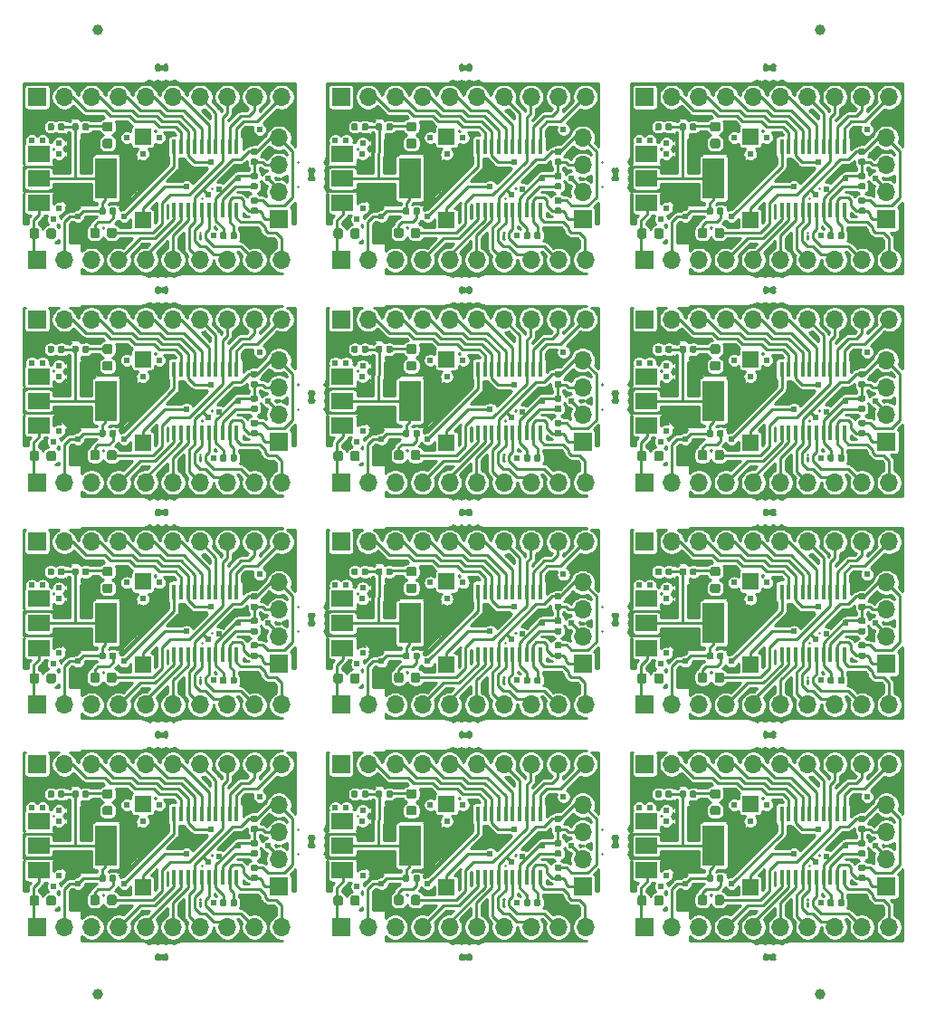
<source format=gbr>
G04 #@! TF.GenerationSoftware,KiCad,Pcbnew,(5.1.5)-2*
G04 #@! TF.CreationDate,2020-08-21T18:58:50+01:00*
G04 #@! TF.ProjectId,STM8S003F3_panel,53544d38-5330-4303-9346-335f70616e65,rev?*
G04 #@! TF.SameCoordinates,Original*
G04 #@! TF.FileFunction,Copper,L1,Top*
G04 #@! TF.FilePolarity,Positive*
%FSLAX46Y46*%
G04 Gerber Fmt 4.6, Leading zero omitted, Abs format (unit mm)*
G04 Created by KiCad (PCBNEW (5.1.5)-2) date 2020-08-21 18:58:50*
%MOMM*%
%LPD*%
G04 APERTURE LIST*
%ADD10C,1.000000*%
%ADD11C,0.100000*%
%ADD12R,2.000000X1.500000*%
%ADD13R,2.000000X3.800000*%
%ADD14R,0.450000X1.450000*%
%ADD15R,1.700000X1.700000*%
%ADD16O,1.700000X1.700000*%
%ADD17R,1.500000X1.500000*%
%ADD18C,0.610000*%
%ADD19C,0.254000*%
%ADD20C,0.250000*%
G04 APERTURE END LIST*
D10*
X120013600Y-137752100D03*
X187513600Y-137752100D03*
X187513600Y-47568100D03*
X120013600Y-47568100D03*
G04 #@! TA.AperFunction,SMDPad,CuDef*
D11*
G36*
X191630558Y-121042810D02*
G01*
X191644876Y-121044934D01*
X191658917Y-121048451D01*
X191672546Y-121053328D01*
X191685631Y-121059517D01*
X191698047Y-121066958D01*
X191709673Y-121075581D01*
X191720398Y-121085302D01*
X191730119Y-121096027D01*
X191738742Y-121107653D01*
X191746183Y-121120069D01*
X191752372Y-121133154D01*
X191757249Y-121146783D01*
X191760766Y-121160824D01*
X191762890Y-121175142D01*
X191763600Y-121189600D01*
X191763600Y-121484600D01*
X191762890Y-121499058D01*
X191760766Y-121513376D01*
X191757249Y-121527417D01*
X191752372Y-121541046D01*
X191746183Y-121554131D01*
X191738742Y-121566547D01*
X191730119Y-121578173D01*
X191720398Y-121588898D01*
X191709673Y-121598619D01*
X191698047Y-121607242D01*
X191685631Y-121614683D01*
X191672546Y-121620872D01*
X191658917Y-121625749D01*
X191644876Y-121629266D01*
X191630558Y-121631390D01*
X191616100Y-121632100D01*
X191271100Y-121632100D01*
X191256642Y-121631390D01*
X191242324Y-121629266D01*
X191228283Y-121625749D01*
X191214654Y-121620872D01*
X191201569Y-121614683D01*
X191189153Y-121607242D01*
X191177527Y-121598619D01*
X191166802Y-121588898D01*
X191157081Y-121578173D01*
X191148458Y-121566547D01*
X191141017Y-121554131D01*
X191134828Y-121541046D01*
X191129951Y-121527417D01*
X191126434Y-121513376D01*
X191124310Y-121499058D01*
X191123600Y-121484600D01*
X191123600Y-121189600D01*
X191124310Y-121175142D01*
X191126434Y-121160824D01*
X191129951Y-121146783D01*
X191134828Y-121133154D01*
X191141017Y-121120069D01*
X191148458Y-121107653D01*
X191157081Y-121096027D01*
X191166802Y-121085302D01*
X191177527Y-121075581D01*
X191189153Y-121066958D01*
X191201569Y-121059517D01*
X191214654Y-121053328D01*
X191228283Y-121048451D01*
X191242324Y-121044934D01*
X191256642Y-121042810D01*
X191271100Y-121042100D01*
X191616100Y-121042100D01*
X191630558Y-121042810D01*
G37*
G04 #@! TD.AperFunction*
G04 #@! TA.AperFunction,SMDPad,CuDef*
G36*
X191630558Y-122012810D02*
G01*
X191644876Y-122014934D01*
X191658917Y-122018451D01*
X191672546Y-122023328D01*
X191685631Y-122029517D01*
X191698047Y-122036958D01*
X191709673Y-122045581D01*
X191720398Y-122055302D01*
X191730119Y-122066027D01*
X191738742Y-122077653D01*
X191746183Y-122090069D01*
X191752372Y-122103154D01*
X191757249Y-122116783D01*
X191760766Y-122130824D01*
X191762890Y-122145142D01*
X191763600Y-122159600D01*
X191763600Y-122454600D01*
X191762890Y-122469058D01*
X191760766Y-122483376D01*
X191757249Y-122497417D01*
X191752372Y-122511046D01*
X191746183Y-122524131D01*
X191738742Y-122536547D01*
X191730119Y-122548173D01*
X191720398Y-122558898D01*
X191709673Y-122568619D01*
X191698047Y-122577242D01*
X191685631Y-122584683D01*
X191672546Y-122590872D01*
X191658917Y-122595749D01*
X191644876Y-122599266D01*
X191630558Y-122601390D01*
X191616100Y-122602100D01*
X191271100Y-122602100D01*
X191256642Y-122601390D01*
X191242324Y-122599266D01*
X191228283Y-122595749D01*
X191214654Y-122590872D01*
X191201569Y-122584683D01*
X191189153Y-122577242D01*
X191177527Y-122568619D01*
X191166802Y-122558898D01*
X191157081Y-122548173D01*
X191148458Y-122536547D01*
X191141017Y-122524131D01*
X191134828Y-122511046D01*
X191129951Y-122497417D01*
X191126434Y-122483376D01*
X191124310Y-122469058D01*
X191123600Y-122454600D01*
X191123600Y-122159600D01*
X191124310Y-122145142D01*
X191126434Y-122130824D01*
X191129951Y-122116783D01*
X191134828Y-122103154D01*
X191141017Y-122090069D01*
X191148458Y-122077653D01*
X191157081Y-122066027D01*
X191166802Y-122055302D01*
X191177527Y-122045581D01*
X191189153Y-122036958D01*
X191201569Y-122029517D01*
X191214654Y-122023328D01*
X191228283Y-122018451D01*
X191242324Y-122014934D01*
X191256642Y-122012810D01*
X191271100Y-122012100D01*
X191616100Y-122012100D01*
X191630558Y-122012810D01*
G37*
G04 #@! TD.AperFunction*
G04 #@! TA.AperFunction,SMDPad,CuDef*
G36*
X163214558Y-121042810D02*
G01*
X163228876Y-121044934D01*
X163242917Y-121048451D01*
X163256546Y-121053328D01*
X163269631Y-121059517D01*
X163282047Y-121066958D01*
X163293673Y-121075581D01*
X163304398Y-121085302D01*
X163314119Y-121096027D01*
X163322742Y-121107653D01*
X163330183Y-121120069D01*
X163336372Y-121133154D01*
X163341249Y-121146783D01*
X163344766Y-121160824D01*
X163346890Y-121175142D01*
X163347600Y-121189600D01*
X163347600Y-121484600D01*
X163346890Y-121499058D01*
X163344766Y-121513376D01*
X163341249Y-121527417D01*
X163336372Y-121541046D01*
X163330183Y-121554131D01*
X163322742Y-121566547D01*
X163314119Y-121578173D01*
X163304398Y-121588898D01*
X163293673Y-121598619D01*
X163282047Y-121607242D01*
X163269631Y-121614683D01*
X163256546Y-121620872D01*
X163242917Y-121625749D01*
X163228876Y-121629266D01*
X163214558Y-121631390D01*
X163200100Y-121632100D01*
X162855100Y-121632100D01*
X162840642Y-121631390D01*
X162826324Y-121629266D01*
X162812283Y-121625749D01*
X162798654Y-121620872D01*
X162785569Y-121614683D01*
X162773153Y-121607242D01*
X162761527Y-121598619D01*
X162750802Y-121588898D01*
X162741081Y-121578173D01*
X162732458Y-121566547D01*
X162725017Y-121554131D01*
X162718828Y-121541046D01*
X162713951Y-121527417D01*
X162710434Y-121513376D01*
X162708310Y-121499058D01*
X162707600Y-121484600D01*
X162707600Y-121189600D01*
X162708310Y-121175142D01*
X162710434Y-121160824D01*
X162713951Y-121146783D01*
X162718828Y-121133154D01*
X162725017Y-121120069D01*
X162732458Y-121107653D01*
X162741081Y-121096027D01*
X162750802Y-121085302D01*
X162761527Y-121075581D01*
X162773153Y-121066958D01*
X162785569Y-121059517D01*
X162798654Y-121053328D01*
X162812283Y-121048451D01*
X162826324Y-121044934D01*
X162840642Y-121042810D01*
X162855100Y-121042100D01*
X163200100Y-121042100D01*
X163214558Y-121042810D01*
G37*
G04 #@! TD.AperFunction*
G04 #@! TA.AperFunction,SMDPad,CuDef*
G36*
X163214558Y-122012810D02*
G01*
X163228876Y-122014934D01*
X163242917Y-122018451D01*
X163256546Y-122023328D01*
X163269631Y-122029517D01*
X163282047Y-122036958D01*
X163293673Y-122045581D01*
X163304398Y-122055302D01*
X163314119Y-122066027D01*
X163322742Y-122077653D01*
X163330183Y-122090069D01*
X163336372Y-122103154D01*
X163341249Y-122116783D01*
X163344766Y-122130824D01*
X163346890Y-122145142D01*
X163347600Y-122159600D01*
X163347600Y-122454600D01*
X163346890Y-122469058D01*
X163344766Y-122483376D01*
X163341249Y-122497417D01*
X163336372Y-122511046D01*
X163330183Y-122524131D01*
X163322742Y-122536547D01*
X163314119Y-122548173D01*
X163304398Y-122558898D01*
X163293673Y-122568619D01*
X163282047Y-122577242D01*
X163269631Y-122584683D01*
X163256546Y-122590872D01*
X163242917Y-122595749D01*
X163228876Y-122599266D01*
X163214558Y-122601390D01*
X163200100Y-122602100D01*
X162855100Y-122602100D01*
X162840642Y-122601390D01*
X162826324Y-122599266D01*
X162812283Y-122595749D01*
X162798654Y-122590872D01*
X162785569Y-122584683D01*
X162773153Y-122577242D01*
X162761527Y-122568619D01*
X162750802Y-122558898D01*
X162741081Y-122548173D01*
X162732458Y-122536547D01*
X162725017Y-122524131D01*
X162718828Y-122511046D01*
X162713951Y-122497417D01*
X162710434Y-122483376D01*
X162708310Y-122469058D01*
X162707600Y-122454600D01*
X162707600Y-122159600D01*
X162708310Y-122145142D01*
X162710434Y-122130824D01*
X162713951Y-122116783D01*
X162718828Y-122103154D01*
X162725017Y-122090069D01*
X162732458Y-122077653D01*
X162741081Y-122066027D01*
X162750802Y-122055302D01*
X162761527Y-122045581D01*
X162773153Y-122036958D01*
X162785569Y-122029517D01*
X162798654Y-122023328D01*
X162812283Y-122018451D01*
X162826324Y-122014934D01*
X162840642Y-122012810D01*
X162855100Y-122012100D01*
X163200100Y-122012100D01*
X163214558Y-122012810D01*
G37*
G04 #@! TD.AperFunction*
G04 #@! TA.AperFunction,SMDPad,CuDef*
G36*
X134798558Y-121042810D02*
G01*
X134812876Y-121044934D01*
X134826917Y-121048451D01*
X134840546Y-121053328D01*
X134853631Y-121059517D01*
X134866047Y-121066958D01*
X134877673Y-121075581D01*
X134888398Y-121085302D01*
X134898119Y-121096027D01*
X134906742Y-121107653D01*
X134914183Y-121120069D01*
X134920372Y-121133154D01*
X134925249Y-121146783D01*
X134928766Y-121160824D01*
X134930890Y-121175142D01*
X134931600Y-121189600D01*
X134931600Y-121484600D01*
X134930890Y-121499058D01*
X134928766Y-121513376D01*
X134925249Y-121527417D01*
X134920372Y-121541046D01*
X134914183Y-121554131D01*
X134906742Y-121566547D01*
X134898119Y-121578173D01*
X134888398Y-121588898D01*
X134877673Y-121598619D01*
X134866047Y-121607242D01*
X134853631Y-121614683D01*
X134840546Y-121620872D01*
X134826917Y-121625749D01*
X134812876Y-121629266D01*
X134798558Y-121631390D01*
X134784100Y-121632100D01*
X134439100Y-121632100D01*
X134424642Y-121631390D01*
X134410324Y-121629266D01*
X134396283Y-121625749D01*
X134382654Y-121620872D01*
X134369569Y-121614683D01*
X134357153Y-121607242D01*
X134345527Y-121598619D01*
X134334802Y-121588898D01*
X134325081Y-121578173D01*
X134316458Y-121566547D01*
X134309017Y-121554131D01*
X134302828Y-121541046D01*
X134297951Y-121527417D01*
X134294434Y-121513376D01*
X134292310Y-121499058D01*
X134291600Y-121484600D01*
X134291600Y-121189600D01*
X134292310Y-121175142D01*
X134294434Y-121160824D01*
X134297951Y-121146783D01*
X134302828Y-121133154D01*
X134309017Y-121120069D01*
X134316458Y-121107653D01*
X134325081Y-121096027D01*
X134334802Y-121085302D01*
X134345527Y-121075581D01*
X134357153Y-121066958D01*
X134369569Y-121059517D01*
X134382654Y-121053328D01*
X134396283Y-121048451D01*
X134410324Y-121044934D01*
X134424642Y-121042810D01*
X134439100Y-121042100D01*
X134784100Y-121042100D01*
X134798558Y-121042810D01*
G37*
G04 #@! TD.AperFunction*
G04 #@! TA.AperFunction,SMDPad,CuDef*
G36*
X134798558Y-122012810D02*
G01*
X134812876Y-122014934D01*
X134826917Y-122018451D01*
X134840546Y-122023328D01*
X134853631Y-122029517D01*
X134866047Y-122036958D01*
X134877673Y-122045581D01*
X134888398Y-122055302D01*
X134898119Y-122066027D01*
X134906742Y-122077653D01*
X134914183Y-122090069D01*
X134920372Y-122103154D01*
X134925249Y-122116783D01*
X134928766Y-122130824D01*
X134930890Y-122145142D01*
X134931600Y-122159600D01*
X134931600Y-122454600D01*
X134930890Y-122469058D01*
X134928766Y-122483376D01*
X134925249Y-122497417D01*
X134920372Y-122511046D01*
X134914183Y-122524131D01*
X134906742Y-122536547D01*
X134898119Y-122548173D01*
X134888398Y-122558898D01*
X134877673Y-122568619D01*
X134866047Y-122577242D01*
X134853631Y-122584683D01*
X134840546Y-122590872D01*
X134826917Y-122595749D01*
X134812876Y-122599266D01*
X134798558Y-122601390D01*
X134784100Y-122602100D01*
X134439100Y-122602100D01*
X134424642Y-122601390D01*
X134410324Y-122599266D01*
X134396283Y-122595749D01*
X134382654Y-122590872D01*
X134369569Y-122584683D01*
X134357153Y-122577242D01*
X134345527Y-122568619D01*
X134334802Y-122558898D01*
X134325081Y-122548173D01*
X134316458Y-122536547D01*
X134309017Y-122524131D01*
X134302828Y-122511046D01*
X134297951Y-122497417D01*
X134294434Y-122483376D01*
X134292310Y-122469058D01*
X134291600Y-122454600D01*
X134291600Y-122159600D01*
X134292310Y-122145142D01*
X134294434Y-122130824D01*
X134297951Y-122116783D01*
X134302828Y-122103154D01*
X134309017Y-122090069D01*
X134316458Y-122077653D01*
X134325081Y-122066027D01*
X134334802Y-122055302D01*
X134345527Y-122045581D01*
X134357153Y-122036958D01*
X134369569Y-122029517D01*
X134382654Y-122023328D01*
X134396283Y-122018451D01*
X134410324Y-122014934D01*
X134424642Y-122012810D01*
X134439100Y-122012100D01*
X134784100Y-122012100D01*
X134798558Y-122012810D01*
G37*
G04 #@! TD.AperFunction*
G04 #@! TA.AperFunction,SMDPad,CuDef*
G36*
X191630558Y-100246810D02*
G01*
X191644876Y-100248934D01*
X191658917Y-100252451D01*
X191672546Y-100257328D01*
X191685631Y-100263517D01*
X191698047Y-100270958D01*
X191709673Y-100279581D01*
X191720398Y-100289302D01*
X191730119Y-100300027D01*
X191738742Y-100311653D01*
X191746183Y-100324069D01*
X191752372Y-100337154D01*
X191757249Y-100350783D01*
X191760766Y-100364824D01*
X191762890Y-100379142D01*
X191763600Y-100393600D01*
X191763600Y-100688600D01*
X191762890Y-100703058D01*
X191760766Y-100717376D01*
X191757249Y-100731417D01*
X191752372Y-100745046D01*
X191746183Y-100758131D01*
X191738742Y-100770547D01*
X191730119Y-100782173D01*
X191720398Y-100792898D01*
X191709673Y-100802619D01*
X191698047Y-100811242D01*
X191685631Y-100818683D01*
X191672546Y-100824872D01*
X191658917Y-100829749D01*
X191644876Y-100833266D01*
X191630558Y-100835390D01*
X191616100Y-100836100D01*
X191271100Y-100836100D01*
X191256642Y-100835390D01*
X191242324Y-100833266D01*
X191228283Y-100829749D01*
X191214654Y-100824872D01*
X191201569Y-100818683D01*
X191189153Y-100811242D01*
X191177527Y-100802619D01*
X191166802Y-100792898D01*
X191157081Y-100782173D01*
X191148458Y-100770547D01*
X191141017Y-100758131D01*
X191134828Y-100745046D01*
X191129951Y-100731417D01*
X191126434Y-100717376D01*
X191124310Y-100703058D01*
X191123600Y-100688600D01*
X191123600Y-100393600D01*
X191124310Y-100379142D01*
X191126434Y-100364824D01*
X191129951Y-100350783D01*
X191134828Y-100337154D01*
X191141017Y-100324069D01*
X191148458Y-100311653D01*
X191157081Y-100300027D01*
X191166802Y-100289302D01*
X191177527Y-100279581D01*
X191189153Y-100270958D01*
X191201569Y-100263517D01*
X191214654Y-100257328D01*
X191228283Y-100252451D01*
X191242324Y-100248934D01*
X191256642Y-100246810D01*
X191271100Y-100246100D01*
X191616100Y-100246100D01*
X191630558Y-100246810D01*
G37*
G04 #@! TD.AperFunction*
G04 #@! TA.AperFunction,SMDPad,CuDef*
G36*
X191630558Y-101216810D02*
G01*
X191644876Y-101218934D01*
X191658917Y-101222451D01*
X191672546Y-101227328D01*
X191685631Y-101233517D01*
X191698047Y-101240958D01*
X191709673Y-101249581D01*
X191720398Y-101259302D01*
X191730119Y-101270027D01*
X191738742Y-101281653D01*
X191746183Y-101294069D01*
X191752372Y-101307154D01*
X191757249Y-101320783D01*
X191760766Y-101334824D01*
X191762890Y-101349142D01*
X191763600Y-101363600D01*
X191763600Y-101658600D01*
X191762890Y-101673058D01*
X191760766Y-101687376D01*
X191757249Y-101701417D01*
X191752372Y-101715046D01*
X191746183Y-101728131D01*
X191738742Y-101740547D01*
X191730119Y-101752173D01*
X191720398Y-101762898D01*
X191709673Y-101772619D01*
X191698047Y-101781242D01*
X191685631Y-101788683D01*
X191672546Y-101794872D01*
X191658917Y-101799749D01*
X191644876Y-101803266D01*
X191630558Y-101805390D01*
X191616100Y-101806100D01*
X191271100Y-101806100D01*
X191256642Y-101805390D01*
X191242324Y-101803266D01*
X191228283Y-101799749D01*
X191214654Y-101794872D01*
X191201569Y-101788683D01*
X191189153Y-101781242D01*
X191177527Y-101772619D01*
X191166802Y-101762898D01*
X191157081Y-101752173D01*
X191148458Y-101740547D01*
X191141017Y-101728131D01*
X191134828Y-101715046D01*
X191129951Y-101701417D01*
X191126434Y-101687376D01*
X191124310Y-101673058D01*
X191123600Y-101658600D01*
X191123600Y-101363600D01*
X191124310Y-101349142D01*
X191126434Y-101334824D01*
X191129951Y-101320783D01*
X191134828Y-101307154D01*
X191141017Y-101294069D01*
X191148458Y-101281653D01*
X191157081Y-101270027D01*
X191166802Y-101259302D01*
X191177527Y-101249581D01*
X191189153Y-101240958D01*
X191201569Y-101233517D01*
X191214654Y-101227328D01*
X191228283Y-101222451D01*
X191242324Y-101218934D01*
X191256642Y-101216810D01*
X191271100Y-101216100D01*
X191616100Y-101216100D01*
X191630558Y-101216810D01*
G37*
G04 #@! TD.AperFunction*
G04 #@! TA.AperFunction,SMDPad,CuDef*
G36*
X163214558Y-100246810D02*
G01*
X163228876Y-100248934D01*
X163242917Y-100252451D01*
X163256546Y-100257328D01*
X163269631Y-100263517D01*
X163282047Y-100270958D01*
X163293673Y-100279581D01*
X163304398Y-100289302D01*
X163314119Y-100300027D01*
X163322742Y-100311653D01*
X163330183Y-100324069D01*
X163336372Y-100337154D01*
X163341249Y-100350783D01*
X163344766Y-100364824D01*
X163346890Y-100379142D01*
X163347600Y-100393600D01*
X163347600Y-100688600D01*
X163346890Y-100703058D01*
X163344766Y-100717376D01*
X163341249Y-100731417D01*
X163336372Y-100745046D01*
X163330183Y-100758131D01*
X163322742Y-100770547D01*
X163314119Y-100782173D01*
X163304398Y-100792898D01*
X163293673Y-100802619D01*
X163282047Y-100811242D01*
X163269631Y-100818683D01*
X163256546Y-100824872D01*
X163242917Y-100829749D01*
X163228876Y-100833266D01*
X163214558Y-100835390D01*
X163200100Y-100836100D01*
X162855100Y-100836100D01*
X162840642Y-100835390D01*
X162826324Y-100833266D01*
X162812283Y-100829749D01*
X162798654Y-100824872D01*
X162785569Y-100818683D01*
X162773153Y-100811242D01*
X162761527Y-100802619D01*
X162750802Y-100792898D01*
X162741081Y-100782173D01*
X162732458Y-100770547D01*
X162725017Y-100758131D01*
X162718828Y-100745046D01*
X162713951Y-100731417D01*
X162710434Y-100717376D01*
X162708310Y-100703058D01*
X162707600Y-100688600D01*
X162707600Y-100393600D01*
X162708310Y-100379142D01*
X162710434Y-100364824D01*
X162713951Y-100350783D01*
X162718828Y-100337154D01*
X162725017Y-100324069D01*
X162732458Y-100311653D01*
X162741081Y-100300027D01*
X162750802Y-100289302D01*
X162761527Y-100279581D01*
X162773153Y-100270958D01*
X162785569Y-100263517D01*
X162798654Y-100257328D01*
X162812283Y-100252451D01*
X162826324Y-100248934D01*
X162840642Y-100246810D01*
X162855100Y-100246100D01*
X163200100Y-100246100D01*
X163214558Y-100246810D01*
G37*
G04 #@! TD.AperFunction*
G04 #@! TA.AperFunction,SMDPad,CuDef*
G36*
X163214558Y-101216810D02*
G01*
X163228876Y-101218934D01*
X163242917Y-101222451D01*
X163256546Y-101227328D01*
X163269631Y-101233517D01*
X163282047Y-101240958D01*
X163293673Y-101249581D01*
X163304398Y-101259302D01*
X163314119Y-101270027D01*
X163322742Y-101281653D01*
X163330183Y-101294069D01*
X163336372Y-101307154D01*
X163341249Y-101320783D01*
X163344766Y-101334824D01*
X163346890Y-101349142D01*
X163347600Y-101363600D01*
X163347600Y-101658600D01*
X163346890Y-101673058D01*
X163344766Y-101687376D01*
X163341249Y-101701417D01*
X163336372Y-101715046D01*
X163330183Y-101728131D01*
X163322742Y-101740547D01*
X163314119Y-101752173D01*
X163304398Y-101762898D01*
X163293673Y-101772619D01*
X163282047Y-101781242D01*
X163269631Y-101788683D01*
X163256546Y-101794872D01*
X163242917Y-101799749D01*
X163228876Y-101803266D01*
X163214558Y-101805390D01*
X163200100Y-101806100D01*
X162855100Y-101806100D01*
X162840642Y-101805390D01*
X162826324Y-101803266D01*
X162812283Y-101799749D01*
X162798654Y-101794872D01*
X162785569Y-101788683D01*
X162773153Y-101781242D01*
X162761527Y-101772619D01*
X162750802Y-101762898D01*
X162741081Y-101752173D01*
X162732458Y-101740547D01*
X162725017Y-101728131D01*
X162718828Y-101715046D01*
X162713951Y-101701417D01*
X162710434Y-101687376D01*
X162708310Y-101673058D01*
X162707600Y-101658600D01*
X162707600Y-101363600D01*
X162708310Y-101349142D01*
X162710434Y-101334824D01*
X162713951Y-101320783D01*
X162718828Y-101307154D01*
X162725017Y-101294069D01*
X162732458Y-101281653D01*
X162741081Y-101270027D01*
X162750802Y-101259302D01*
X162761527Y-101249581D01*
X162773153Y-101240958D01*
X162785569Y-101233517D01*
X162798654Y-101227328D01*
X162812283Y-101222451D01*
X162826324Y-101218934D01*
X162840642Y-101216810D01*
X162855100Y-101216100D01*
X163200100Y-101216100D01*
X163214558Y-101216810D01*
G37*
G04 #@! TD.AperFunction*
G04 #@! TA.AperFunction,SMDPad,CuDef*
G36*
X134798558Y-100246810D02*
G01*
X134812876Y-100248934D01*
X134826917Y-100252451D01*
X134840546Y-100257328D01*
X134853631Y-100263517D01*
X134866047Y-100270958D01*
X134877673Y-100279581D01*
X134888398Y-100289302D01*
X134898119Y-100300027D01*
X134906742Y-100311653D01*
X134914183Y-100324069D01*
X134920372Y-100337154D01*
X134925249Y-100350783D01*
X134928766Y-100364824D01*
X134930890Y-100379142D01*
X134931600Y-100393600D01*
X134931600Y-100688600D01*
X134930890Y-100703058D01*
X134928766Y-100717376D01*
X134925249Y-100731417D01*
X134920372Y-100745046D01*
X134914183Y-100758131D01*
X134906742Y-100770547D01*
X134898119Y-100782173D01*
X134888398Y-100792898D01*
X134877673Y-100802619D01*
X134866047Y-100811242D01*
X134853631Y-100818683D01*
X134840546Y-100824872D01*
X134826917Y-100829749D01*
X134812876Y-100833266D01*
X134798558Y-100835390D01*
X134784100Y-100836100D01*
X134439100Y-100836100D01*
X134424642Y-100835390D01*
X134410324Y-100833266D01*
X134396283Y-100829749D01*
X134382654Y-100824872D01*
X134369569Y-100818683D01*
X134357153Y-100811242D01*
X134345527Y-100802619D01*
X134334802Y-100792898D01*
X134325081Y-100782173D01*
X134316458Y-100770547D01*
X134309017Y-100758131D01*
X134302828Y-100745046D01*
X134297951Y-100731417D01*
X134294434Y-100717376D01*
X134292310Y-100703058D01*
X134291600Y-100688600D01*
X134291600Y-100393600D01*
X134292310Y-100379142D01*
X134294434Y-100364824D01*
X134297951Y-100350783D01*
X134302828Y-100337154D01*
X134309017Y-100324069D01*
X134316458Y-100311653D01*
X134325081Y-100300027D01*
X134334802Y-100289302D01*
X134345527Y-100279581D01*
X134357153Y-100270958D01*
X134369569Y-100263517D01*
X134382654Y-100257328D01*
X134396283Y-100252451D01*
X134410324Y-100248934D01*
X134424642Y-100246810D01*
X134439100Y-100246100D01*
X134784100Y-100246100D01*
X134798558Y-100246810D01*
G37*
G04 #@! TD.AperFunction*
G04 #@! TA.AperFunction,SMDPad,CuDef*
G36*
X134798558Y-101216810D02*
G01*
X134812876Y-101218934D01*
X134826917Y-101222451D01*
X134840546Y-101227328D01*
X134853631Y-101233517D01*
X134866047Y-101240958D01*
X134877673Y-101249581D01*
X134888398Y-101259302D01*
X134898119Y-101270027D01*
X134906742Y-101281653D01*
X134914183Y-101294069D01*
X134920372Y-101307154D01*
X134925249Y-101320783D01*
X134928766Y-101334824D01*
X134930890Y-101349142D01*
X134931600Y-101363600D01*
X134931600Y-101658600D01*
X134930890Y-101673058D01*
X134928766Y-101687376D01*
X134925249Y-101701417D01*
X134920372Y-101715046D01*
X134914183Y-101728131D01*
X134906742Y-101740547D01*
X134898119Y-101752173D01*
X134888398Y-101762898D01*
X134877673Y-101772619D01*
X134866047Y-101781242D01*
X134853631Y-101788683D01*
X134840546Y-101794872D01*
X134826917Y-101799749D01*
X134812876Y-101803266D01*
X134798558Y-101805390D01*
X134784100Y-101806100D01*
X134439100Y-101806100D01*
X134424642Y-101805390D01*
X134410324Y-101803266D01*
X134396283Y-101799749D01*
X134382654Y-101794872D01*
X134369569Y-101788683D01*
X134357153Y-101781242D01*
X134345527Y-101772619D01*
X134334802Y-101762898D01*
X134325081Y-101752173D01*
X134316458Y-101740547D01*
X134309017Y-101728131D01*
X134302828Y-101715046D01*
X134297951Y-101701417D01*
X134294434Y-101687376D01*
X134292310Y-101673058D01*
X134291600Y-101658600D01*
X134291600Y-101363600D01*
X134292310Y-101349142D01*
X134294434Y-101334824D01*
X134297951Y-101320783D01*
X134302828Y-101307154D01*
X134309017Y-101294069D01*
X134316458Y-101281653D01*
X134325081Y-101270027D01*
X134334802Y-101259302D01*
X134345527Y-101249581D01*
X134357153Y-101240958D01*
X134369569Y-101233517D01*
X134382654Y-101227328D01*
X134396283Y-101222451D01*
X134410324Y-101218934D01*
X134424642Y-101216810D01*
X134439100Y-101216100D01*
X134784100Y-101216100D01*
X134798558Y-101216810D01*
G37*
G04 #@! TD.AperFunction*
G04 #@! TA.AperFunction,SMDPad,CuDef*
G36*
X191630558Y-79450810D02*
G01*
X191644876Y-79452934D01*
X191658917Y-79456451D01*
X191672546Y-79461328D01*
X191685631Y-79467517D01*
X191698047Y-79474958D01*
X191709673Y-79483581D01*
X191720398Y-79493302D01*
X191730119Y-79504027D01*
X191738742Y-79515653D01*
X191746183Y-79528069D01*
X191752372Y-79541154D01*
X191757249Y-79554783D01*
X191760766Y-79568824D01*
X191762890Y-79583142D01*
X191763600Y-79597600D01*
X191763600Y-79892600D01*
X191762890Y-79907058D01*
X191760766Y-79921376D01*
X191757249Y-79935417D01*
X191752372Y-79949046D01*
X191746183Y-79962131D01*
X191738742Y-79974547D01*
X191730119Y-79986173D01*
X191720398Y-79996898D01*
X191709673Y-80006619D01*
X191698047Y-80015242D01*
X191685631Y-80022683D01*
X191672546Y-80028872D01*
X191658917Y-80033749D01*
X191644876Y-80037266D01*
X191630558Y-80039390D01*
X191616100Y-80040100D01*
X191271100Y-80040100D01*
X191256642Y-80039390D01*
X191242324Y-80037266D01*
X191228283Y-80033749D01*
X191214654Y-80028872D01*
X191201569Y-80022683D01*
X191189153Y-80015242D01*
X191177527Y-80006619D01*
X191166802Y-79996898D01*
X191157081Y-79986173D01*
X191148458Y-79974547D01*
X191141017Y-79962131D01*
X191134828Y-79949046D01*
X191129951Y-79935417D01*
X191126434Y-79921376D01*
X191124310Y-79907058D01*
X191123600Y-79892600D01*
X191123600Y-79597600D01*
X191124310Y-79583142D01*
X191126434Y-79568824D01*
X191129951Y-79554783D01*
X191134828Y-79541154D01*
X191141017Y-79528069D01*
X191148458Y-79515653D01*
X191157081Y-79504027D01*
X191166802Y-79493302D01*
X191177527Y-79483581D01*
X191189153Y-79474958D01*
X191201569Y-79467517D01*
X191214654Y-79461328D01*
X191228283Y-79456451D01*
X191242324Y-79452934D01*
X191256642Y-79450810D01*
X191271100Y-79450100D01*
X191616100Y-79450100D01*
X191630558Y-79450810D01*
G37*
G04 #@! TD.AperFunction*
G04 #@! TA.AperFunction,SMDPad,CuDef*
G36*
X191630558Y-80420810D02*
G01*
X191644876Y-80422934D01*
X191658917Y-80426451D01*
X191672546Y-80431328D01*
X191685631Y-80437517D01*
X191698047Y-80444958D01*
X191709673Y-80453581D01*
X191720398Y-80463302D01*
X191730119Y-80474027D01*
X191738742Y-80485653D01*
X191746183Y-80498069D01*
X191752372Y-80511154D01*
X191757249Y-80524783D01*
X191760766Y-80538824D01*
X191762890Y-80553142D01*
X191763600Y-80567600D01*
X191763600Y-80862600D01*
X191762890Y-80877058D01*
X191760766Y-80891376D01*
X191757249Y-80905417D01*
X191752372Y-80919046D01*
X191746183Y-80932131D01*
X191738742Y-80944547D01*
X191730119Y-80956173D01*
X191720398Y-80966898D01*
X191709673Y-80976619D01*
X191698047Y-80985242D01*
X191685631Y-80992683D01*
X191672546Y-80998872D01*
X191658917Y-81003749D01*
X191644876Y-81007266D01*
X191630558Y-81009390D01*
X191616100Y-81010100D01*
X191271100Y-81010100D01*
X191256642Y-81009390D01*
X191242324Y-81007266D01*
X191228283Y-81003749D01*
X191214654Y-80998872D01*
X191201569Y-80992683D01*
X191189153Y-80985242D01*
X191177527Y-80976619D01*
X191166802Y-80966898D01*
X191157081Y-80956173D01*
X191148458Y-80944547D01*
X191141017Y-80932131D01*
X191134828Y-80919046D01*
X191129951Y-80905417D01*
X191126434Y-80891376D01*
X191124310Y-80877058D01*
X191123600Y-80862600D01*
X191123600Y-80567600D01*
X191124310Y-80553142D01*
X191126434Y-80538824D01*
X191129951Y-80524783D01*
X191134828Y-80511154D01*
X191141017Y-80498069D01*
X191148458Y-80485653D01*
X191157081Y-80474027D01*
X191166802Y-80463302D01*
X191177527Y-80453581D01*
X191189153Y-80444958D01*
X191201569Y-80437517D01*
X191214654Y-80431328D01*
X191228283Y-80426451D01*
X191242324Y-80422934D01*
X191256642Y-80420810D01*
X191271100Y-80420100D01*
X191616100Y-80420100D01*
X191630558Y-80420810D01*
G37*
G04 #@! TD.AperFunction*
G04 #@! TA.AperFunction,SMDPad,CuDef*
G36*
X163214558Y-79450810D02*
G01*
X163228876Y-79452934D01*
X163242917Y-79456451D01*
X163256546Y-79461328D01*
X163269631Y-79467517D01*
X163282047Y-79474958D01*
X163293673Y-79483581D01*
X163304398Y-79493302D01*
X163314119Y-79504027D01*
X163322742Y-79515653D01*
X163330183Y-79528069D01*
X163336372Y-79541154D01*
X163341249Y-79554783D01*
X163344766Y-79568824D01*
X163346890Y-79583142D01*
X163347600Y-79597600D01*
X163347600Y-79892600D01*
X163346890Y-79907058D01*
X163344766Y-79921376D01*
X163341249Y-79935417D01*
X163336372Y-79949046D01*
X163330183Y-79962131D01*
X163322742Y-79974547D01*
X163314119Y-79986173D01*
X163304398Y-79996898D01*
X163293673Y-80006619D01*
X163282047Y-80015242D01*
X163269631Y-80022683D01*
X163256546Y-80028872D01*
X163242917Y-80033749D01*
X163228876Y-80037266D01*
X163214558Y-80039390D01*
X163200100Y-80040100D01*
X162855100Y-80040100D01*
X162840642Y-80039390D01*
X162826324Y-80037266D01*
X162812283Y-80033749D01*
X162798654Y-80028872D01*
X162785569Y-80022683D01*
X162773153Y-80015242D01*
X162761527Y-80006619D01*
X162750802Y-79996898D01*
X162741081Y-79986173D01*
X162732458Y-79974547D01*
X162725017Y-79962131D01*
X162718828Y-79949046D01*
X162713951Y-79935417D01*
X162710434Y-79921376D01*
X162708310Y-79907058D01*
X162707600Y-79892600D01*
X162707600Y-79597600D01*
X162708310Y-79583142D01*
X162710434Y-79568824D01*
X162713951Y-79554783D01*
X162718828Y-79541154D01*
X162725017Y-79528069D01*
X162732458Y-79515653D01*
X162741081Y-79504027D01*
X162750802Y-79493302D01*
X162761527Y-79483581D01*
X162773153Y-79474958D01*
X162785569Y-79467517D01*
X162798654Y-79461328D01*
X162812283Y-79456451D01*
X162826324Y-79452934D01*
X162840642Y-79450810D01*
X162855100Y-79450100D01*
X163200100Y-79450100D01*
X163214558Y-79450810D01*
G37*
G04 #@! TD.AperFunction*
G04 #@! TA.AperFunction,SMDPad,CuDef*
G36*
X163214558Y-80420810D02*
G01*
X163228876Y-80422934D01*
X163242917Y-80426451D01*
X163256546Y-80431328D01*
X163269631Y-80437517D01*
X163282047Y-80444958D01*
X163293673Y-80453581D01*
X163304398Y-80463302D01*
X163314119Y-80474027D01*
X163322742Y-80485653D01*
X163330183Y-80498069D01*
X163336372Y-80511154D01*
X163341249Y-80524783D01*
X163344766Y-80538824D01*
X163346890Y-80553142D01*
X163347600Y-80567600D01*
X163347600Y-80862600D01*
X163346890Y-80877058D01*
X163344766Y-80891376D01*
X163341249Y-80905417D01*
X163336372Y-80919046D01*
X163330183Y-80932131D01*
X163322742Y-80944547D01*
X163314119Y-80956173D01*
X163304398Y-80966898D01*
X163293673Y-80976619D01*
X163282047Y-80985242D01*
X163269631Y-80992683D01*
X163256546Y-80998872D01*
X163242917Y-81003749D01*
X163228876Y-81007266D01*
X163214558Y-81009390D01*
X163200100Y-81010100D01*
X162855100Y-81010100D01*
X162840642Y-81009390D01*
X162826324Y-81007266D01*
X162812283Y-81003749D01*
X162798654Y-80998872D01*
X162785569Y-80992683D01*
X162773153Y-80985242D01*
X162761527Y-80976619D01*
X162750802Y-80966898D01*
X162741081Y-80956173D01*
X162732458Y-80944547D01*
X162725017Y-80932131D01*
X162718828Y-80919046D01*
X162713951Y-80905417D01*
X162710434Y-80891376D01*
X162708310Y-80877058D01*
X162707600Y-80862600D01*
X162707600Y-80567600D01*
X162708310Y-80553142D01*
X162710434Y-80538824D01*
X162713951Y-80524783D01*
X162718828Y-80511154D01*
X162725017Y-80498069D01*
X162732458Y-80485653D01*
X162741081Y-80474027D01*
X162750802Y-80463302D01*
X162761527Y-80453581D01*
X162773153Y-80444958D01*
X162785569Y-80437517D01*
X162798654Y-80431328D01*
X162812283Y-80426451D01*
X162826324Y-80422934D01*
X162840642Y-80420810D01*
X162855100Y-80420100D01*
X163200100Y-80420100D01*
X163214558Y-80420810D01*
G37*
G04 #@! TD.AperFunction*
G04 #@! TA.AperFunction,SMDPad,CuDef*
G36*
X134798558Y-79450810D02*
G01*
X134812876Y-79452934D01*
X134826917Y-79456451D01*
X134840546Y-79461328D01*
X134853631Y-79467517D01*
X134866047Y-79474958D01*
X134877673Y-79483581D01*
X134888398Y-79493302D01*
X134898119Y-79504027D01*
X134906742Y-79515653D01*
X134914183Y-79528069D01*
X134920372Y-79541154D01*
X134925249Y-79554783D01*
X134928766Y-79568824D01*
X134930890Y-79583142D01*
X134931600Y-79597600D01*
X134931600Y-79892600D01*
X134930890Y-79907058D01*
X134928766Y-79921376D01*
X134925249Y-79935417D01*
X134920372Y-79949046D01*
X134914183Y-79962131D01*
X134906742Y-79974547D01*
X134898119Y-79986173D01*
X134888398Y-79996898D01*
X134877673Y-80006619D01*
X134866047Y-80015242D01*
X134853631Y-80022683D01*
X134840546Y-80028872D01*
X134826917Y-80033749D01*
X134812876Y-80037266D01*
X134798558Y-80039390D01*
X134784100Y-80040100D01*
X134439100Y-80040100D01*
X134424642Y-80039390D01*
X134410324Y-80037266D01*
X134396283Y-80033749D01*
X134382654Y-80028872D01*
X134369569Y-80022683D01*
X134357153Y-80015242D01*
X134345527Y-80006619D01*
X134334802Y-79996898D01*
X134325081Y-79986173D01*
X134316458Y-79974547D01*
X134309017Y-79962131D01*
X134302828Y-79949046D01*
X134297951Y-79935417D01*
X134294434Y-79921376D01*
X134292310Y-79907058D01*
X134291600Y-79892600D01*
X134291600Y-79597600D01*
X134292310Y-79583142D01*
X134294434Y-79568824D01*
X134297951Y-79554783D01*
X134302828Y-79541154D01*
X134309017Y-79528069D01*
X134316458Y-79515653D01*
X134325081Y-79504027D01*
X134334802Y-79493302D01*
X134345527Y-79483581D01*
X134357153Y-79474958D01*
X134369569Y-79467517D01*
X134382654Y-79461328D01*
X134396283Y-79456451D01*
X134410324Y-79452934D01*
X134424642Y-79450810D01*
X134439100Y-79450100D01*
X134784100Y-79450100D01*
X134798558Y-79450810D01*
G37*
G04 #@! TD.AperFunction*
G04 #@! TA.AperFunction,SMDPad,CuDef*
G36*
X134798558Y-80420810D02*
G01*
X134812876Y-80422934D01*
X134826917Y-80426451D01*
X134840546Y-80431328D01*
X134853631Y-80437517D01*
X134866047Y-80444958D01*
X134877673Y-80453581D01*
X134888398Y-80463302D01*
X134898119Y-80474027D01*
X134906742Y-80485653D01*
X134914183Y-80498069D01*
X134920372Y-80511154D01*
X134925249Y-80524783D01*
X134928766Y-80538824D01*
X134930890Y-80553142D01*
X134931600Y-80567600D01*
X134931600Y-80862600D01*
X134930890Y-80877058D01*
X134928766Y-80891376D01*
X134925249Y-80905417D01*
X134920372Y-80919046D01*
X134914183Y-80932131D01*
X134906742Y-80944547D01*
X134898119Y-80956173D01*
X134888398Y-80966898D01*
X134877673Y-80976619D01*
X134866047Y-80985242D01*
X134853631Y-80992683D01*
X134840546Y-80998872D01*
X134826917Y-81003749D01*
X134812876Y-81007266D01*
X134798558Y-81009390D01*
X134784100Y-81010100D01*
X134439100Y-81010100D01*
X134424642Y-81009390D01*
X134410324Y-81007266D01*
X134396283Y-81003749D01*
X134382654Y-80998872D01*
X134369569Y-80992683D01*
X134357153Y-80985242D01*
X134345527Y-80976619D01*
X134334802Y-80966898D01*
X134325081Y-80956173D01*
X134316458Y-80944547D01*
X134309017Y-80932131D01*
X134302828Y-80919046D01*
X134297951Y-80905417D01*
X134294434Y-80891376D01*
X134292310Y-80877058D01*
X134291600Y-80862600D01*
X134291600Y-80567600D01*
X134292310Y-80553142D01*
X134294434Y-80538824D01*
X134297951Y-80524783D01*
X134302828Y-80511154D01*
X134309017Y-80498069D01*
X134316458Y-80485653D01*
X134325081Y-80474027D01*
X134334802Y-80463302D01*
X134345527Y-80453581D01*
X134357153Y-80444958D01*
X134369569Y-80437517D01*
X134382654Y-80431328D01*
X134396283Y-80426451D01*
X134410324Y-80422934D01*
X134424642Y-80420810D01*
X134439100Y-80420100D01*
X134784100Y-80420100D01*
X134798558Y-80420810D01*
G37*
G04 #@! TD.AperFunction*
G04 #@! TA.AperFunction,SMDPad,CuDef*
G36*
X191630558Y-58654810D02*
G01*
X191644876Y-58656934D01*
X191658917Y-58660451D01*
X191672546Y-58665328D01*
X191685631Y-58671517D01*
X191698047Y-58678958D01*
X191709673Y-58687581D01*
X191720398Y-58697302D01*
X191730119Y-58708027D01*
X191738742Y-58719653D01*
X191746183Y-58732069D01*
X191752372Y-58745154D01*
X191757249Y-58758783D01*
X191760766Y-58772824D01*
X191762890Y-58787142D01*
X191763600Y-58801600D01*
X191763600Y-59096600D01*
X191762890Y-59111058D01*
X191760766Y-59125376D01*
X191757249Y-59139417D01*
X191752372Y-59153046D01*
X191746183Y-59166131D01*
X191738742Y-59178547D01*
X191730119Y-59190173D01*
X191720398Y-59200898D01*
X191709673Y-59210619D01*
X191698047Y-59219242D01*
X191685631Y-59226683D01*
X191672546Y-59232872D01*
X191658917Y-59237749D01*
X191644876Y-59241266D01*
X191630558Y-59243390D01*
X191616100Y-59244100D01*
X191271100Y-59244100D01*
X191256642Y-59243390D01*
X191242324Y-59241266D01*
X191228283Y-59237749D01*
X191214654Y-59232872D01*
X191201569Y-59226683D01*
X191189153Y-59219242D01*
X191177527Y-59210619D01*
X191166802Y-59200898D01*
X191157081Y-59190173D01*
X191148458Y-59178547D01*
X191141017Y-59166131D01*
X191134828Y-59153046D01*
X191129951Y-59139417D01*
X191126434Y-59125376D01*
X191124310Y-59111058D01*
X191123600Y-59096600D01*
X191123600Y-58801600D01*
X191124310Y-58787142D01*
X191126434Y-58772824D01*
X191129951Y-58758783D01*
X191134828Y-58745154D01*
X191141017Y-58732069D01*
X191148458Y-58719653D01*
X191157081Y-58708027D01*
X191166802Y-58697302D01*
X191177527Y-58687581D01*
X191189153Y-58678958D01*
X191201569Y-58671517D01*
X191214654Y-58665328D01*
X191228283Y-58660451D01*
X191242324Y-58656934D01*
X191256642Y-58654810D01*
X191271100Y-58654100D01*
X191616100Y-58654100D01*
X191630558Y-58654810D01*
G37*
G04 #@! TD.AperFunction*
G04 #@! TA.AperFunction,SMDPad,CuDef*
G36*
X191630558Y-59624810D02*
G01*
X191644876Y-59626934D01*
X191658917Y-59630451D01*
X191672546Y-59635328D01*
X191685631Y-59641517D01*
X191698047Y-59648958D01*
X191709673Y-59657581D01*
X191720398Y-59667302D01*
X191730119Y-59678027D01*
X191738742Y-59689653D01*
X191746183Y-59702069D01*
X191752372Y-59715154D01*
X191757249Y-59728783D01*
X191760766Y-59742824D01*
X191762890Y-59757142D01*
X191763600Y-59771600D01*
X191763600Y-60066600D01*
X191762890Y-60081058D01*
X191760766Y-60095376D01*
X191757249Y-60109417D01*
X191752372Y-60123046D01*
X191746183Y-60136131D01*
X191738742Y-60148547D01*
X191730119Y-60160173D01*
X191720398Y-60170898D01*
X191709673Y-60180619D01*
X191698047Y-60189242D01*
X191685631Y-60196683D01*
X191672546Y-60202872D01*
X191658917Y-60207749D01*
X191644876Y-60211266D01*
X191630558Y-60213390D01*
X191616100Y-60214100D01*
X191271100Y-60214100D01*
X191256642Y-60213390D01*
X191242324Y-60211266D01*
X191228283Y-60207749D01*
X191214654Y-60202872D01*
X191201569Y-60196683D01*
X191189153Y-60189242D01*
X191177527Y-60180619D01*
X191166802Y-60170898D01*
X191157081Y-60160173D01*
X191148458Y-60148547D01*
X191141017Y-60136131D01*
X191134828Y-60123046D01*
X191129951Y-60109417D01*
X191126434Y-60095376D01*
X191124310Y-60081058D01*
X191123600Y-60066600D01*
X191123600Y-59771600D01*
X191124310Y-59757142D01*
X191126434Y-59742824D01*
X191129951Y-59728783D01*
X191134828Y-59715154D01*
X191141017Y-59702069D01*
X191148458Y-59689653D01*
X191157081Y-59678027D01*
X191166802Y-59667302D01*
X191177527Y-59657581D01*
X191189153Y-59648958D01*
X191201569Y-59641517D01*
X191214654Y-59635328D01*
X191228283Y-59630451D01*
X191242324Y-59626934D01*
X191256642Y-59624810D01*
X191271100Y-59624100D01*
X191616100Y-59624100D01*
X191630558Y-59624810D01*
G37*
G04 #@! TD.AperFunction*
G04 #@! TA.AperFunction,SMDPad,CuDef*
G36*
X163214558Y-58654810D02*
G01*
X163228876Y-58656934D01*
X163242917Y-58660451D01*
X163256546Y-58665328D01*
X163269631Y-58671517D01*
X163282047Y-58678958D01*
X163293673Y-58687581D01*
X163304398Y-58697302D01*
X163314119Y-58708027D01*
X163322742Y-58719653D01*
X163330183Y-58732069D01*
X163336372Y-58745154D01*
X163341249Y-58758783D01*
X163344766Y-58772824D01*
X163346890Y-58787142D01*
X163347600Y-58801600D01*
X163347600Y-59096600D01*
X163346890Y-59111058D01*
X163344766Y-59125376D01*
X163341249Y-59139417D01*
X163336372Y-59153046D01*
X163330183Y-59166131D01*
X163322742Y-59178547D01*
X163314119Y-59190173D01*
X163304398Y-59200898D01*
X163293673Y-59210619D01*
X163282047Y-59219242D01*
X163269631Y-59226683D01*
X163256546Y-59232872D01*
X163242917Y-59237749D01*
X163228876Y-59241266D01*
X163214558Y-59243390D01*
X163200100Y-59244100D01*
X162855100Y-59244100D01*
X162840642Y-59243390D01*
X162826324Y-59241266D01*
X162812283Y-59237749D01*
X162798654Y-59232872D01*
X162785569Y-59226683D01*
X162773153Y-59219242D01*
X162761527Y-59210619D01*
X162750802Y-59200898D01*
X162741081Y-59190173D01*
X162732458Y-59178547D01*
X162725017Y-59166131D01*
X162718828Y-59153046D01*
X162713951Y-59139417D01*
X162710434Y-59125376D01*
X162708310Y-59111058D01*
X162707600Y-59096600D01*
X162707600Y-58801600D01*
X162708310Y-58787142D01*
X162710434Y-58772824D01*
X162713951Y-58758783D01*
X162718828Y-58745154D01*
X162725017Y-58732069D01*
X162732458Y-58719653D01*
X162741081Y-58708027D01*
X162750802Y-58697302D01*
X162761527Y-58687581D01*
X162773153Y-58678958D01*
X162785569Y-58671517D01*
X162798654Y-58665328D01*
X162812283Y-58660451D01*
X162826324Y-58656934D01*
X162840642Y-58654810D01*
X162855100Y-58654100D01*
X163200100Y-58654100D01*
X163214558Y-58654810D01*
G37*
G04 #@! TD.AperFunction*
G04 #@! TA.AperFunction,SMDPad,CuDef*
G36*
X163214558Y-59624810D02*
G01*
X163228876Y-59626934D01*
X163242917Y-59630451D01*
X163256546Y-59635328D01*
X163269631Y-59641517D01*
X163282047Y-59648958D01*
X163293673Y-59657581D01*
X163304398Y-59667302D01*
X163314119Y-59678027D01*
X163322742Y-59689653D01*
X163330183Y-59702069D01*
X163336372Y-59715154D01*
X163341249Y-59728783D01*
X163344766Y-59742824D01*
X163346890Y-59757142D01*
X163347600Y-59771600D01*
X163347600Y-60066600D01*
X163346890Y-60081058D01*
X163344766Y-60095376D01*
X163341249Y-60109417D01*
X163336372Y-60123046D01*
X163330183Y-60136131D01*
X163322742Y-60148547D01*
X163314119Y-60160173D01*
X163304398Y-60170898D01*
X163293673Y-60180619D01*
X163282047Y-60189242D01*
X163269631Y-60196683D01*
X163256546Y-60202872D01*
X163242917Y-60207749D01*
X163228876Y-60211266D01*
X163214558Y-60213390D01*
X163200100Y-60214100D01*
X162855100Y-60214100D01*
X162840642Y-60213390D01*
X162826324Y-60211266D01*
X162812283Y-60207749D01*
X162798654Y-60202872D01*
X162785569Y-60196683D01*
X162773153Y-60189242D01*
X162761527Y-60180619D01*
X162750802Y-60170898D01*
X162741081Y-60160173D01*
X162732458Y-60148547D01*
X162725017Y-60136131D01*
X162718828Y-60123046D01*
X162713951Y-60109417D01*
X162710434Y-60095376D01*
X162708310Y-60081058D01*
X162707600Y-60066600D01*
X162707600Y-59771600D01*
X162708310Y-59757142D01*
X162710434Y-59742824D01*
X162713951Y-59728783D01*
X162718828Y-59715154D01*
X162725017Y-59702069D01*
X162732458Y-59689653D01*
X162741081Y-59678027D01*
X162750802Y-59667302D01*
X162761527Y-59657581D01*
X162773153Y-59648958D01*
X162785569Y-59641517D01*
X162798654Y-59635328D01*
X162812283Y-59630451D01*
X162826324Y-59626934D01*
X162840642Y-59624810D01*
X162855100Y-59624100D01*
X163200100Y-59624100D01*
X163214558Y-59624810D01*
G37*
G04 #@! TD.AperFunction*
D12*
X171275600Y-121554100D03*
X171275600Y-126154100D03*
X171275600Y-123854100D03*
D13*
X177575600Y-123854100D03*
D12*
X142859600Y-121554100D03*
X142859600Y-126154100D03*
X142859600Y-123854100D03*
D13*
X149159600Y-123854100D03*
D12*
X114443600Y-121554100D03*
X114443600Y-126154100D03*
X114443600Y-123854100D03*
D13*
X120743600Y-123854100D03*
D12*
X171275600Y-100758100D03*
X171275600Y-105358100D03*
X171275600Y-103058100D03*
D13*
X177575600Y-103058100D03*
D12*
X142859600Y-100758100D03*
X142859600Y-105358100D03*
X142859600Y-103058100D03*
D13*
X149159600Y-103058100D03*
D12*
X114443600Y-100758100D03*
X114443600Y-105358100D03*
X114443600Y-103058100D03*
D13*
X120743600Y-103058100D03*
D12*
X171275600Y-79962100D03*
X171275600Y-84562100D03*
X171275600Y-82262100D03*
D13*
X177575600Y-82262100D03*
D12*
X142859600Y-79962100D03*
X142859600Y-84562100D03*
X142859600Y-82262100D03*
D13*
X149159600Y-82262100D03*
D12*
X114443600Y-79962100D03*
X114443600Y-84562100D03*
X114443600Y-82262100D03*
D13*
X120743600Y-82262100D03*
D12*
X171275600Y-59166100D03*
X171275600Y-63766100D03*
X171275600Y-61466100D03*
D13*
X177575600Y-61466100D03*
D12*
X142859600Y-59166100D03*
X142859600Y-63766100D03*
X142859600Y-61466100D03*
D13*
X149159600Y-61466100D03*
G04 #@! TA.AperFunction,SMDPad,CuDef*
D11*
G36*
X178357191Y-128462053D02*
G01*
X178378426Y-128465203D01*
X178399250Y-128470419D01*
X178419462Y-128477651D01*
X178438868Y-128486830D01*
X178457281Y-128497866D01*
X178474524Y-128510654D01*
X178490430Y-128525070D01*
X178504846Y-128540976D01*
X178517634Y-128558219D01*
X178528670Y-128576632D01*
X178537849Y-128596038D01*
X178545081Y-128616250D01*
X178550297Y-128637074D01*
X178553447Y-128658309D01*
X178554500Y-128679750D01*
X178554500Y-129192250D01*
X178553447Y-129213691D01*
X178550297Y-129234926D01*
X178545081Y-129255750D01*
X178537849Y-129275962D01*
X178528670Y-129295368D01*
X178517634Y-129313781D01*
X178504846Y-129331024D01*
X178490430Y-129346930D01*
X178474524Y-129361346D01*
X178457281Y-129374134D01*
X178438868Y-129385170D01*
X178419462Y-129394349D01*
X178399250Y-129401581D01*
X178378426Y-129406797D01*
X178357191Y-129409947D01*
X178335750Y-129411000D01*
X177898250Y-129411000D01*
X177876809Y-129409947D01*
X177855574Y-129406797D01*
X177834750Y-129401581D01*
X177814538Y-129394349D01*
X177795132Y-129385170D01*
X177776719Y-129374134D01*
X177759476Y-129361346D01*
X177743570Y-129346930D01*
X177729154Y-129331024D01*
X177716366Y-129313781D01*
X177705330Y-129295368D01*
X177696151Y-129275962D01*
X177688919Y-129255750D01*
X177683703Y-129234926D01*
X177680553Y-129213691D01*
X177679500Y-129192250D01*
X177679500Y-128679750D01*
X177680553Y-128658309D01*
X177683703Y-128637074D01*
X177688919Y-128616250D01*
X177696151Y-128596038D01*
X177705330Y-128576632D01*
X177716366Y-128558219D01*
X177729154Y-128540976D01*
X177743570Y-128525070D01*
X177759476Y-128510654D01*
X177776719Y-128497866D01*
X177795132Y-128486830D01*
X177814538Y-128477651D01*
X177834750Y-128470419D01*
X177855574Y-128465203D01*
X177876809Y-128462053D01*
X177898250Y-128461000D01*
X178335750Y-128461000D01*
X178357191Y-128462053D01*
G37*
G04 #@! TD.AperFunction*
G04 #@! TA.AperFunction,SMDPad,CuDef*
G36*
X176782191Y-128462053D02*
G01*
X176803426Y-128465203D01*
X176824250Y-128470419D01*
X176844462Y-128477651D01*
X176863868Y-128486830D01*
X176882281Y-128497866D01*
X176899524Y-128510654D01*
X176915430Y-128525070D01*
X176929846Y-128540976D01*
X176942634Y-128558219D01*
X176953670Y-128576632D01*
X176962849Y-128596038D01*
X176970081Y-128616250D01*
X176975297Y-128637074D01*
X176978447Y-128658309D01*
X176979500Y-128679750D01*
X176979500Y-129192250D01*
X176978447Y-129213691D01*
X176975297Y-129234926D01*
X176970081Y-129255750D01*
X176962849Y-129275962D01*
X176953670Y-129295368D01*
X176942634Y-129313781D01*
X176929846Y-129331024D01*
X176915430Y-129346930D01*
X176899524Y-129361346D01*
X176882281Y-129374134D01*
X176863868Y-129385170D01*
X176844462Y-129394349D01*
X176824250Y-129401581D01*
X176803426Y-129406797D01*
X176782191Y-129409947D01*
X176760750Y-129411000D01*
X176323250Y-129411000D01*
X176301809Y-129409947D01*
X176280574Y-129406797D01*
X176259750Y-129401581D01*
X176239538Y-129394349D01*
X176220132Y-129385170D01*
X176201719Y-129374134D01*
X176184476Y-129361346D01*
X176168570Y-129346930D01*
X176154154Y-129331024D01*
X176141366Y-129313781D01*
X176130330Y-129295368D01*
X176121151Y-129275962D01*
X176113919Y-129255750D01*
X176108703Y-129234926D01*
X176105553Y-129213691D01*
X176104500Y-129192250D01*
X176104500Y-128679750D01*
X176105553Y-128658309D01*
X176108703Y-128637074D01*
X176113919Y-128616250D01*
X176121151Y-128596038D01*
X176130330Y-128576632D01*
X176141366Y-128558219D01*
X176154154Y-128540976D01*
X176168570Y-128525070D01*
X176184476Y-128510654D01*
X176201719Y-128497866D01*
X176220132Y-128486830D01*
X176239538Y-128477651D01*
X176259750Y-128470419D01*
X176280574Y-128465203D01*
X176301809Y-128462053D01*
X176323250Y-128461000D01*
X176760750Y-128461000D01*
X176782191Y-128462053D01*
G37*
G04 #@! TD.AperFunction*
G04 #@! TA.AperFunction,SMDPad,CuDef*
G36*
X149941191Y-128462053D02*
G01*
X149962426Y-128465203D01*
X149983250Y-128470419D01*
X150003462Y-128477651D01*
X150022868Y-128486830D01*
X150041281Y-128497866D01*
X150058524Y-128510654D01*
X150074430Y-128525070D01*
X150088846Y-128540976D01*
X150101634Y-128558219D01*
X150112670Y-128576632D01*
X150121849Y-128596038D01*
X150129081Y-128616250D01*
X150134297Y-128637074D01*
X150137447Y-128658309D01*
X150138500Y-128679750D01*
X150138500Y-129192250D01*
X150137447Y-129213691D01*
X150134297Y-129234926D01*
X150129081Y-129255750D01*
X150121849Y-129275962D01*
X150112670Y-129295368D01*
X150101634Y-129313781D01*
X150088846Y-129331024D01*
X150074430Y-129346930D01*
X150058524Y-129361346D01*
X150041281Y-129374134D01*
X150022868Y-129385170D01*
X150003462Y-129394349D01*
X149983250Y-129401581D01*
X149962426Y-129406797D01*
X149941191Y-129409947D01*
X149919750Y-129411000D01*
X149482250Y-129411000D01*
X149460809Y-129409947D01*
X149439574Y-129406797D01*
X149418750Y-129401581D01*
X149398538Y-129394349D01*
X149379132Y-129385170D01*
X149360719Y-129374134D01*
X149343476Y-129361346D01*
X149327570Y-129346930D01*
X149313154Y-129331024D01*
X149300366Y-129313781D01*
X149289330Y-129295368D01*
X149280151Y-129275962D01*
X149272919Y-129255750D01*
X149267703Y-129234926D01*
X149264553Y-129213691D01*
X149263500Y-129192250D01*
X149263500Y-128679750D01*
X149264553Y-128658309D01*
X149267703Y-128637074D01*
X149272919Y-128616250D01*
X149280151Y-128596038D01*
X149289330Y-128576632D01*
X149300366Y-128558219D01*
X149313154Y-128540976D01*
X149327570Y-128525070D01*
X149343476Y-128510654D01*
X149360719Y-128497866D01*
X149379132Y-128486830D01*
X149398538Y-128477651D01*
X149418750Y-128470419D01*
X149439574Y-128465203D01*
X149460809Y-128462053D01*
X149482250Y-128461000D01*
X149919750Y-128461000D01*
X149941191Y-128462053D01*
G37*
G04 #@! TD.AperFunction*
G04 #@! TA.AperFunction,SMDPad,CuDef*
G36*
X148366191Y-128462053D02*
G01*
X148387426Y-128465203D01*
X148408250Y-128470419D01*
X148428462Y-128477651D01*
X148447868Y-128486830D01*
X148466281Y-128497866D01*
X148483524Y-128510654D01*
X148499430Y-128525070D01*
X148513846Y-128540976D01*
X148526634Y-128558219D01*
X148537670Y-128576632D01*
X148546849Y-128596038D01*
X148554081Y-128616250D01*
X148559297Y-128637074D01*
X148562447Y-128658309D01*
X148563500Y-128679750D01*
X148563500Y-129192250D01*
X148562447Y-129213691D01*
X148559297Y-129234926D01*
X148554081Y-129255750D01*
X148546849Y-129275962D01*
X148537670Y-129295368D01*
X148526634Y-129313781D01*
X148513846Y-129331024D01*
X148499430Y-129346930D01*
X148483524Y-129361346D01*
X148466281Y-129374134D01*
X148447868Y-129385170D01*
X148428462Y-129394349D01*
X148408250Y-129401581D01*
X148387426Y-129406797D01*
X148366191Y-129409947D01*
X148344750Y-129411000D01*
X147907250Y-129411000D01*
X147885809Y-129409947D01*
X147864574Y-129406797D01*
X147843750Y-129401581D01*
X147823538Y-129394349D01*
X147804132Y-129385170D01*
X147785719Y-129374134D01*
X147768476Y-129361346D01*
X147752570Y-129346930D01*
X147738154Y-129331024D01*
X147725366Y-129313781D01*
X147714330Y-129295368D01*
X147705151Y-129275962D01*
X147697919Y-129255750D01*
X147692703Y-129234926D01*
X147689553Y-129213691D01*
X147688500Y-129192250D01*
X147688500Y-128679750D01*
X147689553Y-128658309D01*
X147692703Y-128637074D01*
X147697919Y-128616250D01*
X147705151Y-128596038D01*
X147714330Y-128576632D01*
X147725366Y-128558219D01*
X147738154Y-128540976D01*
X147752570Y-128525070D01*
X147768476Y-128510654D01*
X147785719Y-128497866D01*
X147804132Y-128486830D01*
X147823538Y-128477651D01*
X147843750Y-128470419D01*
X147864574Y-128465203D01*
X147885809Y-128462053D01*
X147907250Y-128461000D01*
X148344750Y-128461000D01*
X148366191Y-128462053D01*
G37*
G04 #@! TD.AperFunction*
G04 #@! TA.AperFunction,SMDPad,CuDef*
G36*
X121525191Y-128462053D02*
G01*
X121546426Y-128465203D01*
X121567250Y-128470419D01*
X121587462Y-128477651D01*
X121606868Y-128486830D01*
X121625281Y-128497866D01*
X121642524Y-128510654D01*
X121658430Y-128525070D01*
X121672846Y-128540976D01*
X121685634Y-128558219D01*
X121696670Y-128576632D01*
X121705849Y-128596038D01*
X121713081Y-128616250D01*
X121718297Y-128637074D01*
X121721447Y-128658309D01*
X121722500Y-128679750D01*
X121722500Y-129192250D01*
X121721447Y-129213691D01*
X121718297Y-129234926D01*
X121713081Y-129255750D01*
X121705849Y-129275962D01*
X121696670Y-129295368D01*
X121685634Y-129313781D01*
X121672846Y-129331024D01*
X121658430Y-129346930D01*
X121642524Y-129361346D01*
X121625281Y-129374134D01*
X121606868Y-129385170D01*
X121587462Y-129394349D01*
X121567250Y-129401581D01*
X121546426Y-129406797D01*
X121525191Y-129409947D01*
X121503750Y-129411000D01*
X121066250Y-129411000D01*
X121044809Y-129409947D01*
X121023574Y-129406797D01*
X121002750Y-129401581D01*
X120982538Y-129394349D01*
X120963132Y-129385170D01*
X120944719Y-129374134D01*
X120927476Y-129361346D01*
X120911570Y-129346930D01*
X120897154Y-129331024D01*
X120884366Y-129313781D01*
X120873330Y-129295368D01*
X120864151Y-129275962D01*
X120856919Y-129255750D01*
X120851703Y-129234926D01*
X120848553Y-129213691D01*
X120847500Y-129192250D01*
X120847500Y-128679750D01*
X120848553Y-128658309D01*
X120851703Y-128637074D01*
X120856919Y-128616250D01*
X120864151Y-128596038D01*
X120873330Y-128576632D01*
X120884366Y-128558219D01*
X120897154Y-128540976D01*
X120911570Y-128525070D01*
X120927476Y-128510654D01*
X120944719Y-128497866D01*
X120963132Y-128486830D01*
X120982538Y-128477651D01*
X121002750Y-128470419D01*
X121023574Y-128465203D01*
X121044809Y-128462053D01*
X121066250Y-128461000D01*
X121503750Y-128461000D01*
X121525191Y-128462053D01*
G37*
G04 #@! TD.AperFunction*
G04 #@! TA.AperFunction,SMDPad,CuDef*
G36*
X119950191Y-128462053D02*
G01*
X119971426Y-128465203D01*
X119992250Y-128470419D01*
X120012462Y-128477651D01*
X120031868Y-128486830D01*
X120050281Y-128497866D01*
X120067524Y-128510654D01*
X120083430Y-128525070D01*
X120097846Y-128540976D01*
X120110634Y-128558219D01*
X120121670Y-128576632D01*
X120130849Y-128596038D01*
X120138081Y-128616250D01*
X120143297Y-128637074D01*
X120146447Y-128658309D01*
X120147500Y-128679750D01*
X120147500Y-129192250D01*
X120146447Y-129213691D01*
X120143297Y-129234926D01*
X120138081Y-129255750D01*
X120130849Y-129275962D01*
X120121670Y-129295368D01*
X120110634Y-129313781D01*
X120097846Y-129331024D01*
X120083430Y-129346930D01*
X120067524Y-129361346D01*
X120050281Y-129374134D01*
X120031868Y-129385170D01*
X120012462Y-129394349D01*
X119992250Y-129401581D01*
X119971426Y-129406797D01*
X119950191Y-129409947D01*
X119928750Y-129411000D01*
X119491250Y-129411000D01*
X119469809Y-129409947D01*
X119448574Y-129406797D01*
X119427750Y-129401581D01*
X119407538Y-129394349D01*
X119388132Y-129385170D01*
X119369719Y-129374134D01*
X119352476Y-129361346D01*
X119336570Y-129346930D01*
X119322154Y-129331024D01*
X119309366Y-129313781D01*
X119298330Y-129295368D01*
X119289151Y-129275962D01*
X119281919Y-129255750D01*
X119276703Y-129234926D01*
X119273553Y-129213691D01*
X119272500Y-129192250D01*
X119272500Y-128679750D01*
X119273553Y-128658309D01*
X119276703Y-128637074D01*
X119281919Y-128616250D01*
X119289151Y-128596038D01*
X119298330Y-128576632D01*
X119309366Y-128558219D01*
X119322154Y-128540976D01*
X119336570Y-128525070D01*
X119352476Y-128510654D01*
X119369719Y-128497866D01*
X119388132Y-128486830D01*
X119407538Y-128477651D01*
X119427750Y-128470419D01*
X119448574Y-128465203D01*
X119469809Y-128462053D01*
X119491250Y-128461000D01*
X119928750Y-128461000D01*
X119950191Y-128462053D01*
G37*
G04 #@! TD.AperFunction*
G04 #@! TA.AperFunction,SMDPad,CuDef*
G36*
X178357191Y-107666053D02*
G01*
X178378426Y-107669203D01*
X178399250Y-107674419D01*
X178419462Y-107681651D01*
X178438868Y-107690830D01*
X178457281Y-107701866D01*
X178474524Y-107714654D01*
X178490430Y-107729070D01*
X178504846Y-107744976D01*
X178517634Y-107762219D01*
X178528670Y-107780632D01*
X178537849Y-107800038D01*
X178545081Y-107820250D01*
X178550297Y-107841074D01*
X178553447Y-107862309D01*
X178554500Y-107883750D01*
X178554500Y-108396250D01*
X178553447Y-108417691D01*
X178550297Y-108438926D01*
X178545081Y-108459750D01*
X178537849Y-108479962D01*
X178528670Y-108499368D01*
X178517634Y-108517781D01*
X178504846Y-108535024D01*
X178490430Y-108550930D01*
X178474524Y-108565346D01*
X178457281Y-108578134D01*
X178438868Y-108589170D01*
X178419462Y-108598349D01*
X178399250Y-108605581D01*
X178378426Y-108610797D01*
X178357191Y-108613947D01*
X178335750Y-108615000D01*
X177898250Y-108615000D01*
X177876809Y-108613947D01*
X177855574Y-108610797D01*
X177834750Y-108605581D01*
X177814538Y-108598349D01*
X177795132Y-108589170D01*
X177776719Y-108578134D01*
X177759476Y-108565346D01*
X177743570Y-108550930D01*
X177729154Y-108535024D01*
X177716366Y-108517781D01*
X177705330Y-108499368D01*
X177696151Y-108479962D01*
X177688919Y-108459750D01*
X177683703Y-108438926D01*
X177680553Y-108417691D01*
X177679500Y-108396250D01*
X177679500Y-107883750D01*
X177680553Y-107862309D01*
X177683703Y-107841074D01*
X177688919Y-107820250D01*
X177696151Y-107800038D01*
X177705330Y-107780632D01*
X177716366Y-107762219D01*
X177729154Y-107744976D01*
X177743570Y-107729070D01*
X177759476Y-107714654D01*
X177776719Y-107701866D01*
X177795132Y-107690830D01*
X177814538Y-107681651D01*
X177834750Y-107674419D01*
X177855574Y-107669203D01*
X177876809Y-107666053D01*
X177898250Y-107665000D01*
X178335750Y-107665000D01*
X178357191Y-107666053D01*
G37*
G04 #@! TD.AperFunction*
G04 #@! TA.AperFunction,SMDPad,CuDef*
G36*
X176782191Y-107666053D02*
G01*
X176803426Y-107669203D01*
X176824250Y-107674419D01*
X176844462Y-107681651D01*
X176863868Y-107690830D01*
X176882281Y-107701866D01*
X176899524Y-107714654D01*
X176915430Y-107729070D01*
X176929846Y-107744976D01*
X176942634Y-107762219D01*
X176953670Y-107780632D01*
X176962849Y-107800038D01*
X176970081Y-107820250D01*
X176975297Y-107841074D01*
X176978447Y-107862309D01*
X176979500Y-107883750D01*
X176979500Y-108396250D01*
X176978447Y-108417691D01*
X176975297Y-108438926D01*
X176970081Y-108459750D01*
X176962849Y-108479962D01*
X176953670Y-108499368D01*
X176942634Y-108517781D01*
X176929846Y-108535024D01*
X176915430Y-108550930D01*
X176899524Y-108565346D01*
X176882281Y-108578134D01*
X176863868Y-108589170D01*
X176844462Y-108598349D01*
X176824250Y-108605581D01*
X176803426Y-108610797D01*
X176782191Y-108613947D01*
X176760750Y-108615000D01*
X176323250Y-108615000D01*
X176301809Y-108613947D01*
X176280574Y-108610797D01*
X176259750Y-108605581D01*
X176239538Y-108598349D01*
X176220132Y-108589170D01*
X176201719Y-108578134D01*
X176184476Y-108565346D01*
X176168570Y-108550930D01*
X176154154Y-108535024D01*
X176141366Y-108517781D01*
X176130330Y-108499368D01*
X176121151Y-108479962D01*
X176113919Y-108459750D01*
X176108703Y-108438926D01*
X176105553Y-108417691D01*
X176104500Y-108396250D01*
X176104500Y-107883750D01*
X176105553Y-107862309D01*
X176108703Y-107841074D01*
X176113919Y-107820250D01*
X176121151Y-107800038D01*
X176130330Y-107780632D01*
X176141366Y-107762219D01*
X176154154Y-107744976D01*
X176168570Y-107729070D01*
X176184476Y-107714654D01*
X176201719Y-107701866D01*
X176220132Y-107690830D01*
X176239538Y-107681651D01*
X176259750Y-107674419D01*
X176280574Y-107669203D01*
X176301809Y-107666053D01*
X176323250Y-107665000D01*
X176760750Y-107665000D01*
X176782191Y-107666053D01*
G37*
G04 #@! TD.AperFunction*
G04 #@! TA.AperFunction,SMDPad,CuDef*
G36*
X149941191Y-107666053D02*
G01*
X149962426Y-107669203D01*
X149983250Y-107674419D01*
X150003462Y-107681651D01*
X150022868Y-107690830D01*
X150041281Y-107701866D01*
X150058524Y-107714654D01*
X150074430Y-107729070D01*
X150088846Y-107744976D01*
X150101634Y-107762219D01*
X150112670Y-107780632D01*
X150121849Y-107800038D01*
X150129081Y-107820250D01*
X150134297Y-107841074D01*
X150137447Y-107862309D01*
X150138500Y-107883750D01*
X150138500Y-108396250D01*
X150137447Y-108417691D01*
X150134297Y-108438926D01*
X150129081Y-108459750D01*
X150121849Y-108479962D01*
X150112670Y-108499368D01*
X150101634Y-108517781D01*
X150088846Y-108535024D01*
X150074430Y-108550930D01*
X150058524Y-108565346D01*
X150041281Y-108578134D01*
X150022868Y-108589170D01*
X150003462Y-108598349D01*
X149983250Y-108605581D01*
X149962426Y-108610797D01*
X149941191Y-108613947D01*
X149919750Y-108615000D01*
X149482250Y-108615000D01*
X149460809Y-108613947D01*
X149439574Y-108610797D01*
X149418750Y-108605581D01*
X149398538Y-108598349D01*
X149379132Y-108589170D01*
X149360719Y-108578134D01*
X149343476Y-108565346D01*
X149327570Y-108550930D01*
X149313154Y-108535024D01*
X149300366Y-108517781D01*
X149289330Y-108499368D01*
X149280151Y-108479962D01*
X149272919Y-108459750D01*
X149267703Y-108438926D01*
X149264553Y-108417691D01*
X149263500Y-108396250D01*
X149263500Y-107883750D01*
X149264553Y-107862309D01*
X149267703Y-107841074D01*
X149272919Y-107820250D01*
X149280151Y-107800038D01*
X149289330Y-107780632D01*
X149300366Y-107762219D01*
X149313154Y-107744976D01*
X149327570Y-107729070D01*
X149343476Y-107714654D01*
X149360719Y-107701866D01*
X149379132Y-107690830D01*
X149398538Y-107681651D01*
X149418750Y-107674419D01*
X149439574Y-107669203D01*
X149460809Y-107666053D01*
X149482250Y-107665000D01*
X149919750Y-107665000D01*
X149941191Y-107666053D01*
G37*
G04 #@! TD.AperFunction*
G04 #@! TA.AperFunction,SMDPad,CuDef*
G36*
X148366191Y-107666053D02*
G01*
X148387426Y-107669203D01*
X148408250Y-107674419D01*
X148428462Y-107681651D01*
X148447868Y-107690830D01*
X148466281Y-107701866D01*
X148483524Y-107714654D01*
X148499430Y-107729070D01*
X148513846Y-107744976D01*
X148526634Y-107762219D01*
X148537670Y-107780632D01*
X148546849Y-107800038D01*
X148554081Y-107820250D01*
X148559297Y-107841074D01*
X148562447Y-107862309D01*
X148563500Y-107883750D01*
X148563500Y-108396250D01*
X148562447Y-108417691D01*
X148559297Y-108438926D01*
X148554081Y-108459750D01*
X148546849Y-108479962D01*
X148537670Y-108499368D01*
X148526634Y-108517781D01*
X148513846Y-108535024D01*
X148499430Y-108550930D01*
X148483524Y-108565346D01*
X148466281Y-108578134D01*
X148447868Y-108589170D01*
X148428462Y-108598349D01*
X148408250Y-108605581D01*
X148387426Y-108610797D01*
X148366191Y-108613947D01*
X148344750Y-108615000D01*
X147907250Y-108615000D01*
X147885809Y-108613947D01*
X147864574Y-108610797D01*
X147843750Y-108605581D01*
X147823538Y-108598349D01*
X147804132Y-108589170D01*
X147785719Y-108578134D01*
X147768476Y-108565346D01*
X147752570Y-108550930D01*
X147738154Y-108535024D01*
X147725366Y-108517781D01*
X147714330Y-108499368D01*
X147705151Y-108479962D01*
X147697919Y-108459750D01*
X147692703Y-108438926D01*
X147689553Y-108417691D01*
X147688500Y-108396250D01*
X147688500Y-107883750D01*
X147689553Y-107862309D01*
X147692703Y-107841074D01*
X147697919Y-107820250D01*
X147705151Y-107800038D01*
X147714330Y-107780632D01*
X147725366Y-107762219D01*
X147738154Y-107744976D01*
X147752570Y-107729070D01*
X147768476Y-107714654D01*
X147785719Y-107701866D01*
X147804132Y-107690830D01*
X147823538Y-107681651D01*
X147843750Y-107674419D01*
X147864574Y-107669203D01*
X147885809Y-107666053D01*
X147907250Y-107665000D01*
X148344750Y-107665000D01*
X148366191Y-107666053D01*
G37*
G04 #@! TD.AperFunction*
G04 #@! TA.AperFunction,SMDPad,CuDef*
G36*
X121525191Y-107666053D02*
G01*
X121546426Y-107669203D01*
X121567250Y-107674419D01*
X121587462Y-107681651D01*
X121606868Y-107690830D01*
X121625281Y-107701866D01*
X121642524Y-107714654D01*
X121658430Y-107729070D01*
X121672846Y-107744976D01*
X121685634Y-107762219D01*
X121696670Y-107780632D01*
X121705849Y-107800038D01*
X121713081Y-107820250D01*
X121718297Y-107841074D01*
X121721447Y-107862309D01*
X121722500Y-107883750D01*
X121722500Y-108396250D01*
X121721447Y-108417691D01*
X121718297Y-108438926D01*
X121713081Y-108459750D01*
X121705849Y-108479962D01*
X121696670Y-108499368D01*
X121685634Y-108517781D01*
X121672846Y-108535024D01*
X121658430Y-108550930D01*
X121642524Y-108565346D01*
X121625281Y-108578134D01*
X121606868Y-108589170D01*
X121587462Y-108598349D01*
X121567250Y-108605581D01*
X121546426Y-108610797D01*
X121525191Y-108613947D01*
X121503750Y-108615000D01*
X121066250Y-108615000D01*
X121044809Y-108613947D01*
X121023574Y-108610797D01*
X121002750Y-108605581D01*
X120982538Y-108598349D01*
X120963132Y-108589170D01*
X120944719Y-108578134D01*
X120927476Y-108565346D01*
X120911570Y-108550930D01*
X120897154Y-108535024D01*
X120884366Y-108517781D01*
X120873330Y-108499368D01*
X120864151Y-108479962D01*
X120856919Y-108459750D01*
X120851703Y-108438926D01*
X120848553Y-108417691D01*
X120847500Y-108396250D01*
X120847500Y-107883750D01*
X120848553Y-107862309D01*
X120851703Y-107841074D01*
X120856919Y-107820250D01*
X120864151Y-107800038D01*
X120873330Y-107780632D01*
X120884366Y-107762219D01*
X120897154Y-107744976D01*
X120911570Y-107729070D01*
X120927476Y-107714654D01*
X120944719Y-107701866D01*
X120963132Y-107690830D01*
X120982538Y-107681651D01*
X121002750Y-107674419D01*
X121023574Y-107669203D01*
X121044809Y-107666053D01*
X121066250Y-107665000D01*
X121503750Y-107665000D01*
X121525191Y-107666053D01*
G37*
G04 #@! TD.AperFunction*
G04 #@! TA.AperFunction,SMDPad,CuDef*
G36*
X119950191Y-107666053D02*
G01*
X119971426Y-107669203D01*
X119992250Y-107674419D01*
X120012462Y-107681651D01*
X120031868Y-107690830D01*
X120050281Y-107701866D01*
X120067524Y-107714654D01*
X120083430Y-107729070D01*
X120097846Y-107744976D01*
X120110634Y-107762219D01*
X120121670Y-107780632D01*
X120130849Y-107800038D01*
X120138081Y-107820250D01*
X120143297Y-107841074D01*
X120146447Y-107862309D01*
X120147500Y-107883750D01*
X120147500Y-108396250D01*
X120146447Y-108417691D01*
X120143297Y-108438926D01*
X120138081Y-108459750D01*
X120130849Y-108479962D01*
X120121670Y-108499368D01*
X120110634Y-108517781D01*
X120097846Y-108535024D01*
X120083430Y-108550930D01*
X120067524Y-108565346D01*
X120050281Y-108578134D01*
X120031868Y-108589170D01*
X120012462Y-108598349D01*
X119992250Y-108605581D01*
X119971426Y-108610797D01*
X119950191Y-108613947D01*
X119928750Y-108615000D01*
X119491250Y-108615000D01*
X119469809Y-108613947D01*
X119448574Y-108610797D01*
X119427750Y-108605581D01*
X119407538Y-108598349D01*
X119388132Y-108589170D01*
X119369719Y-108578134D01*
X119352476Y-108565346D01*
X119336570Y-108550930D01*
X119322154Y-108535024D01*
X119309366Y-108517781D01*
X119298330Y-108499368D01*
X119289151Y-108479962D01*
X119281919Y-108459750D01*
X119276703Y-108438926D01*
X119273553Y-108417691D01*
X119272500Y-108396250D01*
X119272500Y-107883750D01*
X119273553Y-107862309D01*
X119276703Y-107841074D01*
X119281919Y-107820250D01*
X119289151Y-107800038D01*
X119298330Y-107780632D01*
X119309366Y-107762219D01*
X119322154Y-107744976D01*
X119336570Y-107729070D01*
X119352476Y-107714654D01*
X119369719Y-107701866D01*
X119388132Y-107690830D01*
X119407538Y-107681651D01*
X119427750Y-107674419D01*
X119448574Y-107669203D01*
X119469809Y-107666053D01*
X119491250Y-107665000D01*
X119928750Y-107665000D01*
X119950191Y-107666053D01*
G37*
G04 #@! TD.AperFunction*
G04 #@! TA.AperFunction,SMDPad,CuDef*
G36*
X178357191Y-86870053D02*
G01*
X178378426Y-86873203D01*
X178399250Y-86878419D01*
X178419462Y-86885651D01*
X178438868Y-86894830D01*
X178457281Y-86905866D01*
X178474524Y-86918654D01*
X178490430Y-86933070D01*
X178504846Y-86948976D01*
X178517634Y-86966219D01*
X178528670Y-86984632D01*
X178537849Y-87004038D01*
X178545081Y-87024250D01*
X178550297Y-87045074D01*
X178553447Y-87066309D01*
X178554500Y-87087750D01*
X178554500Y-87600250D01*
X178553447Y-87621691D01*
X178550297Y-87642926D01*
X178545081Y-87663750D01*
X178537849Y-87683962D01*
X178528670Y-87703368D01*
X178517634Y-87721781D01*
X178504846Y-87739024D01*
X178490430Y-87754930D01*
X178474524Y-87769346D01*
X178457281Y-87782134D01*
X178438868Y-87793170D01*
X178419462Y-87802349D01*
X178399250Y-87809581D01*
X178378426Y-87814797D01*
X178357191Y-87817947D01*
X178335750Y-87819000D01*
X177898250Y-87819000D01*
X177876809Y-87817947D01*
X177855574Y-87814797D01*
X177834750Y-87809581D01*
X177814538Y-87802349D01*
X177795132Y-87793170D01*
X177776719Y-87782134D01*
X177759476Y-87769346D01*
X177743570Y-87754930D01*
X177729154Y-87739024D01*
X177716366Y-87721781D01*
X177705330Y-87703368D01*
X177696151Y-87683962D01*
X177688919Y-87663750D01*
X177683703Y-87642926D01*
X177680553Y-87621691D01*
X177679500Y-87600250D01*
X177679500Y-87087750D01*
X177680553Y-87066309D01*
X177683703Y-87045074D01*
X177688919Y-87024250D01*
X177696151Y-87004038D01*
X177705330Y-86984632D01*
X177716366Y-86966219D01*
X177729154Y-86948976D01*
X177743570Y-86933070D01*
X177759476Y-86918654D01*
X177776719Y-86905866D01*
X177795132Y-86894830D01*
X177814538Y-86885651D01*
X177834750Y-86878419D01*
X177855574Y-86873203D01*
X177876809Y-86870053D01*
X177898250Y-86869000D01*
X178335750Y-86869000D01*
X178357191Y-86870053D01*
G37*
G04 #@! TD.AperFunction*
G04 #@! TA.AperFunction,SMDPad,CuDef*
G36*
X176782191Y-86870053D02*
G01*
X176803426Y-86873203D01*
X176824250Y-86878419D01*
X176844462Y-86885651D01*
X176863868Y-86894830D01*
X176882281Y-86905866D01*
X176899524Y-86918654D01*
X176915430Y-86933070D01*
X176929846Y-86948976D01*
X176942634Y-86966219D01*
X176953670Y-86984632D01*
X176962849Y-87004038D01*
X176970081Y-87024250D01*
X176975297Y-87045074D01*
X176978447Y-87066309D01*
X176979500Y-87087750D01*
X176979500Y-87600250D01*
X176978447Y-87621691D01*
X176975297Y-87642926D01*
X176970081Y-87663750D01*
X176962849Y-87683962D01*
X176953670Y-87703368D01*
X176942634Y-87721781D01*
X176929846Y-87739024D01*
X176915430Y-87754930D01*
X176899524Y-87769346D01*
X176882281Y-87782134D01*
X176863868Y-87793170D01*
X176844462Y-87802349D01*
X176824250Y-87809581D01*
X176803426Y-87814797D01*
X176782191Y-87817947D01*
X176760750Y-87819000D01*
X176323250Y-87819000D01*
X176301809Y-87817947D01*
X176280574Y-87814797D01*
X176259750Y-87809581D01*
X176239538Y-87802349D01*
X176220132Y-87793170D01*
X176201719Y-87782134D01*
X176184476Y-87769346D01*
X176168570Y-87754930D01*
X176154154Y-87739024D01*
X176141366Y-87721781D01*
X176130330Y-87703368D01*
X176121151Y-87683962D01*
X176113919Y-87663750D01*
X176108703Y-87642926D01*
X176105553Y-87621691D01*
X176104500Y-87600250D01*
X176104500Y-87087750D01*
X176105553Y-87066309D01*
X176108703Y-87045074D01*
X176113919Y-87024250D01*
X176121151Y-87004038D01*
X176130330Y-86984632D01*
X176141366Y-86966219D01*
X176154154Y-86948976D01*
X176168570Y-86933070D01*
X176184476Y-86918654D01*
X176201719Y-86905866D01*
X176220132Y-86894830D01*
X176239538Y-86885651D01*
X176259750Y-86878419D01*
X176280574Y-86873203D01*
X176301809Y-86870053D01*
X176323250Y-86869000D01*
X176760750Y-86869000D01*
X176782191Y-86870053D01*
G37*
G04 #@! TD.AperFunction*
G04 #@! TA.AperFunction,SMDPad,CuDef*
G36*
X149941191Y-86870053D02*
G01*
X149962426Y-86873203D01*
X149983250Y-86878419D01*
X150003462Y-86885651D01*
X150022868Y-86894830D01*
X150041281Y-86905866D01*
X150058524Y-86918654D01*
X150074430Y-86933070D01*
X150088846Y-86948976D01*
X150101634Y-86966219D01*
X150112670Y-86984632D01*
X150121849Y-87004038D01*
X150129081Y-87024250D01*
X150134297Y-87045074D01*
X150137447Y-87066309D01*
X150138500Y-87087750D01*
X150138500Y-87600250D01*
X150137447Y-87621691D01*
X150134297Y-87642926D01*
X150129081Y-87663750D01*
X150121849Y-87683962D01*
X150112670Y-87703368D01*
X150101634Y-87721781D01*
X150088846Y-87739024D01*
X150074430Y-87754930D01*
X150058524Y-87769346D01*
X150041281Y-87782134D01*
X150022868Y-87793170D01*
X150003462Y-87802349D01*
X149983250Y-87809581D01*
X149962426Y-87814797D01*
X149941191Y-87817947D01*
X149919750Y-87819000D01*
X149482250Y-87819000D01*
X149460809Y-87817947D01*
X149439574Y-87814797D01*
X149418750Y-87809581D01*
X149398538Y-87802349D01*
X149379132Y-87793170D01*
X149360719Y-87782134D01*
X149343476Y-87769346D01*
X149327570Y-87754930D01*
X149313154Y-87739024D01*
X149300366Y-87721781D01*
X149289330Y-87703368D01*
X149280151Y-87683962D01*
X149272919Y-87663750D01*
X149267703Y-87642926D01*
X149264553Y-87621691D01*
X149263500Y-87600250D01*
X149263500Y-87087750D01*
X149264553Y-87066309D01*
X149267703Y-87045074D01*
X149272919Y-87024250D01*
X149280151Y-87004038D01*
X149289330Y-86984632D01*
X149300366Y-86966219D01*
X149313154Y-86948976D01*
X149327570Y-86933070D01*
X149343476Y-86918654D01*
X149360719Y-86905866D01*
X149379132Y-86894830D01*
X149398538Y-86885651D01*
X149418750Y-86878419D01*
X149439574Y-86873203D01*
X149460809Y-86870053D01*
X149482250Y-86869000D01*
X149919750Y-86869000D01*
X149941191Y-86870053D01*
G37*
G04 #@! TD.AperFunction*
G04 #@! TA.AperFunction,SMDPad,CuDef*
G36*
X148366191Y-86870053D02*
G01*
X148387426Y-86873203D01*
X148408250Y-86878419D01*
X148428462Y-86885651D01*
X148447868Y-86894830D01*
X148466281Y-86905866D01*
X148483524Y-86918654D01*
X148499430Y-86933070D01*
X148513846Y-86948976D01*
X148526634Y-86966219D01*
X148537670Y-86984632D01*
X148546849Y-87004038D01*
X148554081Y-87024250D01*
X148559297Y-87045074D01*
X148562447Y-87066309D01*
X148563500Y-87087750D01*
X148563500Y-87600250D01*
X148562447Y-87621691D01*
X148559297Y-87642926D01*
X148554081Y-87663750D01*
X148546849Y-87683962D01*
X148537670Y-87703368D01*
X148526634Y-87721781D01*
X148513846Y-87739024D01*
X148499430Y-87754930D01*
X148483524Y-87769346D01*
X148466281Y-87782134D01*
X148447868Y-87793170D01*
X148428462Y-87802349D01*
X148408250Y-87809581D01*
X148387426Y-87814797D01*
X148366191Y-87817947D01*
X148344750Y-87819000D01*
X147907250Y-87819000D01*
X147885809Y-87817947D01*
X147864574Y-87814797D01*
X147843750Y-87809581D01*
X147823538Y-87802349D01*
X147804132Y-87793170D01*
X147785719Y-87782134D01*
X147768476Y-87769346D01*
X147752570Y-87754930D01*
X147738154Y-87739024D01*
X147725366Y-87721781D01*
X147714330Y-87703368D01*
X147705151Y-87683962D01*
X147697919Y-87663750D01*
X147692703Y-87642926D01*
X147689553Y-87621691D01*
X147688500Y-87600250D01*
X147688500Y-87087750D01*
X147689553Y-87066309D01*
X147692703Y-87045074D01*
X147697919Y-87024250D01*
X147705151Y-87004038D01*
X147714330Y-86984632D01*
X147725366Y-86966219D01*
X147738154Y-86948976D01*
X147752570Y-86933070D01*
X147768476Y-86918654D01*
X147785719Y-86905866D01*
X147804132Y-86894830D01*
X147823538Y-86885651D01*
X147843750Y-86878419D01*
X147864574Y-86873203D01*
X147885809Y-86870053D01*
X147907250Y-86869000D01*
X148344750Y-86869000D01*
X148366191Y-86870053D01*
G37*
G04 #@! TD.AperFunction*
G04 #@! TA.AperFunction,SMDPad,CuDef*
G36*
X121525191Y-86870053D02*
G01*
X121546426Y-86873203D01*
X121567250Y-86878419D01*
X121587462Y-86885651D01*
X121606868Y-86894830D01*
X121625281Y-86905866D01*
X121642524Y-86918654D01*
X121658430Y-86933070D01*
X121672846Y-86948976D01*
X121685634Y-86966219D01*
X121696670Y-86984632D01*
X121705849Y-87004038D01*
X121713081Y-87024250D01*
X121718297Y-87045074D01*
X121721447Y-87066309D01*
X121722500Y-87087750D01*
X121722500Y-87600250D01*
X121721447Y-87621691D01*
X121718297Y-87642926D01*
X121713081Y-87663750D01*
X121705849Y-87683962D01*
X121696670Y-87703368D01*
X121685634Y-87721781D01*
X121672846Y-87739024D01*
X121658430Y-87754930D01*
X121642524Y-87769346D01*
X121625281Y-87782134D01*
X121606868Y-87793170D01*
X121587462Y-87802349D01*
X121567250Y-87809581D01*
X121546426Y-87814797D01*
X121525191Y-87817947D01*
X121503750Y-87819000D01*
X121066250Y-87819000D01*
X121044809Y-87817947D01*
X121023574Y-87814797D01*
X121002750Y-87809581D01*
X120982538Y-87802349D01*
X120963132Y-87793170D01*
X120944719Y-87782134D01*
X120927476Y-87769346D01*
X120911570Y-87754930D01*
X120897154Y-87739024D01*
X120884366Y-87721781D01*
X120873330Y-87703368D01*
X120864151Y-87683962D01*
X120856919Y-87663750D01*
X120851703Y-87642926D01*
X120848553Y-87621691D01*
X120847500Y-87600250D01*
X120847500Y-87087750D01*
X120848553Y-87066309D01*
X120851703Y-87045074D01*
X120856919Y-87024250D01*
X120864151Y-87004038D01*
X120873330Y-86984632D01*
X120884366Y-86966219D01*
X120897154Y-86948976D01*
X120911570Y-86933070D01*
X120927476Y-86918654D01*
X120944719Y-86905866D01*
X120963132Y-86894830D01*
X120982538Y-86885651D01*
X121002750Y-86878419D01*
X121023574Y-86873203D01*
X121044809Y-86870053D01*
X121066250Y-86869000D01*
X121503750Y-86869000D01*
X121525191Y-86870053D01*
G37*
G04 #@! TD.AperFunction*
G04 #@! TA.AperFunction,SMDPad,CuDef*
G36*
X119950191Y-86870053D02*
G01*
X119971426Y-86873203D01*
X119992250Y-86878419D01*
X120012462Y-86885651D01*
X120031868Y-86894830D01*
X120050281Y-86905866D01*
X120067524Y-86918654D01*
X120083430Y-86933070D01*
X120097846Y-86948976D01*
X120110634Y-86966219D01*
X120121670Y-86984632D01*
X120130849Y-87004038D01*
X120138081Y-87024250D01*
X120143297Y-87045074D01*
X120146447Y-87066309D01*
X120147500Y-87087750D01*
X120147500Y-87600250D01*
X120146447Y-87621691D01*
X120143297Y-87642926D01*
X120138081Y-87663750D01*
X120130849Y-87683962D01*
X120121670Y-87703368D01*
X120110634Y-87721781D01*
X120097846Y-87739024D01*
X120083430Y-87754930D01*
X120067524Y-87769346D01*
X120050281Y-87782134D01*
X120031868Y-87793170D01*
X120012462Y-87802349D01*
X119992250Y-87809581D01*
X119971426Y-87814797D01*
X119950191Y-87817947D01*
X119928750Y-87819000D01*
X119491250Y-87819000D01*
X119469809Y-87817947D01*
X119448574Y-87814797D01*
X119427750Y-87809581D01*
X119407538Y-87802349D01*
X119388132Y-87793170D01*
X119369719Y-87782134D01*
X119352476Y-87769346D01*
X119336570Y-87754930D01*
X119322154Y-87739024D01*
X119309366Y-87721781D01*
X119298330Y-87703368D01*
X119289151Y-87683962D01*
X119281919Y-87663750D01*
X119276703Y-87642926D01*
X119273553Y-87621691D01*
X119272500Y-87600250D01*
X119272500Y-87087750D01*
X119273553Y-87066309D01*
X119276703Y-87045074D01*
X119281919Y-87024250D01*
X119289151Y-87004038D01*
X119298330Y-86984632D01*
X119309366Y-86966219D01*
X119322154Y-86948976D01*
X119336570Y-86933070D01*
X119352476Y-86918654D01*
X119369719Y-86905866D01*
X119388132Y-86894830D01*
X119407538Y-86885651D01*
X119427750Y-86878419D01*
X119448574Y-86873203D01*
X119469809Y-86870053D01*
X119491250Y-86869000D01*
X119928750Y-86869000D01*
X119950191Y-86870053D01*
G37*
G04 #@! TD.AperFunction*
G04 #@! TA.AperFunction,SMDPad,CuDef*
G36*
X178357191Y-66074053D02*
G01*
X178378426Y-66077203D01*
X178399250Y-66082419D01*
X178419462Y-66089651D01*
X178438868Y-66098830D01*
X178457281Y-66109866D01*
X178474524Y-66122654D01*
X178490430Y-66137070D01*
X178504846Y-66152976D01*
X178517634Y-66170219D01*
X178528670Y-66188632D01*
X178537849Y-66208038D01*
X178545081Y-66228250D01*
X178550297Y-66249074D01*
X178553447Y-66270309D01*
X178554500Y-66291750D01*
X178554500Y-66804250D01*
X178553447Y-66825691D01*
X178550297Y-66846926D01*
X178545081Y-66867750D01*
X178537849Y-66887962D01*
X178528670Y-66907368D01*
X178517634Y-66925781D01*
X178504846Y-66943024D01*
X178490430Y-66958930D01*
X178474524Y-66973346D01*
X178457281Y-66986134D01*
X178438868Y-66997170D01*
X178419462Y-67006349D01*
X178399250Y-67013581D01*
X178378426Y-67018797D01*
X178357191Y-67021947D01*
X178335750Y-67023000D01*
X177898250Y-67023000D01*
X177876809Y-67021947D01*
X177855574Y-67018797D01*
X177834750Y-67013581D01*
X177814538Y-67006349D01*
X177795132Y-66997170D01*
X177776719Y-66986134D01*
X177759476Y-66973346D01*
X177743570Y-66958930D01*
X177729154Y-66943024D01*
X177716366Y-66925781D01*
X177705330Y-66907368D01*
X177696151Y-66887962D01*
X177688919Y-66867750D01*
X177683703Y-66846926D01*
X177680553Y-66825691D01*
X177679500Y-66804250D01*
X177679500Y-66291750D01*
X177680553Y-66270309D01*
X177683703Y-66249074D01*
X177688919Y-66228250D01*
X177696151Y-66208038D01*
X177705330Y-66188632D01*
X177716366Y-66170219D01*
X177729154Y-66152976D01*
X177743570Y-66137070D01*
X177759476Y-66122654D01*
X177776719Y-66109866D01*
X177795132Y-66098830D01*
X177814538Y-66089651D01*
X177834750Y-66082419D01*
X177855574Y-66077203D01*
X177876809Y-66074053D01*
X177898250Y-66073000D01*
X178335750Y-66073000D01*
X178357191Y-66074053D01*
G37*
G04 #@! TD.AperFunction*
G04 #@! TA.AperFunction,SMDPad,CuDef*
G36*
X176782191Y-66074053D02*
G01*
X176803426Y-66077203D01*
X176824250Y-66082419D01*
X176844462Y-66089651D01*
X176863868Y-66098830D01*
X176882281Y-66109866D01*
X176899524Y-66122654D01*
X176915430Y-66137070D01*
X176929846Y-66152976D01*
X176942634Y-66170219D01*
X176953670Y-66188632D01*
X176962849Y-66208038D01*
X176970081Y-66228250D01*
X176975297Y-66249074D01*
X176978447Y-66270309D01*
X176979500Y-66291750D01*
X176979500Y-66804250D01*
X176978447Y-66825691D01*
X176975297Y-66846926D01*
X176970081Y-66867750D01*
X176962849Y-66887962D01*
X176953670Y-66907368D01*
X176942634Y-66925781D01*
X176929846Y-66943024D01*
X176915430Y-66958930D01*
X176899524Y-66973346D01*
X176882281Y-66986134D01*
X176863868Y-66997170D01*
X176844462Y-67006349D01*
X176824250Y-67013581D01*
X176803426Y-67018797D01*
X176782191Y-67021947D01*
X176760750Y-67023000D01*
X176323250Y-67023000D01*
X176301809Y-67021947D01*
X176280574Y-67018797D01*
X176259750Y-67013581D01*
X176239538Y-67006349D01*
X176220132Y-66997170D01*
X176201719Y-66986134D01*
X176184476Y-66973346D01*
X176168570Y-66958930D01*
X176154154Y-66943024D01*
X176141366Y-66925781D01*
X176130330Y-66907368D01*
X176121151Y-66887962D01*
X176113919Y-66867750D01*
X176108703Y-66846926D01*
X176105553Y-66825691D01*
X176104500Y-66804250D01*
X176104500Y-66291750D01*
X176105553Y-66270309D01*
X176108703Y-66249074D01*
X176113919Y-66228250D01*
X176121151Y-66208038D01*
X176130330Y-66188632D01*
X176141366Y-66170219D01*
X176154154Y-66152976D01*
X176168570Y-66137070D01*
X176184476Y-66122654D01*
X176201719Y-66109866D01*
X176220132Y-66098830D01*
X176239538Y-66089651D01*
X176259750Y-66082419D01*
X176280574Y-66077203D01*
X176301809Y-66074053D01*
X176323250Y-66073000D01*
X176760750Y-66073000D01*
X176782191Y-66074053D01*
G37*
G04 #@! TD.AperFunction*
G04 #@! TA.AperFunction,SMDPad,CuDef*
G36*
X149941191Y-66074053D02*
G01*
X149962426Y-66077203D01*
X149983250Y-66082419D01*
X150003462Y-66089651D01*
X150022868Y-66098830D01*
X150041281Y-66109866D01*
X150058524Y-66122654D01*
X150074430Y-66137070D01*
X150088846Y-66152976D01*
X150101634Y-66170219D01*
X150112670Y-66188632D01*
X150121849Y-66208038D01*
X150129081Y-66228250D01*
X150134297Y-66249074D01*
X150137447Y-66270309D01*
X150138500Y-66291750D01*
X150138500Y-66804250D01*
X150137447Y-66825691D01*
X150134297Y-66846926D01*
X150129081Y-66867750D01*
X150121849Y-66887962D01*
X150112670Y-66907368D01*
X150101634Y-66925781D01*
X150088846Y-66943024D01*
X150074430Y-66958930D01*
X150058524Y-66973346D01*
X150041281Y-66986134D01*
X150022868Y-66997170D01*
X150003462Y-67006349D01*
X149983250Y-67013581D01*
X149962426Y-67018797D01*
X149941191Y-67021947D01*
X149919750Y-67023000D01*
X149482250Y-67023000D01*
X149460809Y-67021947D01*
X149439574Y-67018797D01*
X149418750Y-67013581D01*
X149398538Y-67006349D01*
X149379132Y-66997170D01*
X149360719Y-66986134D01*
X149343476Y-66973346D01*
X149327570Y-66958930D01*
X149313154Y-66943024D01*
X149300366Y-66925781D01*
X149289330Y-66907368D01*
X149280151Y-66887962D01*
X149272919Y-66867750D01*
X149267703Y-66846926D01*
X149264553Y-66825691D01*
X149263500Y-66804250D01*
X149263500Y-66291750D01*
X149264553Y-66270309D01*
X149267703Y-66249074D01*
X149272919Y-66228250D01*
X149280151Y-66208038D01*
X149289330Y-66188632D01*
X149300366Y-66170219D01*
X149313154Y-66152976D01*
X149327570Y-66137070D01*
X149343476Y-66122654D01*
X149360719Y-66109866D01*
X149379132Y-66098830D01*
X149398538Y-66089651D01*
X149418750Y-66082419D01*
X149439574Y-66077203D01*
X149460809Y-66074053D01*
X149482250Y-66073000D01*
X149919750Y-66073000D01*
X149941191Y-66074053D01*
G37*
G04 #@! TD.AperFunction*
G04 #@! TA.AperFunction,SMDPad,CuDef*
G36*
X148366191Y-66074053D02*
G01*
X148387426Y-66077203D01*
X148408250Y-66082419D01*
X148428462Y-66089651D01*
X148447868Y-66098830D01*
X148466281Y-66109866D01*
X148483524Y-66122654D01*
X148499430Y-66137070D01*
X148513846Y-66152976D01*
X148526634Y-66170219D01*
X148537670Y-66188632D01*
X148546849Y-66208038D01*
X148554081Y-66228250D01*
X148559297Y-66249074D01*
X148562447Y-66270309D01*
X148563500Y-66291750D01*
X148563500Y-66804250D01*
X148562447Y-66825691D01*
X148559297Y-66846926D01*
X148554081Y-66867750D01*
X148546849Y-66887962D01*
X148537670Y-66907368D01*
X148526634Y-66925781D01*
X148513846Y-66943024D01*
X148499430Y-66958930D01*
X148483524Y-66973346D01*
X148466281Y-66986134D01*
X148447868Y-66997170D01*
X148428462Y-67006349D01*
X148408250Y-67013581D01*
X148387426Y-67018797D01*
X148366191Y-67021947D01*
X148344750Y-67023000D01*
X147907250Y-67023000D01*
X147885809Y-67021947D01*
X147864574Y-67018797D01*
X147843750Y-67013581D01*
X147823538Y-67006349D01*
X147804132Y-66997170D01*
X147785719Y-66986134D01*
X147768476Y-66973346D01*
X147752570Y-66958930D01*
X147738154Y-66943024D01*
X147725366Y-66925781D01*
X147714330Y-66907368D01*
X147705151Y-66887962D01*
X147697919Y-66867750D01*
X147692703Y-66846926D01*
X147689553Y-66825691D01*
X147688500Y-66804250D01*
X147688500Y-66291750D01*
X147689553Y-66270309D01*
X147692703Y-66249074D01*
X147697919Y-66228250D01*
X147705151Y-66208038D01*
X147714330Y-66188632D01*
X147725366Y-66170219D01*
X147738154Y-66152976D01*
X147752570Y-66137070D01*
X147768476Y-66122654D01*
X147785719Y-66109866D01*
X147804132Y-66098830D01*
X147823538Y-66089651D01*
X147843750Y-66082419D01*
X147864574Y-66077203D01*
X147885809Y-66074053D01*
X147907250Y-66073000D01*
X148344750Y-66073000D01*
X148366191Y-66074053D01*
G37*
G04 #@! TD.AperFunction*
G04 #@! TA.AperFunction,SMDPad,CuDef*
G36*
X188707558Y-128868810D02*
G01*
X188721876Y-128870934D01*
X188735917Y-128874451D01*
X188749546Y-128879328D01*
X188762631Y-128885517D01*
X188775047Y-128892958D01*
X188786673Y-128901581D01*
X188797398Y-128911302D01*
X188807119Y-128922027D01*
X188815742Y-128933653D01*
X188823183Y-128946069D01*
X188829372Y-128959154D01*
X188834249Y-128972783D01*
X188837766Y-128986824D01*
X188839890Y-129001142D01*
X188840600Y-129015600D01*
X188840600Y-129360600D01*
X188839890Y-129375058D01*
X188837766Y-129389376D01*
X188834249Y-129403417D01*
X188829372Y-129417046D01*
X188823183Y-129430131D01*
X188815742Y-129442547D01*
X188807119Y-129454173D01*
X188797398Y-129464898D01*
X188786673Y-129474619D01*
X188775047Y-129483242D01*
X188762631Y-129490683D01*
X188749546Y-129496872D01*
X188735917Y-129501749D01*
X188721876Y-129505266D01*
X188707558Y-129507390D01*
X188693100Y-129508100D01*
X188398100Y-129508100D01*
X188383642Y-129507390D01*
X188369324Y-129505266D01*
X188355283Y-129501749D01*
X188341654Y-129496872D01*
X188328569Y-129490683D01*
X188316153Y-129483242D01*
X188304527Y-129474619D01*
X188293802Y-129464898D01*
X188284081Y-129454173D01*
X188275458Y-129442547D01*
X188268017Y-129430131D01*
X188261828Y-129417046D01*
X188256951Y-129403417D01*
X188253434Y-129389376D01*
X188251310Y-129375058D01*
X188250600Y-129360600D01*
X188250600Y-129015600D01*
X188251310Y-129001142D01*
X188253434Y-128986824D01*
X188256951Y-128972783D01*
X188261828Y-128959154D01*
X188268017Y-128946069D01*
X188275458Y-128933653D01*
X188284081Y-128922027D01*
X188293802Y-128911302D01*
X188304527Y-128901581D01*
X188316153Y-128892958D01*
X188328569Y-128885517D01*
X188341654Y-128879328D01*
X188355283Y-128874451D01*
X188369324Y-128870934D01*
X188383642Y-128868810D01*
X188398100Y-128868100D01*
X188693100Y-128868100D01*
X188707558Y-128868810D01*
G37*
G04 #@! TD.AperFunction*
G04 #@! TA.AperFunction,SMDPad,CuDef*
G36*
X189677558Y-128868810D02*
G01*
X189691876Y-128870934D01*
X189705917Y-128874451D01*
X189719546Y-128879328D01*
X189732631Y-128885517D01*
X189745047Y-128892958D01*
X189756673Y-128901581D01*
X189767398Y-128911302D01*
X189777119Y-128922027D01*
X189785742Y-128933653D01*
X189793183Y-128946069D01*
X189799372Y-128959154D01*
X189804249Y-128972783D01*
X189807766Y-128986824D01*
X189809890Y-129001142D01*
X189810600Y-129015600D01*
X189810600Y-129360600D01*
X189809890Y-129375058D01*
X189807766Y-129389376D01*
X189804249Y-129403417D01*
X189799372Y-129417046D01*
X189793183Y-129430131D01*
X189785742Y-129442547D01*
X189777119Y-129454173D01*
X189767398Y-129464898D01*
X189756673Y-129474619D01*
X189745047Y-129483242D01*
X189732631Y-129490683D01*
X189719546Y-129496872D01*
X189705917Y-129501749D01*
X189691876Y-129505266D01*
X189677558Y-129507390D01*
X189663100Y-129508100D01*
X189368100Y-129508100D01*
X189353642Y-129507390D01*
X189339324Y-129505266D01*
X189325283Y-129501749D01*
X189311654Y-129496872D01*
X189298569Y-129490683D01*
X189286153Y-129483242D01*
X189274527Y-129474619D01*
X189263802Y-129464898D01*
X189254081Y-129454173D01*
X189245458Y-129442547D01*
X189238017Y-129430131D01*
X189231828Y-129417046D01*
X189226951Y-129403417D01*
X189223434Y-129389376D01*
X189221310Y-129375058D01*
X189220600Y-129360600D01*
X189220600Y-129015600D01*
X189221310Y-129001142D01*
X189223434Y-128986824D01*
X189226951Y-128972783D01*
X189231828Y-128959154D01*
X189238017Y-128946069D01*
X189245458Y-128933653D01*
X189254081Y-128922027D01*
X189263802Y-128911302D01*
X189274527Y-128901581D01*
X189286153Y-128892958D01*
X189298569Y-128885517D01*
X189311654Y-128879328D01*
X189325283Y-128874451D01*
X189339324Y-128870934D01*
X189353642Y-128868810D01*
X189368100Y-128868100D01*
X189663100Y-128868100D01*
X189677558Y-128868810D01*
G37*
G04 #@! TD.AperFunction*
G04 #@! TA.AperFunction,SMDPad,CuDef*
G36*
X160291558Y-128868810D02*
G01*
X160305876Y-128870934D01*
X160319917Y-128874451D01*
X160333546Y-128879328D01*
X160346631Y-128885517D01*
X160359047Y-128892958D01*
X160370673Y-128901581D01*
X160381398Y-128911302D01*
X160391119Y-128922027D01*
X160399742Y-128933653D01*
X160407183Y-128946069D01*
X160413372Y-128959154D01*
X160418249Y-128972783D01*
X160421766Y-128986824D01*
X160423890Y-129001142D01*
X160424600Y-129015600D01*
X160424600Y-129360600D01*
X160423890Y-129375058D01*
X160421766Y-129389376D01*
X160418249Y-129403417D01*
X160413372Y-129417046D01*
X160407183Y-129430131D01*
X160399742Y-129442547D01*
X160391119Y-129454173D01*
X160381398Y-129464898D01*
X160370673Y-129474619D01*
X160359047Y-129483242D01*
X160346631Y-129490683D01*
X160333546Y-129496872D01*
X160319917Y-129501749D01*
X160305876Y-129505266D01*
X160291558Y-129507390D01*
X160277100Y-129508100D01*
X159982100Y-129508100D01*
X159967642Y-129507390D01*
X159953324Y-129505266D01*
X159939283Y-129501749D01*
X159925654Y-129496872D01*
X159912569Y-129490683D01*
X159900153Y-129483242D01*
X159888527Y-129474619D01*
X159877802Y-129464898D01*
X159868081Y-129454173D01*
X159859458Y-129442547D01*
X159852017Y-129430131D01*
X159845828Y-129417046D01*
X159840951Y-129403417D01*
X159837434Y-129389376D01*
X159835310Y-129375058D01*
X159834600Y-129360600D01*
X159834600Y-129015600D01*
X159835310Y-129001142D01*
X159837434Y-128986824D01*
X159840951Y-128972783D01*
X159845828Y-128959154D01*
X159852017Y-128946069D01*
X159859458Y-128933653D01*
X159868081Y-128922027D01*
X159877802Y-128911302D01*
X159888527Y-128901581D01*
X159900153Y-128892958D01*
X159912569Y-128885517D01*
X159925654Y-128879328D01*
X159939283Y-128874451D01*
X159953324Y-128870934D01*
X159967642Y-128868810D01*
X159982100Y-128868100D01*
X160277100Y-128868100D01*
X160291558Y-128868810D01*
G37*
G04 #@! TD.AperFunction*
G04 #@! TA.AperFunction,SMDPad,CuDef*
G36*
X161261558Y-128868810D02*
G01*
X161275876Y-128870934D01*
X161289917Y-128874451D01*
X161303546Y-128879328D01*
X161316631Y-128885517D01*
X161329047Y-128892958D01*
X161340673Y-128901581D01*
X161351398Y-128911302D01*
X161361119Y-128922027D01*
X161369742Y-128933653D01*
X161377183Y-128946069D01*
X161383372Y-128959154D01*
X161388249Y-128972783D01*
X161391766Y-128986824D01*
X161393890Y-129001142D01*
X161394600Y-129015600D01*
X161394600Y-129360600D01*
X161393890Y-129375058D01*
X161391766Y-129389376D01*
X161388249Y-129403417D01*
X161383372Y-129417046D01*
X161377183Y-129430131D01*
X161369742Y-129442547D01*
X161361119Y-129454173D01*
X161351398Y-129464898D01*
X161340673Y-129474619D01*
X161329047Y-129483242D01*
X161316631Y-129490683D01*
X161303546Y-129496872D01*
X161289917Y-129501749D01*
X161275876Y-129505266D01*
X161261558Y-129507390D01*
X161247100Y-129508100D01*
X160952100Y-129508100D01*
X160937642Y-129507390D01*
X160923324Y-129505266D01*
X160909283Y-129501749D01*
X160895654Y-129496872D01*
X160882569Y-129490683D01*
X160870153Y-129483242D01*
X160858527Y-129474619D01*
X160847802Y-129464898D01*
X160838081Y-129454173D01*
X160829458Y-129442547D01*
X160822017Y-129430131D01*
X160815828Y-129417046D01*
X160810951Y-129403417D01*
X160807434Y-129389376D01*
X160805310Y-129375058D01*
X160804600Y-129360600D01*
X160804600Y-129015600D01*
X160805310Y-129001142D01*
X160807434Y-128986824D01*
X160810951Y-128972783D01*
X160815828Y-128959154D01*
X160822017Y-128946069D01*
X160829458Y-128933653D01*
X160838081Y-128922027D01*
X160847802Y-128911302D01*
X160858527Y-128901581D01*
X160870153Y-128892958D01*
X160882569Y-128885517D01*
X160895654Y-128879328D01*
X160909283Y-128874451D01*
X160923324Y-128870934D01*
X160937642Y-128868810D01*
X160952100Y-128868100D01*
X161247100Y-128868100D01*
X161261558Y-128868810D01*
G37*
G04 #@! TD.AperFunction*
G04 #@! TA.AperFunction,SMDPad,CuDef*
G36*
X131875558Y-128868810D02*
G01*
X131889876Y-128870934D01*
X131903917Y-128874451D01*
X131917546Y-128879328D01*
X131930631Y-128885517D01*
X131943047Y-128892958D01*
X131954673Y-128901581D01*
X131965398Y-128911302D01*
X131975119Y-128922027D01*
X131983742Y-128933653D01*
X131991183Y-128946069D01*
X131997372Y-128959154D01*
X132002249Y-128972783D01*
X132005766Y-128986824D01*
X132007890Y-129001142D01*
X132008600Y-129015600D01*
X132008600Y-129360600D01*
X132007890Y-129375058D01*
X132005766Y-129389376D01*
X132002249Y-129403417D01*
X131997372Y-129417046D01*
X131991183Y-129430131D01*
X131983742Y-129442547D01*
X131975119Y-129454173D01*
X131965398Y-129464898D01*
X131954673Y-129474619D01*
X131943047Y-129483242D01*
X131930631Y-129490683D01*
X131917546Y-129496872D01*
X131903917Y-129501749D01*
X131889876Y-129505266D01*
X131875558Y-129507390D01*
X131861100Y-129508100D01*
X131566100Y-129508100D01*
X131551642Y-129507390D01*
X131537324Y-129505266D01*
X131523283Y-129501749D01*
X131509654Y-129496872D01*
X131496569Y-129490683D01*
X131484153Y-129483242D01*
X131472527Y-129474619D01*
X131461802Y-129464898D01*
X131452081Y-129454173D01*
X131443458Y-129442547D01*
X131436017Y-129430131D01*
X131429828Y-129417046D01*
X131424951Y-129403417D01*
X131421434Y-129389376D01*
X131419310Y-129375058D01*
X131418600Y-129360600D01*
X131418600Y-129015600D01*
X131419310Y-129001142D01*
X131421434Y-128986824D01*
X131424951Y-128972783D01*
X131429828Y-128959154D01*
X131436017Y-128946069D01*
X131443458Y-128933653D01*
X131452081Y-128922027D01*
X131461802Y-128911302D01*
X131472527Y-128901581D01*
X131484153Y-128892958D01*
X131496569Y-128885517D01*
X131509654Y-128879328D01*
X131523283Y-128874451D01*
X131537324Y-128870934D01*
X131551642Y-128868810D01*
X131566100Y-128868100D01*
X131861100Y-128868100D01*
X131875558Y-128868810D01*
G37*
G04 #@! TD.AperFunction*
G04 #@! TA.AperFunction,SMDPad,CuDef*
G36*
X132845558Y-128868810D02*
G01*
X132859876Y-128870934D01*
X132873917Y-128874451D01*
X132887546Y-128879328D01*
X132900631Y-128885517D01*
X132913047Y-128892958D01*
X132924673Y-128901581D01*
X132935398Y-128911302D01*
X132945119Y-128922027D01*
X132953742Y-128933653D01*
X132961183Y-128946069D01*
X132967372Y-128959154D01*
X132972249Y-128972783D01*
X132975766Y-128986824D01*
X132977890Y-129001142D01*
X132978600Y-129015600D01*
X132978600Y-129360600D01*
X132977890Y-129375058D01*
X132975766Y-129389376D01*
X132972249Y-129403417D01*
X132967372Y-129417046D01*
X132961183Y-129430131D01*
X132953742Y-129442547D01*
X132945119Y-129454173D01*
X132935398Y-129464898D01*
X132924673Y-129474619D01*
X132913047Y-129483242D01*
X132900631Y-129490683D01*
X132887546Y-129496872D01*
X132873917Y-129501749D01*
X132859876Y-129505266D01*
X132845558Y-129507390D01*
X132831100Y-129508100D01*
X132536100Y-129508100D01*
X132521642Y-129507390D01*
X132507324Y-129505266D01*
X132493283Y-129501749D01*
X132479654Y-129496872D01*
X132466569Y-129490683D01*
X132454153Y-129483242D01*
X132442527Y-129474619D01*
X132431802Y-129464898D01*
X132422081Y-129454173D01*
X132413458Y-129442547D01*
X132406017Y-129430131D01*
X132399828Y-129417046D01*
X132394951Y-129403417D01*
X132391434Y-129389376D01*
X132389310Y-129375058D01*
X132388600Y-129360600D01*
X132388600Y-129015600D01*
X132389310Y-129001142D01*
X132391434Y-128986824D01*
X132394951Y-128972783D01*
X132399828Y-128959154D01*
X132406017Y-128946069D01*
X132413458Y-128933653D01*
X132422081Y-128922027D01*
X132431802Y-128911302D01*
X132442527Y-128901581D01*
X132454153Y-128892958D01*
X132466569Y-128885517D01*
X132479654Y-128879328D01*
X132493283Y-128874451D01*
X132507324Y-128870934D01*
X132521642Y-128868810D01*
X132536100Y-128868100D01*
X132831100Y-128868100D01*
X132845558Y-128868810D01*
G37*
G04 #@! TD.AperFunction*
G04 #@! TA.AperFunction,SMDPad,CuDef*
G36*
X188707558Y-108072810D02*
G01*
X188721876Y-108074934D01*
X188735917Y-108078451D01*
X188749546Y-108083328D01*
X188762631Y-108089517D01*
X188775047Y-108096958D01*
X188786673Y-108105581D01*
X188797398Y-108115302D01*
X188807119Y-108126027D01*
X188815742Y-108137653D01*
X188823183Y-108150069D01*
X188829372Y-108163154D01*
X188834249Y-108176783D01*
X188837766Y-108190824D01*
X188839890Y-108205142D01*
X188840600Y-108219600D01*
X188840600Y-108564600D01*
X188839890Y-108579058D01*
X188837766Y-108593376D01*
X188834249Y-108607417D01*
X188829372Y-108621046D01*
X188823183Y-108634131D01*
X188815742Y-108646547D01*
X188807119Y-108658173D01*
X188797398Y-108668898D01*
X188786673Y-108678619D01*
X188775047Y-108687242D01*
X188762631Y-108694683D01*
X188749546Y-108700872D01*
X188735917Y-108705749D01*
X188721876Y-108709266D01*
X188707558Y-108711390D01*
X188693100Y-108712100D01*
X188398100Y-108712100D01*
X188383642Y-108711390D01*
X188369324Y-108709266D01*
X188355283Y-108705749D01*
X188341654Y-108700872D01*
X188328569Y-108694683D01*
X188316153Y-108687242D01*
X188304527Y-108678619D01*
X188293802Y-108668898D01*
X188284081Y-108658173D01*
X188275458Y-108646547D01*
X188268017Y-108634131D01*
X188261828Y-108621046D01*
X188256951Y-108607417D01*
X188253434Y-108593376D01*
X188251310Y-108579058D01*
X188250600Y-108564600D01*
X188250600Y-108219600D01*
X188251310Y-108205142D01*
X188253434Y-108190824D01*
X188256951Y-108176783D01*
X188261828Y-108163154D01*
X188268017Y-108150069D01*
X188275458Y-108137653D01*
X188284081Y-108126027D01*
X188293802Y-108115302D01*
X188304527Y-108105581D01*
X188316153Y-108096958D01*
X188328569Y-108089517D01*
X188341654Y-108083328D01*
X188355283Y-108078451D01*
X188369324Y-108074934D01*
X188383642Y-108072810D01*
X188398100Y-108072100D01*
X188693100Y-108072100D01*
X188707558Y-108072810D01*
G37*
G04 #@! TD.AperFunction*
G04 #@! TA.AperFunction,SMDPad,CuDef*
G36*
X189677558Y-108072810D02*
G01*
X189691876Y-108074934D01*
X189705917Y-108078451D01*
X189719546Y-108083328D01*
X189732631Y-108089517D01*
X189745047Y-108096958D01*
X189756673Y-108105581D01*
X189767398Y-108115302D01*
X189777119Y-108126027D01*
X189785742Y-108137653D01*
X189793183Y-108150069D01*
X189799372Y-108163154D01*
X189804249Y-108176783D01*
X189807766Y-108190824D01*
X189809890Y-108205142D01*
X189810600Y-108219600D01*
X189810600Y-108564600D01*
X189809890Y-108579058D01*
X189807766Y-108593376D01*
X189804249Y-108607417D01*
X189799372Y-108621046D01*
X189793183Y-108634131D01*
X189785742Y-108646547D01*
X189777119Y-108658173D01*
X189767398Y-108668898D01*
X189756673Y-108678619D01*
X189745047Y-108687242D01*
X189732631Y-108694683D01*
X189719546Y-108700872D01*
X189705917Y-108705749D01*
X189691876Y-108709266D01*
X189677558Y-108711390D01*
X189663100Y-108712100D01*
X189368100Y-108712100D01*
X189353642Y-108711390D01*
X189339324Y-108709266D01*
X189325283Y-108705749D01*
X189311654Y-108700872D01*
X189298569Y-108694683D01*
X189286153Y-108687242D01*
X189274527Y-108678619D01*
X189263802Y-108668898D01*
X189254081Y-108658173D01*
X189245458Y-108646547D01*
X189238017Y-108634131D01*
X189231828Y-108621046D01*
X189226951Y-108607417D01*
X189223434Y-108593376D01*
X189221310Y-108579058D01*
X189220600Y-108564600D01*
X189220600Y-108219600D01*
X189221310Y-108205142D01*
X189223434Y-108190824D01*
X189226951Y-108176783D01*
X189231828Y-108163154D01*
X189238017Y-108150069D01*
X189245458Y-108137653D01*
X189254081Y-108126027D01*
X189263802Y-108115302D01*
X189274527Y-108105581D01*
X189286153Y-108096958D01*
X189298569Y-108089517D01*
X189311654Y-108083328D01*
X189325283Y-108078451D01*
X189339324Y-108074934D01*
X189353642Y-108072810D01*
X189368100Y-108072100D01*
X189663100Y-108072100D01*
X189677558Y-108072810D01*
G37*
G04 #@! TD.AperFunction*
G04 #@! TA.AperFunction,SMDPad,CuDef*
G36*
X160291558Y-108072810D02*
G01*
X160305876Y-108074934D01*
X160319917Y-108078451D01*
X160333546Y-108083328D01*
X160346631Y-108089517D01*
X160359047Y-108096958D01*
X160370673Y-108105581D01*
X160381398Y-108115302D01*
X160391119Y-108126027D01*
X160399742Y-108137653D01*
X160407183Y-108150069D01*
X160413372Y-108163154D01*
X160418249Y-108176783D01*
X160421766Y-108190824D01*
X160423890Y-108205142D01*
X160424600Y-108219600D01*
X160424600Y-108564600D01*
X160423890Y-108579058D01*
X160421766Y-108593376D01*
X160418249Y-108607417D01*
X160413372Y-108621046D01*
X160407183Y-108634131D01*
X160399742Y-108646547D01*
X160391119Y-108658173D01*
X160381398Y-108668898D01*
X160370673Y-108678619D01*
X160359047Y-108687242D01*
X160346631Y-108694683D01*
X160333546Y-108700872D01*
X160319917Y-108705749D01*
X160305876Y-108709266D01*
X160291558Y-108711390D01*
X160277100Y-108712100D01*
X159982100Y-108712100D01*
X159967642Y-108711390D01*
X159953324Y-108709266D01*
X159939283Y-108705749D01*
X159925654Y-108700872D01*
X159912569Y-108694683D01*
X159900153Y-108687242D01*
X159888527Y-108678619D01*
X159877802Y-108668898D01*
X159868081Y-108658173D01*
X159859458Y-108646547D01*
X159852017Y-108634131D01*
X159845828Y-108621046D01*
X159840951Y-108607417D01*
X159837434Y-108593376D01*
X159835310Y-108579058D01*
X159834600Y-108564600D01*
X159834600Y-108219600D01*
X159835310Y-108205142D01*
X159837434Y-108190824D01*
X159840951Y-108176783D01*
X159845828Y-108163154D01*
X159852017Y-108150069D01*
X159859458Y-108137653D01*
X159868081Y-108126027D01*
X159877802Y-108115302D01*
X159888527Y-108105581D01*
X159900153Y-108096958D01*
X159912569Y-108089517D01*
X159925654Y-108083328D01*
X159939283Y-108078451D01*
X159953324Y-108074934D01*
X159967642Y-108072810D01*
X159982100Y-108072100D01*
X160277100Y-108072100D01*
X160291558Y-108072810D01*
G37*
G04 #@! TD.AperFunction*
G04 #@! TA.AperFunction,SMDPad,CuDef*
G36*
X161261558Y-108072810D02*
G01*
X161275876Y-108074934D01*
X161289917Y-108078451D01*
X161303546Y-108083328D01*
X161316631Y-108089517D01*
X161329047Y-108096958D01*
X161340673Y-108105581D01*
X161351398Y-108115302D01*
X161361119Y-108126027D01*
X161369742Y-108137653D01*
X161377183Y-108150069D01*
X161383372Y-108163154D01*
X161388249Y-108176783D01*
X161391766Y-108190824D01*
X161393890Y-108205142D01*
X161394600Y-108219600D01*
X161394600Y-108564600D01*
X161393890Y-108579058D01*
X161391766Y-108593376D01*
X161388249Y-108607417D01*
X161383372Y-108621046D01*
X161377183Y-108634131D01*
X161369742Y-108646547D01*
X161361119Y-108658173D01*
X161351398Y-108668898D01*
X161340673Y-108678619D01*
X161329047Y-108687242D01*
X161316631Y-108694683D01*
X161303546Y-108700872D01*
X161289917Y-108705749D01*
X161275876Y-108709266D01*
X161261558Y-108711390D01*
X161247100Y-108712100D01*
X160952100Y-108712100D01*
X160937642Y-108711390D01*
X160923324Y-108709266D01*
X160909283Y-108705749D01*
X160895654Y-108700872D01*
X160882569Y-108694683D01*
X160870153Y-108687242D01*
X160858527Y-108678619D01*
X160847802Y-108668898D01*
X160838081Y-108658173D01*
X160829458Y-108646547D01*
X160822017Y-108634131D01*
X160815828Y-108621046D01*
X160810951Y-108607417D01*
X160807434Y-108593376D01*
X160805310Y-108579058D01*
X160804600Y-108564600D01*
X160804600Y-108219600D01*
X160805310Y-108205142D01*
X160807434Y-108190824D01*
X160810951Y-108176783D01*
X160815828Y-108163154D01*
X160822017Y-108150069D01*
X160829458Y-108137653D01*
X160838081Y-108126027D01*
X160847802Y-108115302D01*
X160858527Y-108105581D01*
X160870153Y-108096958D01*
X160882569Y-108089517D01*
X160895654Y-108083328D01*
X160909283Y-108078451D01*
X160923324Y-108074934D01*
X160937642Y-108072810D01*
X160952100Y-108072100D01*
X161247100Y-108072100D01*
X161261558Y-108072810D01*
G37*
G04 #@! TD.AperFunction*
G04 #@! TA.AperFunction,SMDPad,CuDef*
G36*
X131875558Y-108072810D02*
G01*
X131889876Y-108074934D01*
X131903917Y-108078451D01*
X131917546Y-108083328D01*
X131930631Y-108089517D01*
X131943047Y-108096958D01*
X131954673Y-108105581D01*
X131965398Y-108115302D01*
X131975119Y-108126027D01*
X131983742Y-108137653D01*
X131991183Y-108150069D01*
X131997372Y-108163154D01*
X132002249Y-108176783D01*
X132005766Y-108190824D01*
X132007890Y-108205142D01*
X132008600Y-108219600D01*
X132008600Y-108564600D01*
X132007890Y-108579058D01*
X132005766Y-108593376D01*
X132002249Y-108607417D01*
X131997372Y-108621046D01*
X131991183Y-108634131D01*
X131983742Y-108646547D01*
X131975119Y-108658173D01*
X131965398Y-108668898D01*
X131954673Y-108678619D01*
X131943047Y-108687242D01*
X131930631Y-108694683D01*
X131917546Y-108700872D01*
X131903917Y-108705749D01*
X131889876Y-108709266D01*
X131875558Y-108711390D01*
X131861100Y-108712100D01*
X131566100Y-108712100D01*
X131551642Y-108711390D01*
X131537324Y-108709266D01*
X131523283Y-108705749D01*
X131509654Y-108700872D01*
X131496569Y-108694683D01*
X131484153Y-108687242D01*
X131472527Y-108678619D01*
X131461802Y-108668898D01*
X131452081Y-108658173D01*
X131443458Y-108646547D01*
X131436017Y-108634131D01*
X131429828Y-108621046D01*
X131424951Y-108607417D01*
X131421434Y-108593376D01*
X131419310Y-108579058D01*
X131418600Y-108564600D01*
X131418600Y-108219600D01*
X131419310Y-108205142D01*
X131421434Y-108190824D01*
X131424951Y-108176783D01*
X131429828Y-108163154D01*
X131436017Y-108150069D01*
X131443458Y-108137653D01*
X131452081Y-108126027D01*
X131461802Y-108115302D01*
X131472527Y-108105581D01*
X131484153Y-108096958D01*
X131496569Y-108089517D01*
X131509654Y-108083328D01*
X131523283Y-108078451D01*
X131537324Y-108074934D01*
X131551642Y-108072810D01*
X131566100Y-108072100D01*
X131861100Y-108072100D01*
X131875558Y-108072810D01*
G37*
G04 #@! TD.AperFunction*
G04 #@! TA.AperFunction,SMDPad,CuDef*
G36*
X132845558Y-108072810D02*
G01*
X132859876Y-108074934D01*
X132873917Y-108078451D01*
X132887546Y-108083328D01*
X132900631Y-108089517D01*
X132913047Y-108096958D01*
X132924673Y-108105581D01*
X132935398Y-108115302D01*
X132945119Y-108126027D01*
X132953742Y-108137653D01*
X132961183Y-108150069D01*
X132967372Y-108163154D01*
X132972249Y-108176783D01*
X132975766Y-108190824D01*
X132977890Y-108205142D01*
X132978600Y-108219600D01*
X132978600Y-108564600D01*
X132977890Y-108579058D01*
X132975766Y-108593376D01*
X132972249Y-108607417D01*
X132967372Y-108621046D01*
X132961183Y-108634131D01*
X132953742Y-108646547D01*
X132945119Y-108658173D01*
X132935398Y-108668898D01*
X132924673Y-108678619D01*
X132913047Y-108687242D01*
X132900631Y-108694683D01*
X132887546Y-108700872D01*
X132873917Y-108705749D01*
X132859876Y-108709266D01*
X132845558Y-108711390D01*
X132831100Y-108712100D01*
X132536100Y-108712100D01*
X132521642Y-108711390D01*
X132507324Y-108709266D01*
X132493283Y-108705749D01*
X132479654Y-108700872D01*
X132466569Y-108694683D01*
X132454153Y-108687242D01*
X132442527Y-108678619D01*
X132431802Y-108668898D01*
X132422081Y-108658173D01*
X132413458Y-108646547D01*
X132406017Y-108634131D01*
X132399828Y-108621046D01*
X132394951Y-108607417D01*
X132391434Y-108593376D01*
X132389310Y-108579058D01*
X132388600Y-108564600D01*
X132388600Y-108219600D01*
X132389310Y-108205142D01*
X132391434Y-108190824D01*
X132394951Y-108176783D01*
X132399828Y-108163154D01*
X132406017Y-108150069D01*
X132413458Y-108137653D01*
X132422081Y-108126027D01*
X132431802Y-108115302D01*
X132442527Y-108105581D01*
X132454153Y-108096958D01*
X132466569Y-108089517D01*
X132479654Y-108083328D01*
X132493283Y-108078451D01*
X132507324Y-108074934D01*
X132521642Y-108072810D01*
X132536100Y-108072100D01*
X132831100Y-108072100D01*
X132845558Y-108072810D01*
G37*
G04 #@! TD.AperFunction*
G04 #@! TA.AperFunction,SMDPad,CuDef*
G36*
X188707558Y-87276810D02*
G01*
X188721876Y-87278934D01*
X188735917Y-87282451D01*
X188749546Y-87287328D01*
X188762631Y-87293517D01*
X188775047Y-87300958D01*
X188786673Y-87309581D01*
X188797398Y-87319302D01*
X188807119Y-87330027D01*
X188815742Y-87341653D01*
X188823183Y-87354069D01*
X188829372Y-87367154D01*
X188834249Y-87380783D01*
X188837766Y-87394824D01*
X188839890Y-87409142D01*
X188840600Y-87423600D01*
X188840600Y-87768600D01*
X188839890Y-87783058D01*
X188837766Y-87797376D01*
X188834249Y-87811417D01*
X188829372Y-87825046D01*
X188823183Y-87838131D01*
X188815742Y-87850547D01*
X188807119Y-87862173D01*
X188797398Y-87872898D01*
X188786673Y-87882619D01*
X188775047Y-87891242D01*
X188762631Y-87898683D01*
X188749546Y-87904872D01*
X188735917Y-87909749D01*
X188721876Y-87913266D01*
X188707558Y-87915390D01*
X188693100Y-87916100D01*
X188398100Y-87916100D01*
X188383642Y-87915390D01*
X188369324Y-87913266D01*
X188355283Y-87909749D01*
X188341654Y-87904872D01*
X188328569Y-87898683D01*
X188316153Y-87891242D01*
X188304527Y-87882619D01*
X188293802Y-87872898D01*
X188284081Y-87862173D01*
X188275458Y-87850547D01*
X188268017Y-87838131D01*
X188261828Y-87825046D01*
X188256951Y-87811417D01*
X188253434Y-87797376D01*
X188251310Y-87783058D01*
X188250600Y-87768600D01*
X188250600Y-87423600D01*
X188251310Y-87409142D01*
X188253434Y-87394824D01*
X188256951Y-87380783D01*
X188261828Y-87367154D01*
X188268017Y-87354069D01*
X188275458Y-87341653D01*
X188284081Y-87330027D01*
X188293802Y-87319302D01*
X188304527Y-87309581D01*
X188316153Y-87300958D01*
X188328569Y-87293517D01*
X188341654Y-87287328D01*
X188355283Y-87282451D01*
X188369324Y-87278934D01*
X188383642Y-87276810D01*
X188398100Y-87276100D01*
X188693100Y-87276100D01*
X188707558Y-87276810D01*
G37*
G04 #@! TD.AperFunction*
G04 #@! TA.AperFunction,SMDPad,CuDef*
G36*
X189677558Y-87276810D02*
G01*
X189691876Y-87278934D01*
X189705917Y-87282451D01*
X189719546Y-87287328D01*
X189732631Y-87293517D01*
X189745047Y-87300958D01*
X189756673Y-87309581D01*
X189767398Y-87319302D01*
X189777119Y-87330027D01*
X189785742Y-87341653D01*
X189793183Y-87354069D01*
X189799372Y-87367154D01*
X189804249Y-87380783D01*
X189807766Y-87394824D01*
X189809890Y-87409142D01*
X189810600Y-87423600D01*
X189810600Y-87768600D01*
X189809890Y-87783058D01*
X189807766Y-87797376D01*
X189804249Y-87811417D01*
X189799372Y-87825046D01*
X189793183Y-87838131D01*
X189785742Y-87850547D01*
X189777119Y-87862173D01*
X189767398Y-87872898D01*
X189756673Y-87882619D01*
X189745047Y-87891242D01*
X189732631Y-87898683D01*
X189719546Y-87904872D01*
X189705917Y-87909749D01*
X189691876Y-87913266D01*
X189677558Y-87915390D01*
X189663100Y-87916100D01*
X189368100Y-87916100D01*
X189353642Y-87915390D01*
X189339324Y-87913266D01*
X189325283Y-87909749D01*
X189311654Y-87904872D01*
X189298569Y-87898683D01*
X189286153Y-87891242D01*
X189274527Y-87882619D01*
X189263802Y-87872898D01*
X189254081Y-87862173D01*
X189245458Y-87850547D01*
X189238017Y-87838131D01*
X189231828Y-87825046D01*
X189226951Y-87811417D01*
X189223434Y-87797376D01*
X189221310Y-87783058D01*
X189220600Y-87768600D01*
X189220600Y-87423600D01*
X189221310Y-87409142D01*
X189223434Y-87394824D01*
X189226951Y-87380783D01*
X189231828Y-87367154D01*
X189238017Y-87354069D01*
X189245458Y-87341653D01*
X189254081Y-87330027D01*
X189263802Y-87319302D01*
X189274527Y-87309581D01*
X189286153Y-87300958D01*
X189298569Y-87293517D01*
X189311654Y-87287328D01*
X189325283Y-87282451D01*
X189339324Y-87278934D01*
X189353642Y-87276810D01*
X189368100Y-87276100D01*
X189663100Y-87276100D01*
X189677558Y-87276810D01*
G37*
G04 #@! TD.AperFunction*
G04 #@! TA.AperFunction,SMDPad,CuDef*
G36*
X160291558Y-87276810D02*
G01*
X160305876Y-87278934D01*
X160319917Y-87282451D01*
X160333546Y-87287328D01*
X160346631Y-87293517D01*
X160359047Y-87300958D01*
X160370673Y-87309581D01*
X160381398Y-87319302D01*
X160391119Y-87330027D01*
X160399742Y-87341653D01*
X160407183Y-87354069D01*
X160413372Y-87367154D01*
X160418249Y-87380783D01*
X160421766Y-87394824D01*
X160423890Y-87409142D01*
X160424600Y-87423600D01*
X160424600Y-87768600D01*
X160423890Y-87783058D01*
X160421766Y-87797376D01*
X160418249Y-87811417D01*
X160413372Y-87825046D01*
X160407183Y-87838131D01*
X160399742Y-87850547D01*
X160391119Y-87862173D01*
X160381398Y-87872898D01*
X160370673Y-87882619D01*
X160359047Y-87891242D01*
X160346631Y-87898683D01*
X160333546Y-87904872D01*
X160319917Y-87909749D01*
X160305876Y-87913266D01*
X160291558Y-87915390D01*
X160277100Y-87916100D01*
X159982100Y-87916100D01*
X159967642Y-87915390D01*
X159953324Y-87913266D01*
X159939283Y-87909749D01*
X159925654Y-87904872D01*
X159912569Y-87898683D01*
X159900153Y-87891242D01*
X159888527Y-87882619D01*
X159877802Y-87872898D01*
X159868081Y-87862173D01*
X159859458Y-87850547D01*
X159852017Y-87838131D01*
X159845828Y-87825046D01*
X159840951Y-87811417D01*
X159837434Y-87797376D01*
X159835310Y-87783058D01*
X159834600Y-87768600D01*
X159834600Y-87423600D01*
X159835310Y-87409142D01*
X159837434Y-87394824D01*
X159840951Y-87380783D01*
X159845828Y-87367154D01*
X159852017Y-87354069D01*
X159859458Y-87341653D01*
X159868081Y-87330027D01*
X159877802Y-87319302D01*
X159888527Y-87309581D01*
X159900153Y-87300958D01*
X159912569Y-87293517D01*
X159925654Y-87287328D01*
X159939283Y-87282451D01*
X159953324Y-87278934D01*
X159967642Y-87276810D01*
X159982100Y-87276100D01*
X160277100Y-87276100D01*
X160291558Y-87276810D01*
G37*
G04 #@! TD.AperFunction*
G04 #@! TA.AperFunction,SMDPad,CuDef*
G36*
X161261558Y-87276810D02*
G01*
X161275876Y-87278934D01*
X161289917Y-87282451D01*
X161303546Y-87287328D01*
X161316631Y-87293517D01*
X161329047Y-87300958D01*
X161340673Y-87309581D01*
X161351398Y-87319302D01*
X161361119Y-87330027D01*
X161369742Y-87341653D01*
X161377183Y-87354069D01*
X161383372Y-87367154D01*
X161388249Y-87380783D01*
X161391766Y-87394824D01*
X161393890Y-87409142D01*
X161394600Y-87423600D01*
X161394600Y-87768600D01*
X161393890Y-87783058D01*
X161391766Y-87797376D01*
X161388249Y-87811417D01*
X161383372Y-87825046D01*
X161377183Y-87838131D01*
X161369742Y-87850547D01*
X161361119Y-87862173D01*
X161351398Y-87872898D01*
X161340673Y-87882619D01*
X161329047Y-87891242D01*
X161316631Y-87898683D01*
X161303546Y-87904872D01*
X161289917Y-87909749D01*
X161275876Y-87913266D01*
X161261558Y-87915390D01*
X161247100Y-87916100D01*
X160952100Y-87916100D01*
X160937642Y-87915390D01*
X160923324Y-87913266D01*
X160909283Y-87909749D01*
X160895654Y-87904872D01*
X160882569Y-87898683D01*
X160870153Y-87891242D01*
X160858527Y-87882619D01*
X160847802Y-87872898D01*
X160838081Y-87862173D01*
X160829458Y-87850547D01*
X160822017Y-87838131D01*
X160815828Y-87825046D01*
X160810951Y-87811417D01*
X160807434Y-87797376D01*
X160805310Y-87783058D01*
X160804600Y-87768600D01*
X160804600Y-87423600D01*
X160805310Y-87409142D01*
X160807434Y-87394824D01*
X160810951Y-87380783D01*
X160815828Y-87367154D01*
X160822017Y-87354069D01*
X160829458Y-87341653D01*
X160838081Y-87330027D01*
X160847802Y-87319302D01*
X160858527Y-87309581D01*
X160870153Y-87300958D01*
X160882569Y-87293517D01*
X160895654Y-87287328D01*
X160909283Y-87282451D01*
X160923324Y-87278934D01*
X160937642Y-87276810D01*
X160952100Y-87276100D01*
X161247100Y-87276100D01*
X161261558Y-87276810D01*
G37*
G04 #@! TD.AperFunction*
G04 #@! TA.AperFunction,SMDPad,CuDef*
G36*
X131875558Y-87276810D02*
G01*
X131889876Y-87278934D01*
X131903917Y-87282451D01*
X131917546Y-87287328D01*
X131930631Y-87293517D01*
X131943047Y-87300958D01*
X131954673Y-87309581D01*
X131965398Y-87319302D01*
X131975119Y-87330027D01*
X131983742Y-87341653D01*
X131991183Y-87354069D01*
X131997372Y-87367154D01*
X132002249Y-87380783D01*
X132005766Y-87394824D01*
X132007890Y-87409142D01*
X132008600Y-87423600D01*
X132008600Y-87768600D01*
X132007890Y-87783058D01*
X132005766Y-87797376D01*
X132002249Y-87811417D01*
X131997372Y-87825046D01*
X131991183Y-87838131D01*
X131983742Y-87850547D01*
X131975119Y-87862173D01*
X131965398Y-87872898D01*
X131954673Y-87882619D01*
X131943047Y-87891242D01*
X131930631Y-87898683D01*
X131917546Y-87904872D01*
X131903917Y-87909749D01*
X131889876Y-87913266D01*
X131875558Y-87915390D01*
X131861100Y-87916100D01*
X131566100Y-87916100D01*
X131551642Y-87915390D01*
X131537324Y-87913266D01*
X131523283Y-87909749D01*
X131509654Y-87904872D01*
X131496569Y-87898683D01*
X131484153Y-87891242D01*
X131472527Y-87882619D01*
X131461802Y-87872898D01*
X131452081Y-87862173D01*
X131443458Y-87850547D01*
X131436017Y-87838131D01*
X131429828Y-87825046D01*
X131424951Y-87811417D01*
X131421434Y-87797376D01*
X131419310Y-87783058D01*
X131418600Y-87768600D01*
X131418600Y-87423600D01*
X131419310Y-87409142D01*
X131421434Y-87394824D01*
X131424951Y-87380783D01*
X131429828Y-87367154D01*
X131436017Y-87354069D01*
X131443458Y-87341653D01*
X131452081Y-87330027D01*
X131461802Y-87319302D01*
X131472527Y-87309581D01*
X131484153Y-87300958D01*
X131496569Y-87293517D01*
X131509654Y-87287328D01*
X131523283Y-87282451D01*
X131537324Y-87278934D01*
X131551642Y-87276810D01*
X131566100Y-87276100D01*
X131861100Y-87276100D01*
X131875558Y-87276810D01*
G37*
G04 #@! TD.AperFunction*
G04 #@! TA.AperFunction,SMDPad,CuDef*
G36*
X132845558Y-87276810D02*
G01*
X132859876Y-87278934D01*
X132873917Y-87282451D01*
X132887546Y-87287328D01*
X132900631Y-87293517D01*
X132913047Y-87300958D01*
X132924673Y-87309581D01*
X132935398Y-87319302D01*
X132945119Y-87330027D01*
X132953742Y-87341653D01*
X132961183Y-87354069D01*
X132967372Y-87367154D01*
X132972249Y-87380783D01*
X132975766Y-87394824D01*
X132977890Y-87409142D01*
X132978600Y-87423600D01*
X132978600Y-87768600D01*
X132977890Y-87783058D01*
X132975766Y-87797376D01*
X132972249Y-87811417D01*
X132967372Y-87825046D01*
X132961183Y-87838131D01*
X132953742Y-87850547D01*
X132945119Y-87862173D01*
X132935398Y-87872898D01*
X132924673Y-87882619D01*
X132913047Y-87891242D01*
X132900631Y-87898683D01*
X132887546Y-87904872D01*
X132873917Y-87909749D01*
X132859876Y-87913266D01*
X132845558Y-87915390D01*
X132831100Y-87916100D01*
X132536100Y-87916100D01*
X132521642Y-87915390D01*
X132507324Y-87913266D01*
X132493283Y-87909749D01*
X132479654Y-87904872D01*
X132466569Y-87898683D01*
X132454153Y-87891242D01*
X132442527Y-87882619D01*
X132431802Y-87872898D01*
X132422081Y-87862173D01*
X132413458Y-87850547D01*
X132406017Y-87838131D01*
X132399828Y-87825046D01*
X132394951Y-87811417D01*
X132391434Y-87797376D01*
X132389310Y-87783058D01*
X132388600Y-87768600D01*
X132388600Y-87423600D01*
X132389310Y-87409142D01*
X132391434Y-87394824D01*
X132394951Y-87380783D01*
X132399828Y-87367154D01*
X132406017Y-87354069D01*
X132413458Y-87341653D01*
X132422081Y-87330027D01*
X132431802Y-87319302D01*
X132442527Y-87309581D01*
X132454153Y-87300958D01*
X132466569Y-87293517D01*
X132479654Y-87287328D01*
X132493283Y-87282451D01*
X132507324Y-87278934D01*
X132521642Y-87276810D01*
X132536100Y-87276100D01*
X132831100Y-87276100D01*
X132845558Y-87276810D01*
G37*
G04 #@! TD.AperFunction*
G04 #@! TA.AperFunction,SMDPad,CuDef*
G36*
X188707558Y-66480810D02*
G01*
X188721876Y-66482934D01*
X188735917Y-66486451D01*
X188749546Y-66491328D01*
X188762631Y-66497517D01*
X188775047Y-66504958D01*
X188786673Y-66513581D01*
X188797398Y-66523302D01*
X188807119Y-66534027D01*
X188815742Y-66545653D01*
X188823183Y-66558069D01*
X188829372Y-66571154D01*
X188834249Y-66584783D01*
X188837766Y-66598824D01*
X188839890Y-66613142D01*
X188840600Y-66627600D01*
X188840600Y-66972600D01*
X188839890Y-66987058D01*
X188837766Y-67001376D01*
X188834249Y-67015417D01*
X188829372Y-67029046D01*
X188823183Y-67042131D01*
X188815742Y-67054547D01*
X188807119Y-67066173D01*
X188797398Y-67076898D01*
X188786673Y-67086619D01*
X188775047Y-67095242D01*
X188762631Y-67102683D01*
X188749546Y-67108872D01*
X188735917Y-67113749D01*
X188721876Y-67117266D01*
X188707558Y-67119390D01*
X188693100Y-67120100D01*
X188398100Y-67120100D01*
X188383642Y-67119390D01*
X188369324Y-67117266D01*
X188355283Y-67113749D01*
X188341654Y-67108872D01*
X188328569Y-67102683D01*
X188316153Y-67095242D01*
X188304527Y-67086619D01*
X188293802Y-67076898D01*
X188284081Y-67066173D01*
X188275458Y-67054547D01*
X188268017Y-67042131D01*
X188261828Y-67029046D01*
X188256951Y-67015417D01*
X188253434Y-67001376D01*
X188251310Y-66987058D01*
X188250600Y-66972600D01*
X188250600Y-66627600D01*
X188251310Y-66613142D01*
X188253434Y-66598824D01*
X188256951Y-66584783D01*
X188261828Y-66571154D01*
X188268017Y-66558069D01*
X188275458Y-66545653D01*
X188284081Y-66534027D01*
X188293802Y-66523302D01*
X188304527Y-66513581D01*
X188316153Y-66504958D01*
X188328569Y-66497517D01*
X188341654Y-66491328D01*
X188355283Y-66486451D01*
X188369324Y-66482934D01*
X188383642Y-66480810D01*
X188398100Y-66480100D01*
X188693100Y-66480100D01*
X188707558Y-66480810D01*
G37*
G04 #@! TD.AperFunction*
G04 #@! TA.AperFunction,SMDPad,CuDef*
G36*
X189677558Y-66480810D02*
G01*
X189691876Y-66482934D01*
X189705917Y-66486451D01*
X189719546Y-66491328D01*
X189732631Y-66497517D01*
X189745047Y-66504958D01*
X189756673Y-66513581D01*
X189767398Y-66523302D01*
X189777119Y-66534027D01*
X189785742Y-66545653D01*
X189793183Y-66558069D01*
X189799372Y-66571154D01*
X189804249Y-66584783D01*
X189807766Y-66598824D01*
X189809890Y-66613142D01*
X189810600Y-66627600D01*
X189810600Y-66972600D01*
X189809890Y-66987058D01*
X189807766Y-67001376D01*
X189804249Y-67015417D01*
X189799372Y-67029046D01*
X189793183Y-67042131D01*
X189785742Y-67054547D01*
X189777119Y-67066173D01*
X189767398Y-67076898D01*
X189756673Y-67086619D01*
X189745047Y-67095242D01*
X189732631Y-67102683D01*
X189719546Y-67108872D01*
X189705917Y-67113749D01*
X189691876Y-67117266D01*
X189677558Y-67119390D01*
X189663100Y-67120100D01*
X189368100Y-67120100D01*
X189353642Y-67119390D01*
X189339324Y-67117266D01*
X189325283Y-67113749D01*
X189311654Y-67108872D01*
X189298569Y-67102683D01*
X189286153Y-67095242D01*
X189274527Y-67086619D01*
X189263802Y-67076898D01*
X189254081Y-67066173D01*
X189245458Y-67054547D01*
X189238017Y-67042131D01*
X189231828Y-67029046D01*
X189226951Y-67015417D01*
X189223434Y-67001376D01*
X189221310Y-66987058D01*
X189220600Y-66972600D01*
X189220600Y-66627600D01*
X189221310Y-66613142D01*
X189223434Y-66598824D01*
X189226951Y-66584783D01*
X189231828Y-66571154D01*
X189238017Y-66558069D01*
X189245458Y-66545653D01*
X189254081Y-66534027D01*
X189263802Y-66523302D01*
X189274527Y-66513581D01*
X189286153Y-66504958D01*
X189298569Y-66497517D01*
X189311654Y-66491328D01*
X189325283Y-66486451D01*
X189339324Y-66482934D01*
X189353642Y-66480810D01*
X189368100Y-66480100D01*
X189663100Y-66480100D01*
X189677558Y-66480810D01*
G37*
G04 #@! TD.AperFunction*
G04 #@! TA.AperFunction,SMDPad,CuDef*
G36*
X160291558Y-66480810D02*
G01*
X160305876Y-66482934D01*
X160319917Y-66486451D01*
X160333546Y-66491328D01*
X160346631Y-66497517D01*
X160359047Y-66504958D01*
X160370673Y-66513581D01*
X160381398Y-66523302D01*
X160391119Y-66534027D01*
X160399742Y-66545653D01*
X160407183Y-66558069D01*
X160413372Y-66571154D01*
X160418249Y-66584783D01*
X160421766Y-66598824D01*
X160423890Y-66613142D01*
X160424600Y-66627600D01*
X160424600Y-66972600D01*
X160423890Y-66987058D01*
X160421766Y-67001376D01*
X160418249Y-67015417D01*
X160413372Y-67029046D01*
X160407183Y-67042131D01*
X160399742Y-67054547D01*
X160391119Y-67066173D01*
X160381398Y-67076898D01*
X160370673Y-67086619D01*
X160359047Y-67095242D01*
X160346631Y-67102683D01*
X160333546Y-67108872D01*
X160319917Y-67113749D01*
X160305876Y-67117266D01*
X160291558Y-67119390D01*
X160277100Y-67120100D01*
X159982100Y-67120100D01*
X159967642Y-67119390D01*
X159953324Y-67117266D01*
X159939283Y-67113749D01*
X159925654Y-67108872D01*
X159912569Y-67102683D01*
X159900153Y-67095242D01*
X159888527Y-67086619D01*
X159877802Y-67076898D01*
X159868081Y-67066173D01*
X159859458Y-67054547D01*
X159852017Y-67042131D01*
X159845828Y-67029046D01*
X159840951Y-67015417D01*
X159837434Y-67001376D01*
X159835310Y-66987058D01*
X159834600Y-66972600D01*
X159834600Y-66627600D01*
X159835310Y-66613142D01*
X159837434Y-66598824D01*
X159840951Y-66584783D01*
X159845828Y-66571154D01*
X159852017Y-66558069D01*
X159859458Y-66545653D01*
X159868081Y-66534027D01*
X159877802Y-66523302D01*
X159888527Y-66513581D01*
X159900153Y-66504958D01*
X159912569Y-66497517D01*
X159925654Y-66491328D01*
X159939283Y-66486451D01*
X159953324Y-66482934D01*
X159967642Y-66480810D01*
X159982100Y-66480100D01*
X160277100Y-66480100D01*
X160291558Y-66480810D01*
G37*
G04 #@! TD.AperFunction*
G04 #@! TA.AperFunction,SMDPad,CuDef*
G36*
X161261558Y-66480810D02*
G01*
X161275876Y-66482934D01*
X161289917Y-66486451D01*
X161303546Y-66491328D01*
X161316631Y-66497517D01*
X161329047Y-66504958D01*
X161340673Y-66513581D01*
X161351398Y-66523302D01*
X161361119Y-66534027D01*
X161369742Y-66545653D01*
X161377183Y-66558069D01*
X161383372Y-66571154D01*
X161388249Y-66584783D01*
X161391766Y-66598824D01*
X161393890Y-66613142D01*
X161394600Y-66627600D01*
X161394600Y-66972600D01*
X161393890Y-66987058D01*
X161391766Y-67001376D01*
X161388249Y-67015417D01*
X161383372Y-67029046D01*
X161377183Y-67042131D01*
X161369742Y-67054547D01*
X161361119Y-67066173D01*
X161351398Y-67076898D01*
X161340673Y-67086619D01*
X161329047Y-67095242D01*
X161316631Y-67102683D01*
X161303546Y-67108872D01*
X161289917Y-67113749D01*
X161275876Y-67117266D01*
X161261558Y-67119390D01*
X161247100Y-67120100D01*
X160952100Y-67120100D01*
X160937642Y-67119390D01*
X160923324Y-67117266D01*
X160909283Y-67113749D01*
X160895654Y-67108872D01*
X160882569Y-67102683D01*
X160870153Y-67095242D01*
X160858527Y-67086619D01*
X160847802Y-67076898D01*
X160838081Y-67066173D01*
X160829458Y-67054547D01*
X160822017Y-67042131D01*
X160815828Y-67029046D01*
X160810951Y-67015417D01*
X160807434Y-67001376D01*
X160805310Y-66987058D01*
X160804600Y-66972600D01*
X160804600Y-66627600D01*
X160805310Y-66613142D01*
X160807434Y-66598824D01*
X160810951Y-66584783D01*
X160815828Y-66571154D01*
X160822017Y-66558069D01*
X160829458Y-66545653D01*
X160838081Y-66534027D01*
X160847802Y-66523302D01*
X160858527Y-66513581D01*
X160870153Y-66504958D01*
X160882569Y-66497517D01*
X160895654Y-66491328D01*
X160909283Y-66486451D01*
X160923324Y-66482934D01*
X160937642Y-66480810D01*
X160952100Y-66480100D01*
X161247100Y-66480100D01*
X161261558Y-66480810D01*
G37*
G04 #@! TD.AperFunction*
G04 #@! TA.AperFunction,SMDPad,CuDef*
G36*
X191630558Y-123328810D02*
G01*
X191644876Y-123330934D01*
X191658917Y-123334451D01*
X191672546Y-123339328D01*
X191685631Y-123345517D01*
X191698047Y-123352958D01*
X191709673Y-123361581D01*
X191720398Y-123371302D01*
X191730119Y-123382027D01*
X191738742Y-123393653D01*
X191746183Y-123406069D01*
X191752372Y-123419154D01*
X191757249Y-123432783D01*
X191760766Y-123446824D01*
X191762890Y-123461142D01*
X191763600Y-123475600D01*
X191763600Y-123770600D01*
X191762890Y-123785058D01*
X191760766Y-123799376D01*
X191757249Y-123813417D01*
X191752372Y-123827046D01*
X191746183Y-123840131D01*
X191738742Y-123852547D01*
X191730119Y-123864173D01*
X191720398Y-123874898D01*
X191709673Y-123884619D01*
X191698047Y-123893242D01*
X191685631Y-123900683D01*
X191672546Y-123906872D01*
X191658917Y-123911749D01*
X191644876Y-123915266D01*
X191630558Y-123917390D01*
X191616100Y-123918100D01*
X191271100Y-123918100D01*
X191256642Y-123917390D01*
X191242324Y-123915266D01*
X191228283Y-123911749D01*
X191214654Y-123906872D01*
X191201569Y-123900683D01*
X191189153Y-123893242D01*
X191177527Y-123884619D01*
X191166802Y-123874898D01*
X191157081Y-123864173D01*
X191148458Y-123852547D01*
X191141017Y-123840131D01*
X191134828Y-123827046D01*
X191129951Y-123813417D01*
X191126434Y-123799376D01*
X191124310Y-123785058D01*
X191123600Y-123770600D01*
X191123600Y-123475600D01*
X191124310Y-123461142D01*
X191126434Y-123446824D01*
X191129951Y-123432783D01*
X191134828Y-123419154D01*
X191141017Y-123406069D01*
X191148458Y-123393653D01*
X191157081Y-123382027D01*
X191166802Y-123371302D01*
X191177527Y-123361581D01*
X191189153Y-123352958D01*
X191201569Y-123345517D01*
X191214654Y-123339328D01*
X191228283Y-123334451D01*
X191242324Y-123330934D01*
X191256642Y-123328810D01*
X191271100Y-123328100D01*
X191616100Y-123328100D01*
X191630558Y-123328810D01*
G37*
G04 #@! TD.AperFunction*
G04 #@! TA.AperFunction,SMDPad,CuDef*
G36*
X191630558Y-124298810D02*
G01*
X191644876Y-124300934D01*
X191658917Y-124304451D01*
X191672546Y-124309328D01*
X191685631Y-124315517D01*
X191698047Y-124322958D01*
X191709673Y-124331581D01*
X191720398Y-124341302D01*
X191730119Y-124352027D01*
X191738742Y-124363653D01*
X191746183Y-124376069D01*
X191752372Y-124389154D01*
X191757249Y-124402783D01*
X191760766Y-124416824D01*
X191762890Y-124431142D01*
X191763600Y-124445600D01*
X191763600Y-124740600D01*
X191762890Y-124755058D01*
X191760766Y-124769376D01*
X191757249Y-124783417D01*
X191752372Y-124797046D01*
X191746183Y-124810131D01*
X191738742Y-124822547D01*
X191730119Y-124834173D01*
X191720398Y-124844898D01*
X191709673Y-124854619D01*
X191698047Y-124863242D01*
X191685631Y-124870683D01*
X191672546Y-124876872D01*
X191658917Y-124881749D01*
X191644876Y-124885266D01*
X191630558Y-124887390D01*
X191616100Y-124888100D01*
X191271100Y-124888100D01*
X191256642Y-124887390D01*
X191242324Y-124885266D01*
X191228283Y-124881749D01*
X191214654Y-124876872D01*
X191201569Y-124870683D01*
X191189153Y-124863242D01*
X191177527Y-124854619D01*
X191166802Y-124844898D01*
X191157081Y-124834173D01*
X191148458Y-124822547D01*
X191141017Y-124810131D01*
X191134828Y-124797046D01*
X191129951Y-124783417D01*
X191126434Y-124769376D01*
X191124310Y-124755058D01*
X191123600Y-124740600D01*
X191123600Y-124445600D01*
X191124310Y-124431142D01*
X191126434Y-124416824D01*
X191129951Y-124402783D01*
X191134828Y-124389154D01*
X191141017Y-124376069D01*
X191148458Y-124363653D01*
X191157081Y-124352027D01*
X191166802Y-124341302D01*
X191177527Y-124331581D01*
X191189153Y-124322958D01*
X191201569Y-124315517D01*
X191214654Y-124309328D01*
X191228283Y-124304451D01*
X191242324Y-124300934D01*
X191256642Y-124298810D01*
X191271100Y-124298100D01*
X191616100Y-124298100D01*
X191630558Y-124298810D01*
G37*
G04 #@! TD.AperFunction*
G04 #@! TA.AperFunction,SMDPad,CuDef*
G36*
X163214558Y-123328810D02*
G01*
X163228876Y-123330934D01*
X163242917Y-123334451D01*
X163256546Y-123339328D01*
X163269631Y-123345517D01*
X163282047Y-123352958D01*
X163293673Y-123361581D01*
X163304398Y-123371302D01*
X163314119Y-123382027D01*
X163322742Y-123393653D01*
X163330183Y-123406069D01*
X163336372Y-123419154D01*
X163341249Y-123432783D01*
X163344766Y-123446824D01*
X163346890Y-123461142D01*
X163347600Y-123475600D01*
X163347600Y-123770600D01*
X163346890Y-123785058D01*
X163344766Y-123799376D01*
X163341249Y-123813417D01*
X163336372Y-123827046D01*
X163330183Y-123840131D01*
X163322742Y-123852547D01*
X163314119Y-123864173D01*
X163304398Y-123874898D01*
X163293673Y-123884619D01*
X163282047Y-123893242D01*
X163269631Y-123900683D01*
X163256546Y-123906872D01*
X163242917Y-123911749D01*
X163228876Y-123915266D01*
X163214558Y-123917390D01*
X163200100Y-123918100D01*
X162855100Y-123918100D01*
X162840642Y-123917390D01*
X162826324Y-123915266D01*
X162812283Y-123911749D01*
X162798654Y-123906872D01*
X162785569Y-123900683D01*
X162773153Y-123893242D01*
X162761527Y-123884619D01*
X162750802Y-123874898D01*
X162741081Y-123864173D01*
X162732458Y-123852547D01*
X162725017Y-123840131D01*
X162718828Y-123827046D01*
X162713951Y-123813417D01*
X162710434Y-123799376D01*
X162708310Y-123785058D01*
X162707600Y-123770600D01*
X162707600Y-123475600D01*
X162708310Y-123461142D01*
X162710434Y-123446824D01*
X162713951Y-123432783D01*
X162718828Y-123419154D01*
X162725017Y-123406069D01*
X162732458Y-123393653D01*
X162741081Y-123382027D01*
X162750802Y-123371302D01*
X162761527Y-123361581D01*
X162773153Y-123352958D01*
X162785569Y-123345517D01*
X162798654Y-123339328D01*
X162812283Y-123334451D01*
X162826324Y-123330934D01*
X162840642Y-123328810D01*
X162855100Y-123328100D01*
X163200100Y-123328100D01*
X163214558Y-123328810D01*
G37*
G04 #@! TD.AperFunction*
G04 #@! TA.AperFunction,SMDPad,CuDef*
G36*
X163214558Y-124298810D02*
G01*
X163228876Y-124300934D01*
X163242917Y-124304451D01*
X163256546Y-124309328D01*
X163269631Y-124315517D01*
X163282047Y-124322958D01*
X163293673Y-124331581D01*
X163304398Y-124341302D01*
X163314119Y-124352027D01*
X163322742Y-124363653D01*
X163330183Y-124376069D01*
X163336372Y-124389154D01*
X163341249Y-124402783D01*
X163344766Y-124416824D01*
X163346890Y-124431142D01*
X163347600Y-124445600D01*
X163347600Y-124740600D01*
X163346890Y-124755058D01*
X163344766Y-124769376D01*
X163341249Y-124783417D01*
X163336372Y-124797046D01*
X163330183Y-124810131D01*
X163322742Y-124822547D01*
X163314119Y-124834173D01*
X163304398Y-124844898D01*
X163293673Y-124854619D01*
X163282047Y-124863242D01*
X163269631Y-124870683D01*
X163256546Y-124876872D01*
X163242917Y-124881749D01*
X163228876Y-124885266D01*
X163214558Y-124887390D01*
X163200100Y-124888100D01*
X162855100Y-124888100D01*
X162840642Y-124887390D01*
X162826324Y-124885266D01*
X162812283Y-124881749D01*
X162798654Y-124876872D01*
X162785569Y-124870683D01*
X162773153Y-124863242D01*
X162761527Y-124854619D01*
X162750802Y-124844898D01*
X162741081Y-124834173D01*
X162732458Y-124822547D01*
X162725017Y-124810131D01*
X162718828Y-124797046D01*
X162713951Y-124783417D01*
X162710434Y-124769376D01*
X162708310Y-124755058D01*
X162707600Y-124740600D01*
X162707600Y-124445600D01*
X162708310Y-124431142D01*
X162710434Y-124416824D01*
X162713951Y-124402783D01*
X162718828Y-124389154D01*
X162725017Y-124376069D01*
X162732458Y-124363653D01*
X162741081Y-124352027D01*
X162750802Y-124341302D01*
X162761527Y-124331581D01*
X162773153Y-124322958D01*
X162785569Y-124315517D01*
X162798654Y-124309328D01*
X162812283Y-124304451D01*
X162826324Y-124300934D01*
X162840642Y-124298810D01*
X162855100Y-124298100D01*
X163200100Y-124298100D01*
X163214558Y-124298810D01*
G37*
G04 #@! TD.AperFunction*
G04 #@! TA.AperFunction,SMDPad,CuDef*
G36*
X134798558Y-123328810D02*
G01*
X134812876Y-123330934D01*
X134826917Y-123334451D01*
X134840546Y-123339328D01*
X134853631Y-123345517D01*
X134866047Y-123352958D01*
X134877673Y-123361581D01*
X134888398Y-123371302D01*
X134898119Y-123382027D01*
X134906742Y-123393653D01*
X134914183Y-123406069D01*
X134920372Y-123419154D01*
X134925249Y-123432783D01*
X134928766Y-123446824D01*
X134930890Y-123461142D01*
X134931600Y-123475600D01*
X134931600Y-123770600D01*
X134930890Y-123785058D01*
X134928766Y-123799376D01*
X134925249Y-123813417D01*
X134920372Y-123827046D01*
X134914183Y-123840131D01*
X134906742Y-123852547D01*
X134898119Y-123864173D01*
X134888398Y-123874898D01*
X134877673Y-123884619D01*
X134866047Y-123893242D01*
X134853631Y-123900683D01*
X134840546Y-123906872D01*
X134826917Y-123911749D01*
X134812876Y-123915266D01*
X134798558Y-123917390D01*
X134784100Y-123918100D01*
X134439100Y-123918100D01*
X134424642Y-123917390D01*
X134410324Y-123915266D01*
X134396283Y-123911749D01*
X134382654Y-123906872D01*
X134369569Y-123900683D01*
X134357153Y-123893242D01*
X134345527Y-123884619D01*
X134334802Y-123874898D01*
X134325081Y-123864173D01*
X134316458Y-123852547D01*
X134309017Y-123840131D01*
X134302828Y-123827046D01*
X134297951Y-123813417D01*
X134294434Y-123799376D01*
X134292310Y-123785058D01*
X134291600Y-123770600D01*
X134291600Y-123475600D01*
X134292310Y-123461142D01*
X134294434Y-123446824D01*
X134297951Y-123432783D01*
X134302828Y-123419154D01*
X134309017Y-123406069D01*
X134316458Y-123393653D01*
X134325081Y-123382027D01*
X134334802Y-123371302D01*
X134345527Y-123361581D01*
X134357153Y-123352958D01*
X134369569Y-123345517D01*
X134382654Y-123339328D01*
X134396283Y-123334451D01*
X134410324Y-123330934D01*
X134424642Y-123328810D01*
X134439100Y-123328100D01*
X134784100Y-123328100D01*
X134798558Y-123328810D01*
G37*
G04 #@! TD.AperFunction*
G04 #@! TA.AperFunction,SMDPad,CuDef*
G36*
X134798558Y-124298810D02*
G01*
X134812876Y-124300934D01*
X134826917Y-124304451D01*
X134840546Y-124309328D01*
X134853631Y-124315517D01*
X134866047Y-124322958D01*
X134877673Y-124331581D01*
X134888398Y-124341302D01*
X134898119Y-124352027D01*
X134906742Y-124363653D01*
X134914183Y-124376069D01*
X134920372Y-124389154D01*
X134925249Y-124402783D01*
X134928766Y-124416824D01*
X134930890Y-124431142D01*
X134931600Y-124445600D01*
X134931600Y-124740600D01*
X134930890Y-124755058D01*
X134928766Y-124769376D01*
X134925249Y-124783417D01*
X134920372Y-124797046D01*
X134914183Y-124810131D01*
X134906742Y-124822547D01*
X134898119Y-124834173D01*
X134888398Y-124844898D01*
X134877673Y-124854619D01*
X134866047Y-124863242D01*
X134853631Y-124870683D01*
X134840546Y-124876872D01*
X134826917Y-124881749D01*
X134812876Y-124885266D01*
X134798558Y-124887390D01*
X134784100Y-124888100D01*
X134439100Y-124888100D01*
X134424642Y-124887390D01*
X134410324Y-124885266D01*
X134396283Y-124881749D01*
X134382654Y-124876872D01*
X134369569Y-124870683D01*
X134357153Y-124863242D01*
X134345527Y-124854619D01*
X134334802Y-124844898D01*
X134325081Y-124834173D01*
X134316458Y-124822547D01*
X134309017Y-124810131D01*
X134302828Y-124797046D01*
X134297951Y-124783417D01*
X134294434Y-124769376D01*
X134292310Y-124755058D01*
X134291600Y-124740600D01*
X134291600Y-124445600D01*
X134292310Y-124431142D01*
X134294434Y-124416824D01*
X134297951Y-124402783D01*
X134302828Y-124389154D01*
X134309017Y-124376069D01*
X134316458Y-124363653D01*
X134325081Y-124352027D01*
X134334802Y-124341302D01*
X134345527Y-124331581D01*
X134357153Y-124322958D01*
X134369569Y-124315517D01*
X134382654Y-124309328D01*
X134396283Y-124304451D01*
X134410324Y-124300934D01*
X134424642Y-124298810D01*
X134439100Y-124298100D01*
X134784100Y-124298100D01*
X134798558Y-124298810D01*
G37*
G04 #@! TD.AperFunction*
G04 #@! TA.AperFunction,SMDPad,CuDef*
G36*
X191630558Y-102532810D02*
G01*
X191644876Y-102534934D01*
X191658917Y-102538451D01*
X191672546Y-102543328D01*
X191685631Y-102549517D01*
X191698047Y-102556958D01*
X191709673Y-102565581D01*
X191720398Y-102575302D01*
X191730119Y-102586027D01*
X191738742Y-102597653D01*
X191746183Y-102610069D01*
X191752372Y-102623154D01*
X191757249Y-102636783D01*
X191760766Y-102650824D01*
X191762890Y-102665142D01*
X191763600Y-102679600D01*
X191763600Y-102974600D01*
X191762890Y-102989058D01*
X191760766Y-103003376D01*
X191757249Y-103017417D01*
X191752372Y-103031046D01*
X191746183Y-103044131D01*
X191738742Y-103056547D01*
X191730119Y-103068173D01*
X191720398Y-103078898D01*
X191709673Y-103088619D01*
X191698047Y-103097242D01*
X191685631Y-103104683D01*
X191672546Y-103110872D01*
X191658917Y-103115749D01*
X191644876Y-103119266D01*
X191630558Y-103121390D01*
X191616100Y-103122100D01*
X191271100Y-103122100D01*
X191256642Y-103121390D01*
X191242324Y-103119266D01*
X191228283Y-103115749D01*
X191214654Y-103110872D01*
X191201569Y-103104683D01*
X191189153Y-103097242D01*
X191177527Y-103088619D01*
X191166802Y-103078898D01*
X191157081Y-103068173D01*
X191148458Y-103056547D01*
X191141017Y-103044131D01*
X191134828Y-103031046D01*
X191129951Y-103017417D01*
X191126434Y-103003376D01*
X191124310Y-102989058D01*
X191123600Y-102974600D01*
X191123600Y-102679600D01*
X191124310Y-102665142D01*
X191126434Y-102650824D01*
X191129951Y-102636783D01*
X191134828Y-102623154D01*
X191141017Y-102610069D01*
X191148458Y-102597653D01*
X191157081Y-102586027D01*
X191166802Y-102575302D01*
X191177527Y-102565581D01*
X191189153Y-102556958D01*
X191201569Y-102549517D01*
X191214654Y-102543328D01*
X191228283Y-102538451D01*
X191242324Y-102534934D01*
X191256642Y-102532810D01*
X191271100Y-102532100D01*
X191616100Y-102532100D01*
X191630558Y-102532810D01*
G37*
G04 #@! TD.AperFunction*
G04 #@! TA.AperFunction,SMDPad,CuDef*
G36*
X191630558Y-103502810D02*
G01*
X191644876Y-103504934D01*
X191658917Y-103508451D01*
X191672546Y-103513328D01*
X191685631Y-103519517D01*
X191698047Y-103526958D01*
X191709673Y-103535581D01*
X191720398Y-103545302D01*
X191730119Y-103556027D01*
X191738742Y-103567653D01*
X191746183Y-103580069D01*
X191752372Y-103593154D01*
X191757249Y-103606783D01*
X191760766Y-103620824D01*
X191762890Y-103635142D01*
X191763600Y-103649600D01*
X191763600Y-103944600D01*
X191762890Y-103959058D01*
X191760766Y-103973376D01*
X191757249Y-103987417D01*
X191752372Y-104001046D01*
X191746183Y-104014131D01*
X191738742Y-104026547D01*
X191730119Y-104038173D01*
X191720398Y-104048898D01*
X191709673Y-104058619D01*
X191698047Y-104067242D01*
X191685631Y-104074683D01*
X191672546Y-104080872D01*
X191658917Y-104085749D01*
X191644876Y-104089266D01*
X191630558Y-104091390D01*
X191616100Y-104092100D01*
X191271100Y-104092100D01*
X191256642Y-104091390D01*
X191242324Y-104089266D01*
X191228283Y-104085749D01*
X191214654Y-104080872D01*
X191201569Y-104074683D01*
X191189153Y-104067242D01*
X191177527Y-104058619D01*
X191166802Y-104048898D01*
X191157081Y-104038173D01*
X191148458Y-104026547D01*
X191141017Y-104014131D01*
X191134828Y-104001046D01*
X191129951Y-103987417D01*
X191126434Y-103973376D01*
X191124310Y-103959058D01*
X191123600Y-103944600D01*
X191123600Y-103649600D01*
X191124310Y-103635142D01*
X191126434Y-103620824D01*
X191129951Y-103606783D01*
X191134828Y-103593154D01*
X191141017Y-103580069D01*
X191148458Y-103567653D01*
X191157081Y-103556027D01*
X191166802Y-103545302D01*
X191177527Y-103535581D01*
X191189153Y-103526958D01*
X191201569Y-103519517D01*
X191214654Y-103513328D01*
X191228283Y-103508451D01*
X191242324Y-103504934D01*
X191256642Y-103502810D01*
X191271100Y-103502100D01*
X191616100Y-103502100D01*
X191630558Y-103502810D01*
G37*
G04 #@! TD.AperFunction*
G04 #@! TA.AperFunction,SMDPad,CuDef*
G36*
X163214558Y-102532810D02*
G01*
X163228876Y-102534934D01*
X163242917Y-102538451D01*
X163256546Y-102543328D01*
X163269631Y-102549517D01*
X163282047Y-102556958D01*
X163293673Y-102565581D01*
X163304398Y-102575302D01*
X163314119Y-102586027D01*
X163322742Y-102597653D01*
X163330183Y-102610069D01*
X163336372Y-102623154D01*
X163341249Y-102636783D01*
X163344766Y-102650824D01*
X163346890Y-102665142D01*
X163347600Y-102679600D01*
X163347600Y-102974600D01*
X163346890Y-102989058D01*
X163344766Y-103003376D01*
X163341249Y-103017417D01*
X163336372Y-103031046D01*
X163330183Y-103044131D01*
X163322742Y-103056547D01*
X163314119Y-103068173D01*
X163304398Y-103078898D01*
X163293673Y-103088619D01*
X163282047Y-103097242D01*
X163269631Y-103104683D01*
X163256546Y-103110872D01*
X163242917Y-103115749D01*
X163228876Y-103119266D01*
X163214558Y-103121390D01*
X163200100Y-103122100D01*
X162855100Y-103122100D01*
X162840642Y-103121390D01*
X162826324Y-103119266D01*
X162812283Y-103115749D01*
X162798654Y-103110872D01*
X162785569Y-103104683D01*
X162773153Y-103097242D01*
X162761527Y-103088619D01*
X162750802Y-103078898D01*
X162741081Y-103068173D01*
X162732458Y-103056547D01*
X162725017Y-103044131D01*
X162718828Y-103031046D01*
X162713951Y-103017417D01*
X162710434Y-103003376D01*
X162708310Y-102989058D01*
X162707600Y-102974600D01*
X162707600Y-102679600D01*
X162708310Y-102665142D01*
X162710434Y-102650824D01*
X162713951Y-102636783D01*
X162718828Y-102623154D01*
X162725017Y-102610069D01*
X162732458Y-102597653D01*
X162741081Y-102586027D01*
X162750802Y-102575302D01*
X162761527Y-102565581D01*
X162773153Y-102556958D01*
X162785569Y-102549517D01*
X162798654Y-102543328D01*
X162812283Y-102538451D01*
X162826324Y-102534934D01*
X162840642Y-102532810D01*
X162855100Y-102532100D01*
X163200100Y-102532100D01*
X163214558Y-102532810D01*
G37*
G04 #@! TD.AperFunction*
G04 #@! TA.AperFunction,SMDPad,CuDef*
G36*
X163214558Y-103502810D02*
G01*
X163228876Y-103504934D01*
X163242917Y-103508451D01*
X163256546Y-103513328D01*
X163269631Y-103519517D01*
X163282047Y-103526958D01*
X163293673Y-103535581D01*
X163304398Y-103545302D01*
X163314119Y-103556027D01*
X163322742Y-103567653D01*
X163330183Y-103580069D01*
X163336372Y-103593154D01*
X163341249Y-103606783D01*
X163344766Y-103620824D01*
X163346890Y-103635142D01*
X163347600Y-103649600D01*
X163347600Y-103944600D01*
X163346890Y-103959058D01*
X163344766Y-103973376D01*
X163341249Y-103987417D01*
X163336372Y-104001046D01*
X163330183Y-104014131D01*
X163322742Y-104026547D01*
X163314119Y-104038173D01*
X163304398Y-104048898D01*
X163293673Y-104058619D01*
X163282047Y-104067242D01*
X163269631Y-104074683D01*
X163256546Y-104080872D01*
X163242917Y-104085749D01*
X163228876Y-104089266D01*
X163214558Y-104091390D01*
X163200100Y-104092100D01*
X162855100Y-104092100D01*
X162840642Y-104091390D01*
X162826324Y-104089266D01*
X162812283Y-104085749D01*
X162798654Y-104080872D01*
X162785569Y-104074683D01*
X162773153Y-104067242D01*
X162761527Y-104058619D01*
X162750802Y-104048898D01*
X162741081Y-104038173D01*
X162732458Y-104026547D01*
X162725017Y-104014131D01*
X162718828Y-104001046D01*
X162713951Y-103987417D01*
X162710434Y-103973376D01*
X162708310Y-103959058D01*
X162707600Y-103944600D01*
X162707600Y-103649600D01*
X162708310Y-103635142D01*
X162710434Y-103620824D01*
X162713951Y-103606783D01*
X162718828Y-103593154D01*
X162725017Y-103580069D01*
X162732458Y-103567653D01*
X162741081Y-103556027D01*
X162750802Y-103545302D01*
X162761527Y-103535581D01*
X162773153Y-103526958D01*
X162785569Y-103519517D01*
X162798654Y-103513328D01*
X162812283Y-103508451D01*
X162826324Y-103504934D01*
X162840642Y-103502810D01*
X162855100Y-103502100D01*
X163200100Y-103502100D01*
X163214558Y-103502810D01*
G37*
G04 #@! TD.AperFunction*
G04 #@! TA.AperFunction,SMDPad,CuDef*
G36*
X134798558Y-102532810D02*
G01*
X134812876Y-102534934D01*
X134826917Y-102538451D01*
X134840546Y-102543328D01*
X134853631Y-102549517D01*
X134866047Y-102556958D01*
X134877673Y-102565581D01*
X134888398Y-102575302D01*
X134898119Y-102586027D01*
X134906742Y-102597653D01*
X134914183Y-102610069D01*
X134920372Y-102623154D01*
X134925249Y-102636783D01*
X134928766Y-102650824D01*
X134930890Y-102665142D01*
X134931600Y-102679600D01*
X134931600Y-102974600D01*
X134930890Y-102989058D01*
X134928766Y-103003376D01*
X134925249Y-103017417D01*
X134920372Y-103031046D01*
X134914183Y-103044131D01*
X134906742Y-103056547D01*
X134898119Y-103068173D01*
X134888398Y-103078898D01*
X134877673Y-103088619D01*
X134866047Y-103097242D01*
X134853631Y-103104683D01*
X134840546Y-103110872D01*
X134826917Y-103115749D01*
X134812876Y-103119266D01*
X134798558Y-103121390D01*
X134784100Y-103122100D01*
X134439100Y-103122100D01*
X134424642Y-103121390D01*
X134410324Y-103119266D01*
X134396283Y-103115749D01*
X134382654Y-103110872D01*
X134369569Y-103104683D01*
X134357153Y-103097242D01*
X134345527Y-103088619D01*
X134334802Y-103078898D01*
X134325081Y-103068173D01*
X134316458Y-103056547D01*
X134309017Y-103044131D01*
X134302828Y-103031046D01*
X134297951Y-103017417D01*
X134294434Y-103003376D01*
X134292310Y-102989058D01*
X134291600Y-102974600D01*
X134291600Y-102679600D01*
X134292310Y-102665142D01*
X134294434Y-102650824D01*
X134297951Y-102636783D01*
X134302828Y-102623154D01*
X134309017Y-102610069D01*
X134316458Y-102597653D01*
X134325081Y-102586027D01*
X134334802Y-102575302D01*
X134345527Y-102565581D01*
X134357153Y-102556958D01*
X134369569Y-102549517D01*
X134382654Y-102543328D01*
X134396283Y-102538451D01*
X134410324Y-102534934D01*
X134424642Y-102532810D01*
X134439100Y-102532100D01*
X134784100Y-102532100D01*
X134798558Y-102532810D01*
G37*
G04 #@! TD.AperFunction*
G04 #@! TA.AperFunction,SMDPad,CuDef*
G36*
X134798558Y-103502810D02*
G01*
X134812876Y-103504934D01*
X134826917Y-103508451D01*
X134840546Y-103513328D01*
X134853631Y-103519517D01*
X134866047Y-103526958D01*
X134877673Y-103535581D01*
X134888398Y-103545302D01*
X134898119Y-103556027D01*
X134906742Y-103567653D01*
X134914183Y-103580069D01*
X134920372Y-103593154D01*
X134925249Y-103606783D01*
X134928766Y-103620824D01*
X134930890Y-103635142D01*
X134931600Y-103649600D01*
X134931600Y-103944600D01*
X134930890Y-103959058D01*
X134928766Y-103973376D01*
X134925249Y-103987417D01*
X134920372Y-104001046D01*
X134914183Y-104014131D01*
X134906742Y-104026547D01*
X134898119Y-104038173D01*
X134888398Y-104048898D01*
X134877673Y-104058619D01*
X134866047Y-104067242D01*
X134853631Y-104074683D01*
X134840546Y-104080872D01*
X134826917Y-104085749D01*
X134812876Y-104089266D01*
X134798558Y-104091390D01*
X134784100Y-104092100D01*
X134439100Y-104092100D01*
X134424642Y-104091390D01*
X134410324Y-104089266D01*
X134396283Y-104085749D01*
X134382654Y-104080872D01*
X134369569Y-104074683D01*
X134357153Y-104067242D01*
X134345527Y-104058619D01*
X134334802Y-104048898D01*
X134325081Y-104038173D01*
X134316458Y-104026547D01*
X134309017Y-104014131D01*
X134302828Y-104001046D01*
X134297951Y-103987417D01*
X134294434Y-103973376D01*
X134292310Y-103959058D01*
X134291600Y-103944600D01*
X134291600Y-103649600D01*
X134292310Y-103635142D01*
X134294434Y-103620824D01*
X134297951Y-103606783D01*
X134302828Y-103593154D01*
X134309017Y-103580069D01*
X134316458Y-103567653D01*
X134325081Y-103556027D01*
X134334802Y-103545302D01*
X134345527Y-103535581D01*
X134357153Y-103526958D01*
X134369569Y-103519517D01*
X134382654Y-103513328D01*
X134396283Y-103508451D01*
X134410324Y-103504934D01*
X134424642Y-103502810D01*
X134439100Y-103502100D01*
X134784100Y-103502100D01*
X134798558Y-103502810D01*
G37*
G04 #@! TD.AperFunction*
G04 #@! TA.AperFunction,SMDPad,CuDef*
G36*
X191630558Y-81736810D02*
G01*
X191644876Y-81738934D01*
X191658917Y-81742451D01*
X191672546Y-81747328D01*
X191685631Y-81753517D01*
X191698047Y-81760958D01*
X191709673Y-81769581D01*
X191720398Y-81779302D01*
X191730119Y-81790027D01*
X191738742Y-81801653D01*
X191746183Y-81814069D01*
X191752372Y-81827154D01*
X191757249Y-81840783D01*
X191760766Y-81854824D01*
X191762890Y-81869142D01*
X191763600Y-81883600D01*
X191763600Y-82178600D01*
X191762890Y-82193058D01*
X191760766Y-82207376D01*
X191757249Y-82221417D01*
X191752372Y-82235046D01*
X191746183Y-82248131D01*
X191738742Y-82260547D01*
X191730119Y-82272173D01*
X191720398Y-82282898D01*
X191709673Y-82292619D01*
X191698047Y-82301242D01*
X191685631Y-82308683D01*
X191672546Y-82314872D01*
X191658917Y-82319749D01*
X191644876Y-82323266D01*
X191630558Y-82325390D01*
X191616100Y-82326100D01*
X191271100Y-82326100D01*
X191256642Y-82325390D01*
X191242324Y-82323266D01*
X191228283Y-82319749D01*
X191214654Y-82314872D01*
X191201569Y-82308683D01*
X191189153Y-82301242D01*
X191177527Y-82292619D01*
X191166802Y-82282898D01*
X191157081Y-82272173D01*
X191148458Y-82260547D01*
X191141017Y-82248131D01*
X191134828Y-82235046D01*
X191129951Y-82221417D01*
X191126434Y-82207376D01*
X191124310Y-82193058D01*
X191123600Y-82178600D01*
X191123600Y-81883600D01*
X191124310Y-81869142D01*
X191126434Y-81854824D01*
X191129951Y-81840783D01*
X191134828Y-81827154D01*
X191141017Y-81814069D01*
X191148458Y-81801653D01*
X191157081Y-81790027D01*
X191166802Y-81779302D01*
X191177527Y-81769581D01*
X191189153Y-81760958D01*
X191201569Y-81753517D01*
X191214654Y-81747328D01*
X191228283Y-81742451D01*
X191242324Y-81738934D01*
X191256642Y-81736810D01*
X191271100Y-81736100D01*
X191616100Y-81736100D01*
X191630558Y-81736810D01*
G37*
G04 #@! TD.AperFunction*
G04 #@! TA.AperFunction,SMDPad,CuDef*
G36*
X191630558Y-82706810D02*
G01*
X191644876Y-82708934D01*
X191658917Y-82712451D01*
X191672546Y-82717328D01*
X191685631Y-82723517D01*
X191698047Y-82730958D01*
X191709673Y-82739581D01*
X191720398Y-82749302D01*
X191730119Y-82760027D01*
X191738742Y-82771653D01*
X191746183Y-82784069D01*
X191752372Y-82797154D01*
X191757249Y-82810783D01*
X191760766Y-82824824D01*
X191762890Y-82839142D01*
X191763600Y-82853600D01*
X191763600Y-83148600D01*
X191762890Y-83163058D01*
X191760766Y-83177376D01*
X191757249Y-83191417D01*
X191752372Y-83205046D01*
X191746183Y-83218131D01*
X191738742Y-83230547D01*
X191730119Y-83242173D01*
X191720398Y-83252898D01*
X191709673Y-83262619D01*
X191698047Y-83271242D01*
X191685631Y-83278683D01*
X191672546Y-83284872D01*
X191658917Y-83289749D01*
X191644876Y-83293266D01*
X191630558Y-83295390D01*
X191616100Y-83296100D01*
X191271100Y-83296100D01*
X191256642Y-83295390D01*
X191242324Y-83293266D01*
X191228283Y-83289749D01*
X191214654Y-83284872D01*
X191201569Y-83278683D01*
X191189153Y-83271242D01*
X191177527Y-83262619D01*
X191166802Y-83252898D01*
X191157081Y-83242173D01*
X191148458Y-83230547D01*
X191141017Y-83218131D01*
X191134828Y-83205046D01*
X191129951Y-83191417D01*
X191126434Y-83177376D01*
X191124310Y-83163058D01*
X191123600Y-83148600D01*
X191123600Y-82853600D01*
X191124310Y-82839142D01*
X191126434Y-82824824D01*
X191129951Y-82810783D01*
X191134828Y-82797154D01*
X191141017Y-82784069D01*
X191148458Y-82771653D01*
X191157081Y-82760027D01*
X191166802Y-82749302D01*
X191177527Y-82739581D01*
X191189153Y-82730958D01*
X191201569Y-82723517D01*
X191214654Y-82717328D01*
X191228283Y-82712451D01*
X191242324Y-82708934D01*
X191256642Y-82706810D01*
X191271100Y-82706100D01*
X191616100Y-82706100D01*
X191630558Y-82706810D01*
G37*
G04 #@! TD.AperFunction*
G04 #@! TA.AperFunction,SMDPad,CuDef*
G36*
X163214558Y-81736810D02*
G01*
X163228876Y-81738934D01*
X163242917Y-81742451D01*
X163256546Y-81747328D01*
X163269631Y-81753517D01*
X163282047Y-81760958D01*
X163293673Y-81769581D01*
X163304398Y-81779302D01*
X163314119Y-81790027D01*
X163322742Y-81801653D01*
X163330183Y-81814069D01*
X163336372Y-81827154D01*
X163341249Y-81840783D01*
X163344766Y-81854824D01*
X163346890Y-81869142D01*
X163347600Y-81883600D01*
X163347600Y-82178600D01*
X163346890Y-82193058D01*
X163344766Y-82207376D01*
X163341249Y-82221417D01*
X163336372Y-82235046D01*
X163330183Y-82248131D01*
X163322742Y-82260547D01*
X163314119Y-82272173D01*
X163304398Y-82282898D01*
X163293673Y-82292619D01*
X163282047Y-82301242D01*
X163269631Y-82308683D01*
X163256546Y-82314872D01*
X163242917Y-82319749D01*
X163228876Y-82323266D01*
X163214558Y-82325390D01*
X163200100Y-82326100D01*
X162855100Y-82326100D01*
X162840642Y-82325390D01*
X162826324Y-82323266D01*
X162812283Y-82319749D01*
X162798654Y-82314872D01*
X162785569Y-82308683D01*
X162773153Y-82301242D01*
X162761527Y-82292619D01*
X162750802Y-82282898D01*
X162741081Y-82272173D01*
X162732458Y-82260547D01*
X162725017Y-82248131D01*
X162718828Y-82235046D01*
X162713951Y-82221417D01*
X162710434Y-82207376D01*
X162708310Y-82193058D01*
X162707600Y-82178600D01*
X162707600Y-81883600D01*
X162708310Y-81869142D01*
X162710434Y-81854824D01*
X162713951Y-81840783D01*
X162718828Y-81827154D01*
X162725017Y-81814069D01*
X162732458Y-81801653D01*
X162741081Y-81790027D01*
X162750802Y-81779302D01*
X162761527Y-81769581D01*
X162773153Y-81760958D01*
X162785569Y-81753517D01*
X162798654Y-81747328D01*
X162812283Y-81742451D01*
X162826324Y-81738934D01*
X162840642Y-81736810D01*
X162855100Y-81736100D01*
X163200100Y-81736100D01*
X163214558Y-81736810D01*
G37*
G04 #@! TD.AperFunction*
G04 #@! TA.AperFunction,SMDPad,CuDef*
G36*
X163214558Y-82706810D02*
G01*
X163228876Y-82708934D01*
X163242917Y-82712451D01*
X163256546Y-82717328D01*
X163269631Y-82723517D01*
X163282047Y-82730958D01*
X163293673Y-82739581D01*
X163304398Y-82749302D01*
X163314119Y-82760027D01*
X163322742Y-82771653D01*
X163330183Y-82784069D01*
X163336372Y-82797154D01*
X163341249Y-82810783D01*
X163344766Y-82824824D01*
X163346890Y-82839142D01*
X163347600Y-82853600D01*
X163347600Y-83148600D01*
X163346890Y-83163058D01*
X163344766Y-83177376D01*
X163341249Y-83191417D01*
X163336372Y-83205046D01*
X163330183Y-83218131D01*
X163322742Y-83230547D01*
X163314119Y-83242173D01*
X163304398Y-83252898D01*
X163293673Y-83262619D01*
X163282047Y-83271242D01*
X163269631Y-83278683D01*
X163256546Y-83284872D01*
X163242917Y-83289749D01*
X163228876Y-83293266D01*
X163214558Y-83295390D01*
X163200100Y-83296100D01*
X162855100Y-83296100D01*
X162840642Y-83295390D01*
X162826324Y-83293266D01*
X162812283Y-83289749D01*
X162798654Y-83284872D01*
X162785569Y-83278683D01*
X162773153Y-83271242D01*
X162761527Y-83262619D01*
X162750802Y-83252898D01*
X162741081Y-83242173D01*
X162732458Y-83230547D01*
X162725017Y-83218131D01*
X162718828Y-83205046D01*
X162713951Y-83191417D01*
X162710434Y-83177376D01*
X162708310Y-83163058D01*
X162707600Y-83148600D01*
X162707600Y-82853600D01*
X162708310Y-82839142D01*
X162710434Y-82824824D01*
X162713951Y-82810783D01*
X162718828Y-82797154D01*
X162725017Y-82784069D01*
X162732458Y-82771653D01*
X162741081Y-82760027D01*
X162750802Y-82749302D01*
X162761527Y-82739581D01*
X162773153Y-82730958D01*
X162785569Y-82723517D01*
X162798654Y-82717328D01*
X162812283Y-82712451D01*
X162826324Y-82708934D01*
X162840642Y-82706810D01*
X162855100Y-82706100D01*
X163200100Y-82706100D01*
X163214558Y-82706810D01*
G37*
G04 #@! TD.AperFunction*
G04 #@! TA.AperFunction,SMDPad,CuDef*
G36*
X134798558Y-81736810D02*
G01*
X134812876Y-81738934D01*
X134826917Y-81742451D01*
X134840546Y-81747328D01*
X134853631Y-81753517D01*
X134866047Y-81760958D01*
X134877673Y-81769581D01*
X134888398Y-81779302D01*
X134898119Y-81790027D01*
X134906742Y-81801653D01*
X134914183Y-81814069D01*
X134920372Y-81827154D01*
X134925249Y-81840783D01*
X134928766Y-81854824D01*
X134930890Y-81869142D01*
X134931600Y-81883600D01*
X134931600Y-82178600D01*
X134930890Y-82193058D01*
X134928766Y-82207376D01*
X134925249Y-82221417D01*
X134920372Y-82235046D01*
X134914183Y-82248131D01*
X134906742Y-82260547D01*
X134898119Y-82272173D01*
X134888398Y-82282898D01*
X134877673Y-82292619D01*
X134866047Y-82301242D01*
X134853631Y-82308683D01*
X134840546Y-82314872D01*
X134826917Y-82319749D01*
X134812876Y-82323266D01*
X134798558Y-82325390D01*
X134784100Y-82326100D01*
X134439100Y-82326100D01*
X134424642Y-82325390D01*
X134410324Y-82323266D01*
X134396283Y-82319749D01*
X134382654Y-82314872D01*
X134369569Y-82308683D01*
X134357153Y-82301242D01*
X134345527Y-82292619D01*
X134334802Y-82282898D01*
X134325081Y-82272173D01*
X134316458Y-82260547D01*
X134309017Y-82248131D01*
X134302828Y-82235046D01*
X134297951Y-82221417D01*
X134294434Y-82207376D01*
X134292310Y-82193058D01*
X134291600Y-82178600D01*
X134291600Y-81883600D01*
X134292310Y-81869142D01*
X134294434Y-81854824D01*
X134297951Y-81840783D01*
X134302828Y-81827154D01*
X134309017Y-81814069D01*
X134316458Y-81801653D01*
X134325081Y-81790027D01*
X134334802Y-81779302D01*
X134345527Y-81769581D01*
X134357153Y-81760958D01*
X134369569Y-81753517D01*
X134382654Y-81747328D01*
X134396283Y-81742451D01*
X134410324Y-81738934D01*
X134424642Y-81736810D01*
X134439100Y-81736100D01*
X134784100Y-81736100D01*
X134798558Y-81736810D01*
G37*
G04 #@! TD.AperFunction*
G04 #@! TA.AperFunction,SMDPad,CuDef*
G36*
X134798558Y-82706810D02*
G01*
X134812876Y-82708934D01*
X134826917Y-82712451D01*
X134840546Y-82717328D01*
X134853631Y-82723517D01*
X134866047Y-82730958D01*
X134877673Y-82739581D01*
X134888398Y-82749302D01*
X134898119Y-82760027D01*
X134906742Y-82771653D01*
X134914183Y-82784069D01*
X134920372Y-82797154D01*
X134925249Y-82810783D01*
X134928766Y-82824824D01*
X134930890Y-82839142D01*
X134931600Y-82853600D01*
X134931600Y-83148600D01*
X134930890Y-83163058D01*
X134928766Y-83177376D01*
X134925249Y-83191417D01*
X134920372Y-83205046D01*
X134914183Y-83218131D01*
X134906742Y-83230547D01*
X134898119Y-83242173D01*
X134888398Y-83252898D01*
X134877673Y-83262619D01*
X134866047Y-83271242D01*
X134853631Y-83278683D01*
X134840546Y-83284872D01*
X134826917Y-83289749D01*
X134812876Y-83293266D01*
X134798558Y-83295390D01*
X134784100Y-83296100D01*
X134439100Y-83296100D01*
X134424642Y-83295390D01*
X134410324Y-83293266D01*
X134396283Y-83289749D01*
X134382654Y-83284872D01*
X134369569Y-83278683D01*
X134357153Y-83271242D01*
X134345527Y-83262619D01*
X134334802Y-83252898D01*
X134325081Y-83242173D01*
X134316458Y-83230547D01*
X134309017Y-83218131D01*
X134302828Y-83205046D01*
X134297951Y-83191417D01*
X134294434Y-83177376D01*
X134292310Y-83163058D01*
X134291600Y-83148600D01*
X134291600Y-82853600D01*
X134292310Y-82839142D01*
X134294434Y-82824824D01*
X134297951Y-82810783D01*
X134302828Y-82797154D01*
X134309017Y-82784069D01*
X134316458Y-82771653D01*
X134325081Y-82760027D01*
X134334802Y-82749302D01*
X134345527Y-82739581D01*
X134357153Y-82730958D01*
X134369569Y-82723517D01*
X134382654Y-82717328D01*
X134396283Y-82712451D01*
X134410324Y-82708934D01*
X134424642Y-82706810D01*
X134439100Y-82706100D01*
X134784100Y-82706100D01*
X134798558Y-82706810D01*
G37*
G04 #@! TD.AperFunction*
G04 #@! TA.AperFunction,SMDPad,CuDef*
G36*
X191630558Y-60940810D02*
G01*
X191644876Y-60942934D01*
X191658917Y-60946451D01*
X191672546Y-60951328D01*
X191685631Y-60957517D01*
X191698047Y-60964958D01*
X191709673Y-60973581D01*
X191720398Y-60983302D01*
X191730119Y-60994027D01*
X191738742Y-61005653D01*
X191746183Y-61018069D01*
X191752372Y-61031154D01*
X191757249Y-61044783D01*
X191760766Y-61058824D01*
X191762890Y-61073142D01*
X191763600Y-61087600D01*
X191763600Y-61382600D01*
X191762890Y-61397058D01*
X191760766Y-61411376D01*
X191757249Y-61425417D01*
X191752372Y-61439046D01*
X191746183Y-61452131D01*
X191738742Y-61464547D01*
X191730119Y-61476173D01*
X191720398Y-61486898D01*
X191709673Y-61496619D01*
X191698047Y-61505242D01*
X191685631Y-61512683D01*
X191672546Y-61518872D01*
X191658917Y-61523749D01*
X191644876Y-61527266D01*
X191630558Y-61529390D01*
X191616100Y-61530100D01*
X191271100Y-61530100D01*
X191256642Y-61529390D01*
X191242324Y-61527266D01*
X191228283Y-61523749D01*
X191214654Y-61518872D01*
X191201569Y-61512683D01*
X191189153Y-61505242D01*
X191177527Y-61496619D01*
X191166802Y-61486898D01*
X191157081Y-61476173D01*
X191148458Y-61464547D01*
X191141017Y-61452131D01*
X191134828Y-61439046D01*
X191129951Y-61425417D01*
X191126434Y-61411376D01*
X191124310Y-61397058D01*
X191123600Y-61382600D01*
X191123600Y-61087600D01*
X191124310Y-61073142D01*
X191126434Y-61058824D01*
X191129951Y-61044783D01*
X191134828Y-61031154D01*
X191141017Y-61018069D01*
X191148458Y-61005653D01*
X191157081Y-60994027D01*
X191166802Y-60983302D01*
X191177527Y-60973581D01*
X191189153Y-60964958D01*
X191201569Y-60957517D01*
X191214654Y-60951328D01*
X191228283Y-60946451D01*
X191242324Y-60942934D01*
X191256642Y-60940810D01*
X191271100Y-60940100D01*
X191616100Y-60940100D01*
X191630558Y-60940810D01*
G37*
G04 #@! TD.AperFunction*
G04 #@! TA.AperFunction,SMDPad,CuDef*
G36*
X191630558Y-61910810D02*
G01*
X191644876Y-61912934D01*
X191658917Y-61916451D01*
X191672546Y-61921328D01*
X191685631Y-61927517D01*
X191698047Y-61934958D01*
X191709673Y-61943581D01*
X191720398Y-61953302D01*
X191730119Y-61964027D01*
X191738742Y-61975653D01*
X191746183Y-61988069D01*
X191752372Y-62001154D01*
X191757249Y-62014783D01*
X191760766Y-62028824D01*
X191762890Y-62043142D01*
X191763600Y-62057600D01*
X191763600Y-62352600D01*
X191762890Y-62367058D01*
X191760766Y-62381376D01*
X191757249Y-62395417D01*
X191752372Y-62409046D01*
X191746183Y-62422131D01*
X191738742Y-62434547D01*
X191730119Y-62446173D01*
X191720398Y-62456898D01*
X191709673Y-62466619D01*
X191698047Y-62475242D01*
X191685631Y-62482683D01*
X191672546Y-62488872D01*
X191658917Y-62493749D01*
X191644876Y-62497266D01*
X191630558Y-62499390D01*
X191616100Y-62500100D01*
X191271100Y-62500100D01*
X191256642Y-62499390D01*
X191242324Y-62497266D01*
X191228283Y-62493749D01*
X191214654Y-62488872D01*
X191201569Y-62482683D01*
X191189153Y-62475242D01*
X191177527Y-62466619D01*
X191166802Y-62456898D01*
X191157081Y-62446173D01*
X191148458Y-62434547D01*
X191141017Y-62422131D01*
X191134828Y-62409046D01*
X191129951Y-62395417D01*
X191126434Y-62381376D01*
X191124310Y-62367058D01*
X191123600Y-62352600D01*
X191123600Y-62057600D01*
X191124310Y-62043142D01*
X191126434Y-62028824D01*
X191129951Y-62014783D01*
X191134828Y-62001154D01*
X191141017Y-61988069D01*
X191148458Y-61975653D01*
X191157081Y-61964027D01*
X191166802Y-61953302D01*
X191177527Y-61943581D01*
X191189153Y-61934958D01*
X191201569Y-61927517D01*
X191214654Y-61921328D01*
X191228283Y-61916451D01*
X191242324Y-61912934D01*
X191256642Y-61910810D01*
X191271100Y-61910100D01*
X191616100Y-61910100D01*
X191630558Y-61910810D01*
G37*
G04 #@! TD.AperFunction*
G04 #@! TA.AperFunction,SMDPad,CuDef*
G36*
X163214558Y-60940810D02*
G01*
X163228876Y-60942934D01*
X163242917Y-60946451D01*
X163256546Y-60951328D01*
X163269631Y-60957517D01*
X163282047Y-60964958D01*
X163293673Y-60973581D01*
X163304398Y-60983302D01*
X163314119Y-60994027D01*
X163322742Y-61005653D01*
X163330183Y-61018069D01*
X163336372Y-61031154D01*
X163341249Y-61044783D01*
X163344766Y-61058824D01*
X163346890Y-61073142D01*
X163347600Y-61087600D01*
X163347600Y-61382600D01*
X163346890Y-61397058D01*
X163344766Y-61411376D01*
X163341249Y-61425417D01*
X163336372Y-61439046D01*
X163330183Y-61452131D01*
X163322742Y-61464547D01*
X163314119Y-61476173D01*
X163304398Y-61486898D01*
X163293673Y-61496619D01*
X163282047Y-61505242D01*
X163269631Y-61512683D01*
X163256546Y-61518872D01*
X163242917Y-61523749D01*
X163228876Y-61527266D01*
X163214558Y-61529390D01*
X163200100Y-61530100D01*
X162855100Y-61530100D01*
X162840642Y-61529390D01*
X162826324Y-61527266D01*
X162812283Y-61523749D01*
X162798654Y-61518872D01*
X162785569Y-61512683D01*
X162773153Y-61505242D01*
X162761527Y-61496619D01*
X162750802Y-61486898D01*
X162741081Y-61476173D01*
X162732458Y-61464547D01*
X162725017Y-61452131D01*
X162718828Y-61439046D01*
X162713951Y-61425417D01*
X162710434Y-61411376D01*
X162708310Y-61397058D01*
X162707600Y-61382600D01*
X162707600Y-61087600D01*
X162708310Y-61073142D01*
X162710434Y-61058824D01*
X162713951Y-61044783D01*
X162718828Y-61031154D01*
X162725017Y-61018069D01*
X162732458Y-61005653D01*
X162741081Y-60994027D01*
X162750802Y-60983302D01*
X162761527Y-60973581D01*
X162773153Y-60964958D01*
X162785569Y-60957517D01*
X162798654Y-60951328D01*
X162812283Y-60946451D01*
X162826324Y-60942934D01*
X162840642Y-60940810D01*
X162855100Y-60940100D01*
X163200100Y-60940100D01*
X163214558Y-60940810D01*
G37*
G04 #@! TD.AperFunction*
G04 #@! TA.AperFunction,SMDPad,CuDef*
G36*
X163214558Y-61910810D02*
G01*
X163228876Y-61912934D01*
X163242917Y-61916451D01*
X163256546Y-61921328D01*
X163269631Y-61927517D01*
X163282047Y-61934958D01*
X163293673Y-61943581D01*
X163304398Y-61953302D01*
X163314119Y-61964027D01*
X163322742Y-61975653D01*
X163330183Y-61988069D01*
X163336372Y-62001154D01*
X163341249Y-62014783D01*
X163344766Y-62028824D01*
X163346890Y-62043142D01*
X163347600Y-62057600D01*
X163347600Y-62352600D01*
X163346890Y-62367058D01*
X163344766Y-62381376D01*
X163341249Y-62395417D01*
X163336372Y-62409046D01*
X163330183Y-62422131D01*
X163322742Y-62434547D01*
X163314119Y-62446173D01*
X163304398Y-62456898D01*
X163293673Y-62466619D01*
X163282047Y-62475242D01*
X163269631Y-62482683D01*
X163256546Y-62488872D01*
X163242917Y-62493749D01*
X163228876Y-62497266D01*
X163214558Y-62499390D01*
X163200100Y-62500100D01*
X162855100Y-62500100D01*
X162840642Y-62499390D01*
X162826324Y-62497266D01*
X162812283Y-62493749D01*
X162798654Y-62488872D01*
X162785569Y-62482683D01*
X162773153Y-62475242D01*
X162761527Y-62466619D01*
X162750802Y-62456898D01*
X162741081Y-62446173D01*
X162732458Y-62434547D01*
X162725017Y-62422131D01*
X162718828Y-62409046D01*
X162713951Y-62395417D01*
X162710434Y-62381376D01*
X162708310Y-62367058D01*
X162707600Y-62352600D01*
X162707600Y-62057600D01*
X162708310Y-62043142D01*
X162710434Y-62028824D01*
X162713951Y-62014783D01*
X162718828Y-62001154D01*
X162725017Y-61988069D01*
X162732458Y-61975653D01*
X162741081Y-61964027D01*
X162750802Y-61953302D01*
X162761527Y-61943581D01*
X162773153Y-61934958D01*
X162785569Y-61927517D01*
X162798654Y-61921328D01*
X162812283Y-61916451D01*
X162826324Y-61912934D01*
X162840642Y-61910810D01*
X162855100Y-61910100D01*
X163200100Y-61910100D01*
X163214558Y-61910810D01*
G37*
G04 #@! TD.AperFunction*
D14*
X183946600Y-120904100D03*
X184596600Y-120904100D03*
X185246600Y-120904100D03*
X185896600Y-120904100D03*
X186546600Y-120904100D03*
X187196600Y-120904100D03*
X187846600Y-120904100D03*
X188496600Y-120904100D03*
X189146600Y-120904100D03*
X189796600Y-120904100D03*
X189796600Y-126804100D03*
X189146600Y-126804100D03*
X188496600Y-126804100D03*
X187846600Y-126804100D03*
X187196600Y-126804100D03*
X186546600Y-126804100D03*
X185896600Y-126804100D03*
X185246600Y-126804100D03*
X184596600Y-126804100D03*
X183946600Y-126804100D03*
X155530600Y-120904100D03*
X156180600Y-120904100D03*
X156830600Y-120904100D03*
X157480600Y-120904100D03*
X158130600Y-120904100D03*
X158780600Y-120904100D03*
X159430600Y-120904100D03*
X160080600Y-120904100D03*
X160730600Y-120904100D03*
X161380600Y-120904100D03*
X161380600Y-126804100D03*
X160730600Y-126804100D03*
X160080600Y-126804100D03*
X159430600Y-126804100D03*
X158780600Y-126804100D03*
X158130600Y-126804100D03*
X157480600Y-126804100D03*
X156830600Y-126804100D03*
X156180600Y-126804100D03*
X155530600Y-126804100D03*
X127114600Y-120904100D03*
X127764600Y-120904100D03*
X128414600Y-120904100D03*
X129064600Y-120904100D03*
X129714600Y-120904100D03*
X130364600Y-120904100D03*
X131014600Y-120904100D03*
X131664600Y-120904100D03*
X132314600Y-120904100D03*
X132964600Y-120904100D03*
X132964600Y-126804100D03*
X132314600Y-126804100D03*
X131664600Y-126804100D03*
X131014600Y-126804100D03*
X130364600Y-126804100D03*
X129714600Y-126804100D03*
X129064600Y-126804100D03*
X128414600Y-126804100D03*
X127764600Y-126804100D03*
X127114600Y-126804100D03*
X183946600Y-100108100D03*
X184596600Y-100108100D03*
X185246600Y-100108100D03*
X185896600Y-100108100D03*
X186546600Y-100108100D03*
X187196600Y-100108100D03*
X187846600Y-100108100D03*
X188496600Y-100108100D03*
X189146600Y-100108100D03*
X189796600Y-100108100D03*
X189796600Y-106008100D03*
X189146600Y-106008100D03*
X188496600Y-106008100D03*
X187846600Y-106008100D03*
X187196600Y-106008100D03*
X186546600Y-106008100D03*
X185896600Y-106008100D03*
X185246600Y-106008100D03*
X184596600Y-106008100D03*
X183946600Y-106008100D03*
X155530600Y-100108100D03*
X156180600Y-100108100D03*
X156830600Y-100108100D03*
X157480600Y-100108100D03*
X158130600Y-100108100D03*
X158780600Y-100108100D03*
X159430600Y-100108100D03*
X160080600Y-100108100D03*
X160730600Y-100108100D03*
X161380600Y-100108100D03*
X161380600Y-106008100D03*
X160730600Y-106008100D03*
X160080600Y-106008100D03*
X159430600Y-106008100D03*
X158780600Y-106008100D03*
X158130600Y-106008100D03*
X157480600Y-106008100D03*
X156830600Y-106008100D03*
X156180600Y-106008100D03*
X155530600Y-106008100D03*
X127114600Y-100108100D03*
X127764600Y-100108100D03*
X128414600Y-100108100D03*
X129064600Y-100108100D03*
X129714600Y-100108100D03*
X130364600Y-100108100D03*
X131014600Y-100108100D03*
X131664600Y-100108100D03*
X132314600Y-100108100D03*
X132964600Y-100108100D03*
X132964600Y-106008100D03*
X132314600Y-106008100D03*
X131664600Y-106008100D03*
X131014600Y-106008100D03*
X130364600Y-106008100D03*
X129714600Y-106008100D03*
X129064600Y-106008100D03*
X128414600Y-106008100D03*
X127764600Y-106008100D03*
X127114600Y-106008100D03*
X183946600Y-79312100D03*
X184596600Y-79312100D03*
X185246600Y-79312100D03*
X185896600Y-79312100D03*
X186546600Y-79312100D03*
X187196600Y-79312100D03*
X187846600Y-79312100D03*
X188496600Y-79312100D03*
X189146600Y-79312100D03*
X189796600Y-79312100D03*
X189796600Y-85212100D03*
X189146600Y-85212100D03*
X188496600Y-85212100D03*
X187846600Y-85212100D03*
X187196600Y-85212100D03*
X186546600Y-85212100D03*
X185896600Y-85212100D03*
X185246600Y-85212100D03*
X184596600Y-85212100D03*
X183946600Y-85212100D03*
X155530600Y-79312100D03*
X156180600Y-79312100D03*
X156830600Y-79312100D03*
X157480600Y-79312100D03*
X158130600Y-79312100D03*
X158780600Y-79312100D03*
X159430600Y-79312100D03*
X160080600Y-79312100D03*
X160730600Y-79312100D03*
X161380600Y-79312100D03*
X161380600Y-85212100D03*
X160730600Y-85212100D03*
X160080600Y-85212100D03*
X159430600Y-85212100D03*
X158780600Y-85212100D03*
X158130600Y-85212100D03*
X157480600Y-85212100D03*
X156830600Y-85212100D03*
X156180600Y-85212100D03*
X155530600Y-85212100D03*
X127114600Y-79312100D03*
X127764600Y-79312100D03*
X128414600Y-79312100D03*
X129064600Y-79312100D03*
X129714600Y-79312100D03*
X130364600Y-79312100D03*
X131014600Y-79312100D03*
X131664600Y-79312100D03*
X132314600Y-79312100D03*
X132964600Y-79312100D03*
X132964600Y-85212100D03*
X132314600Y-85212100D03*
X131664600Y-85212100D03*
X131014600Y-85212100D03*
X130364600Y-85212100D03*
X129714600Y-85212100D03*
X129064600Y-85212100D03*
X128414600Y-85212100D03*
X127764600Y-85212100D03*
X127114600Y-85212100D03*
X183946600Y-58516100D03*
X184596600Y-58516100D03*
X185246600Y-58516100D03*
X185896600Y-58516100D03*
X186546600Y-58516100D03*
X187196600Y-58516100D03*
X187846600Y-58516100D03*
X188496600Y-58516100D03*
X189146600Y-58516100D03*
X189796600Y-58516100D03*
X189796600Y-64416100D03*
X189146600Y-64416100D03*
X188496600Y-64416100D03*
X187846600Y-64416100D03*
X187196600Y-64416100D03*
X186546600Y-64416100D03*
X185896600Y-64416100D03*
X185246600Y-64416100D03*
X184596600Y-64416100D03*
X183946600Y-64416100D03*
X155530600Y-58516100D03*
X156180600Y-58516100D03*
X156830600Y-58516100D03*
X157480600Y-58516100D03*
X158130600Y-58516100D03*
X158780600Y-58516100D03*
X159430600Y-58516100D03*
X160080600Y-58516100D03*
X160730600Y-58516100D03*
X161380600Y-58516100D03*
X161380600Y-64416100D03*
X160730600Y-64416100D03*
X160080600Y-64416100D03*
X159430600Y-64416100D03*
X158780600Y-64416100D03*
X158130600Y-64416100D03*
X157480600Y-64416100D03*
X156830600Y-64416100D03*
X156180600Y-64416100D03*
X155530600Y-64416100D03*
G04 #@! TA.AperFunction,SMDPad,CuDef*
D11*
G36*
X173548558Y-118708810D02*
G01*
X173562876Y-118710934D01*
X173576917Y-118714451D01*
X173590546Y-118719328D01*
X173603631Y-118725517D01*
X173616047Y-118732958D01*
X173627673Y-118741581D01*
X173638398Y-118751302D01*
X173648119Y-118762027D01*
X173656742Y-118773653D01*
X173664183Y-118786069D01*
X173670372Y-118799154D01*
X173675249Y-118812783D01*
X173678766Y-118826824D01*
X173680890Y-118841142D01*
X173681600Y-118855600D01*
X173681600Y-119200600D01*
X173680890Y-119215058D01*
X173678766Y-119229376D01*
X173675249Y-119243417D01*
X173670372Y-119257046D01*
X173664183Y-119270131D01*
X173656742Y-119282547D01*
X173648119Y-119294173D01*
X173638398Y-119304898D01*
X173627673Y-119314619D01*
X173616047Y-119323242D01*
X173603631Y-119330683D01*
X173590546Y-119336872D01*
X173576917Y-119341749D01*
X173562876Y-119345266D01*
X173548558Y-119347390D01*
X173534100Y-119348100D01*
X173239100Y-119348100D01*
X173224642Y-119347390D01*
X173210324Y-119345266D01*
X173196283Y-119341749D01*
X173182654Y-119336872D01*
X173169569Y-119330683D01*
X173157153Y-119323242D01*
X173145527Y-119314619D01*
X173134802Y-119304898D01*
X173125081Y-119294173D01*
X173116458Y-119282547D01*
X173109017Y-119270131D01*
X173102828Y-119257046D01*
X173097951Y-119243417D01*
X173094434Y-119229376D01*
X173092310Y-119215058D01*
X173091600Y-119200600D01*
X173091600Y-118855600D01*
X173092310Y-118841142D01*
X173094434Y-118826824D01*
X173097951Y-118812783D01*
X173102828Y-118799154D01*
X173109017Y-118786069D01*
X173116458Y-118773653D01*
X173125081Y-118762027D01*
X173134802Y-118751302D01*
X173145527Y-118741581D01*
X173157153Y-118732958D01*
X173169569Y-118725517D01*
X173182654Y-118719328D01*
X173196283Y-118714451D01*
X173210324Y-118710934D01*
X173224642Y-118708810D01*
X173239100Y-118708100D01*
X173534100Y-118708100D01*
X173548558Y-118708810D01*
G37*
G04 #@! TD.AperFunction*
G04 #@! TA.AperFunction,SMDPad,CuDef*
G36*
X172578558Y-118708810D02*
G01*
X172592876Y-118710934D01*
X172606917Y-118714451D01*
X172620546Y-118719328D01*
X172633631Y-118725517D01*
X172646047Y-118732958D01*
X172657673Y-118741581D01*
X172668398Y-118751302D01*
X172678119Y-118762027D01*
X172686742Y-118773653D01*
X172694183Y-118786069D01*
X172700372Y-118799154D01*
X172705249Y-118812783D01*
X172708766Y-118826824D01*
X172710890Y-118841142D01*
X172711600Y-118855600D01*
X172711600Y-119200600D01*
X172710890Y-119215058D01*
X172708766Y-119229376D01*
X172705249Y-119243417D01*
X172700372Y-119257046D01*
X172694183Y-119270131D01*
X172686742Y-119282547D01*
X172678119Y-119294173D01*
X172668398Y-119304898D01*
X172657673Y-119314619D01*
X172646047Y-119323242D01*
X172633631Y-119330683D01*
X172620546Y-119336872D01*
X172606917Y-119341749D01*
X172592876Y-119345266D01*
X172578558Y-119347390D01*
X172564100Y-119348100D01*
X172269100Y-119348100D01*
X172254642Y-119347390D01*
X172240324Y-119345266D01*
X172226283Y-119341749D01*
X172212654Y-119336872D01*
X172199569Y-119330683D01*
X172187153Y-119323242D01*
X172175527Y-119314619D01*
X172164802Y-119304898D01*
X172155081Y-119294173D01*
X172146458Y-119282547D01*
X172139017Y-119270131D01*
X172132828Y-119257046D01*
X172127951Y-119243417D01*
X172124434Y-119229376D01*
X172122310Y-119215058D01*
X172121600Y-119200600D01*
X172121600Y-118855600D01*
X172122310Y-118841142D01*
X172124434Y-118826824D01*
X172127951Y-118812783D01*
X172132828Y-118799154D01*
X172139017Y-118786069D01*
X172146458Y-118773653D01*
X172155081Y-118762027D01*
X172164802Y-118751302D01*
X172175527Y-118741581D01*
X172187153Y-118732958D01*
X172199569Y-118725517D01*
X172212654Y-118719328D01*
X172226283Y-118714451D01*
X172240324Y-118710934D01*
X172254642Y-118708810D01*
X172269100Y-118708100D01*
X172564100Y-118708100D01*
X172578558Y-118708810D01*
G37*
G04 #@! TD.AperFunction*
G04 #@! TA.AperFunction,SMDPad,CuDef*
G36*
X145132558Y-118708810D02*
G01*
X145146876Y-118710934D01*
X145160917Y-118714451D01*
X145174546Y-118719328D01*
X145187631Y-118725517D01*
X145200047Y-118732958D01*
X145211673Y-118741581D01*
X145222398Y-118751302D01*
X145232119Y-118762027D01*
X145240742Y-118773653D01*
X145248183Y-118786069D01*
X145254372Y-118799154D01*
X145259249Y-118812783D01*
X145262766Y-118826824D01*
X145264890Y-118841142D01*
X145265600Y-118855600D01*
X145265600Y-119200600D01*
X145264890Y-119215058D01*
X145262766Y-119229376D01*
X145259249Y-119243417D01*
X145254372Y-119257046D01*
X145248183Y-119270131D01*
X145240742Y-119282547D01*
X145232119Y-119294173D01*
X145222398Y-119304898D01*
X145211673Y-119314619D01*
X145200047Y-119323242D01*
X145187631Y-119330683D01*
X145174546Y-119336872D01*
X145160917Y-119341749D01*
X145146876Y-119345266D01*
X145132558Y-119347390D01*
X145118100Y-119348100D01*
X144823100Y-119348100D01*
X144808642Y-119347390D01*
X144794324Y-119345266D01*
X144780283Y-119341749D01*
X144766654Y-119336872D01*
X144753569Y-119330683D01*
X144741153Y-119323242D01*
X144729527Y-119314619D01*
X144718802Y-119304898D01*
X144709081Y-119294173D01*
X144700458Y-119282547D01*
X144693017Y-119270131D01*
X144686828Y-119257046D01*
X144681951Y-119243417D01*
X144678434Y-119229376D01*
X144676310Y-119215058D01*
X144675600Y-119200600D01*
X144675600Y-118855600D01*
X144676310Y-118841142D01*
X144678434Y-118826824D01*
X144681951Y-118812783D01*
X144686828Y-118799154D01*
X144693017Y-118786069D01*
X144700458Y-118773653D01*
X144709081Y-118762027D01*
X144718802Y-118751302D01*
X144729527Y-118741581D01*
X144741153Y-118732958D01*
X144753569Y-118725517D01*
X144766654Y-118719328D01*
X144780283Y-118714451D01*
X144794324Y-118710934D01*
X144808642Y-118708810D01*
X144823100Y-118708100D01*
X145118100Y-118708100D01*
X145132558Y-118708810D01*
G37*
G04 #@! TD.AperFunction*
G04 #@! TA.AperFunction,SMDPad,CuDef*
G36*
X144162558Y-118708810D02*
G01*
X144176876Y-118710934D01*
X144190917Y-118714451D01*
X144204546Y-118719328D01*
X144217631Y-118725517D01*
X144230047Y-118732958D01*
X144241673Y-118741581D01*
X144252398Y-118751302D01*
X144262119Y-118762027D01*
X144270742Y-118773653D01*
X144278183Y-118786069D01*
X144284372Y-118799154D01*
X144289249Y-118812783D01*
X144292766Y-118826824D01*
X144294890Y-118841142D01*
X144295600Y-118855600D01*
X144295600Y-119200600D01*
X144294890Y-119215058D01*
X144292766Y-119229376D01*
X144289249Y-119243417D01*
X144284372Y-119257046D01*
X144278183Y-119270131D01*
X144270742Y-119282547D01*
X144262119Y-119294173D01*
X144252398Y-119304898D01*
X144241673Y-119314619D01*
X144230047Y-119323242D01*
X144217631Y-119330683D01*
X144204546Y-119336872D01*
X144190917Y-119341749D01*
X144176876Y-119345266D01*
X144162558Y-119347390D01*
X144148100Y-119348100D01*
X143853100Y-119348100D01*
X143838642Y-119347390D01*
X143824324Y-119345266D01*
X143810283Y-119341749D01*
X143796654Y-119336872D01*
X143783569Y-119330683D01*
X143771153Y-119323242D01*
X143759527Y-119314619D01*
X143748802Y-119304898D01*
X143739081Y-119294173D01*
X143730458Y-119282547D01*
X143723017Y-119270131D01*
X143716828Y-119257046D01*
X143711951Y-119243417D01*
X143708434Y-119229376D01*
X143706310Y-119215058D01*
X143705600Y-119200600D01*
X143705600Y-118855600D01*
X143706310Y-118841142D01*
X143708434Y-118826824D01*
X143711951Y-118812783D01*
X143716828Y-118799154D01*
X143723017Y-118786069D01*
X143730458Y-118773653D01*
X143739081Y-118762027D01*
X143748802Y-118751302D01*
X143759527Y-118741581D01*
X143771153Y-118732958D01*
X143783569Y-118725517D01*
X143796654Y-118719328D01*
X143810283Y-118714451D01*
X143824324Y-118710934D01*
X143838642Y-118708810D01*
X143853100Y-118708100D01*
X144148100Y-118708100D01*
X144162558Y-118708810D01*
G37*
G04 #@! TD.AperFunction*
G04 #@! TA.AperFunction,SMDPad,CuDef*
G36*
X116716558Y-118708810D02*
G01*
X116730876Y-118710934D01*
X116744917Y-118714451D01*
X116758546Y-118719328D01*
X116771631Y-118725517D01*
X116784047Y-118732958D01*
X116795673Y-118741581D01*
X116806398Y-118751302D01*
X116816119Y-118762027D01*
X116824742Y-118773653D01*
X116832183Y-118786069D01*
X116838372Y-118799154D01*
X116843249Y-118812783D01*
X116846766Y-118826824D01*
X116848890Y-118841142D01*
X116849600Y-118855600D01*
X116849600Y-119200600D01*
X116848890Y-119215058D01*
X116846766Y-119229376D01*
X116843249Y-119243417D01*
X116838372Y-119257046D01*
X116832183Y-119270131D01*
X116824742Y-119282547D01*
X116816119Y-119294173D01*
X116806398Y-119304898D01*
X116795673Y-119314619D01*
X116784047Y-119323242D01*
X116771631Y-119330683D01*
X116758546Y-119336872D01*
X116744917Y-119341749D01*
X116730876Y-119345266D01*
X116716558Y-119347390D01*
X116702100Y-119348100D01*
X116407100Y-119348100D01*
X116392642Y-119347390D01*
X116378324Y-119345266D01*
X116364283Y-119341749D01*
X116350654Y-119336872D01*
X116337569Y-119330683D01*
X116325153Y-119323242D01*
X116313527Y-119314619D01*
X116302802Y-119304898D01*
X116293081Y-119294173D01*
X116284458Y-119282547D01*
X116277017Y-119270131D01*
X116270828Y-119257046D01*
X116265951Y-119243417D01*
X116262434Y-119229376D01*
X116260310Y-119215058D01*
X116259600Y-119200600D01*
X116259600Y-118855600D01*
X116260310Y-118841142D01*
X116262434Y-118826824D01*
X116265951Y-118812783D01*
X116270828Y-118799154D01*
X116277017Y-118786069D01*
X116284458Y-118773653D01*
X116293081Y-118762027D01*
X116302802Y-118751302D01*
X116313527Y-118741581D01*
X116325153Y-118732958D01*
X116337569Y-118725517D01*
X116350654Y-118719328D01*
X116364283Y-118714451D01*
X116378324Y-118710934D01*
X116392642Y-118708810D01*
X116407100Y-118708100D01*
X116702100Y-118708100D01*
X116716558Y-118708810D01*
G37*
G04 #@! TD.AperFunction*
G04 #@! TA.AperFunction,SMDPad,CuDef*
G36*
X115746558Y-118708810D02*
G01*
X115760876Y-118710934D01*
X115774917Y-118714451D01*
X115788546Y-118719328D01*
X115801631Y-118725517D01*
X115814047Y-118732958D01*
X115825673Y-118741581D01*
X115836398Y-118751302D01*
X115846119Y-118762027D01*
X115854742Y-118773653D01*
X115862183Y-118786069D01*
X115868372Y-118799154D01*
X115873249Y-118812783D01*
X115876766Y-118826824D01*
X115878890Y-118841142D01*
X115879600Y-118855600D01*
X115879600Y-119200600D01*
X115878890Y-119215058D01*
X115876766Y-119229376D01*
X115873249Y-119243417D01*
X115868372Y-119257046D01*
X115862183Y-119270131D01*
X115854742Y-119282547D01*
X115846119Y-119294173D01*
X115836398Y-119304898D01*
X115825673Y-119314619D01*
X115814047Y-119323242D01*
X115801631Y-119330683D01*
X115788546Y-119336872D01*
X115774917Y-119341749D01*
X115760876Y-119345266D01*
X115746558Y-119347390D01*
X115732100Y-119348100D01*
X115437100Y-119348100D01*
X115422642Y-119347390D01*
X115408324Y-119345266D01*
X115394283Y-119341749D01*
X115380654Y-119336872D01*
X115367569Y-119330683D01*
X115355153Y-119323242D01*
X115343527Y-119314619D01*
X115332802Y-119304898D01*
X115323081Y-119294173D01*
X115314458Y-119282547D01*
X115307017Y-119270131D01*
X115300828Y-119257046D01*
X115295951Y-119243417D01*
X115292434Y-119229376D01*
X115290310Y-119215058D01*
X115289600Y-119200600D01*
X115289600Y-118855600D01*
X115290310Y-118841142D01*
X115292434Y-118826824D01*
X115295951Y-118812783D01*
X115300828Y-118799154D01*
X115307017Y-118786069D01*
X115314458Y-118773653D01*
X115323081Y-118762027D01*
X115332802Y-118751302D01*
X115343527Y-118741581D01*
X115355153Y-118732958D01*
X115367569Y-118725517D01*
X115380654Y-118719328D01*
X115394283Y-118714451D01*
X115408324Y-118710934D01*
X115422642Y-118708810D01*
X115437100Y-118708100D01*
X115732100Y-118708100D01*
X115746558Y-118708810D01*
G37*
G04 #@! TD.AperFunction*
G04 #@! TA.AperFunction,SMDPad,CuDef*
G36*
X173548558Y-97912810D02*
G01*
X173562876Y-97914934D01*
X173576917Y-97918451D01*
X173590546Y-97923328D01*
X173603631Y-97929517D01*
X173616047Y-97936958D01*
X173627673Y-97945581D01*
X173638398Y-97955302D01*
X173648119Y-97966027D01*
X173656742Y-97977653D01*
X173664183Y-97990069D01*
X173670372Y-98003154D01*
X173675249Y-98016783D01*
X173678766Y-98030824D01*
X173680890Y-98045142D01*
X173681600Y-98059600D01*
X173681600Y-98404600D01*
X173680890Y-98419058D01*
X173678766Y-98433376D01*
X173675249Y-98447417D01*
X173670372Y-98461046D01*
X173664183Y-98474131D01*
X173656742Y-98486547D01*
X173648119Y-98498173D01*
X173638398Y-98508898D01*
X173627673Y-98518619D01*
X173616047Y-98527242D01*
X173603631Y-98534683D01*
X173590546Y-98540872D01*
X173576917Y-98545749D01*
X173562876Y-98549266D01*
X173548558Y-98551390D01*
X173534100Y-98552100D01*
X173239100Y-98552100D01*
X173224642Y-98551390D01*
X173210324Y-98549266D01*
X173196283Y-98545749D01*
X173182654Y-98540872D01*
X173169569Y-98534683D01*
X173157153Y-98527242D01*
X173145527Y-98518619D01*
X173134802Y-98508898D01*
X173125081Y-98498173D01*
X173116458Y-98486547D01*
X173109017Y-98474131D01*
X173102828Y-98461046D01*
X173097951Y-98447417D01*
X173094434Y-98433376D01*
X173092310Y-98419058D01*
X173091600Y-98404600D01*
X173091600Y-98059600D01*
X173092310Y-98045142D01*
X173094434Y-98030824D01*
X173097951Y-98016783D01*
X173102828Y-98003154D01*
X173109017Y-97990069D01*
X173116458Y-97977653D01*
X173125081Y-97966027D01*
X173134802Y-97955302D01*
X173145527Y-97945581D01*
X173157153Y-97936958D01*
X173169569Y-97929517D01*
X173182654Y-97923328D01*
X173196283Y-97918451D01*
X173210324Y-97914934D01*
X173224642Y-97912810D01*
X173239100Y-97912100D01*
X173534100Y-97912100D01*
X173548558Y-97912810D01*
G37*
G04 #@! TD.AperFunction*
G04 #@! TA.AperFunction,SMDPad,CuDef*
G36*
X172578558Y-97912810D02*
G01*
X172592876Y-97914934D01*
X172606917Y-97918451D01*
X172620546Y-97923328D01*
X172633631Y-97929517D01*
X172646047Y-97936958D01*
X172657673Y-97945581D01*
X172668398Y-97955302D01*
X172678119Y-97966027D01*
X172686742Y-97977653D01*
X172694183Y-97990069D01*
X172700372Y-98003154D01*
X172705249Y-98016783D01*
X172708766Y-98030824D01*
X172710890Y-98045142D01*
X172711600Y-98059600D01*
X172711600Y-98404600D01*
X172710890Y-98419058D01*
X172708766Y-98433376D01*
X172705249Y-98447417D01*
X172700372Y-98461046D01*
X172694183Y-98474131D01*
X172686742Y-98486547D01*
X172678119Y-98498173D01*
X172668398Y-98508898D01*
X172657673Y-98518619D01*
X172646047Y-98527242D01*
X172633631Y-98534683D01*
X172620546Y-98540872D01*
X172606917Y-98545749D01*
X172592876Y-98549266D01*
X172578558Y-98551390D01*
X172564100Y-98552100D01*
X172269100Y-98552100D01*
X172254642Y-98551390D01*
X172240324Y-98549266D01*
X172226283Y-98545749D01*
X172212654Y-98540872D01*
X172199569Y-98534683D01*
X172187153Y-98527242D01*
X172175527Y-98518619D01*
X172164802Y-98508898D01*
X172155081Y-98498173D01*
X172146458Y-98486547D01*
X172139017Y-98474131D01*
X172132828Y-98461046D01*
X172127951Y-98447417D01*
X172124434Y-98433376D01*
X172122310Y-98419058D01*
X172121600Y-98404600D01*
X172121600Y-98059600D01*
X172122310Y-98045142D01*
X172124434Y-98030824D01*
X172127951Y-98016783D01*
X172132828Y-98003154D01*
X172139017Y-97990069D01*
X172146458Y-97977653D01*
X172155081Y-97966027D01*
X172164802Y-97955302D01*
X172175527Y-97945581D01*
X172187153Y-97936958D01*
X172199569Y-97929517D01*
X172212654Y-97923328D01*
X172226283Y-97918451D01*
X172240324Y-97914934D01*
X172254642Y-97912810D01*
X172269100Y-97912100D01*
X172564100Y-97912100D01*
X172578558Y-97912810D01*
G37*
G04 #@! TD.AperFunction*
G04 #@! TA.AperFunction,SMDPad,CuDef*
G36*
X145132558Y-97912810D02*
G01*
X145146876Y-97914934D01*
X145160917Y-97918451D01*
X145174546Y-97923328D01*
X145187631Y-97929517D01*
X145200047Y-97936958D01*
X145211673Y-97945581D01*
X145222398Y-97955302D01*
X145232119Y-97966027D01*
X145240742Y-97977653D01*
X145248183Y-97990069D01*
X145254372Y-98003154D01*
X145259249Y-98016783D01*
X145262766Y-98030824D01*
X145264890Y-98045142D01*
X145265600Y-98059600D01*
X145265600Y-98404600D01*
X145264890Y-98419058D01*
X145262766Y-98433376D01*
X145259249Y-98447417D01*
X145254372Y-98461046D01*
X145248183Y-98474131D01*
X145240742Y-98486547D01*
X145232119Y-98498173D01*
X145222398Y-98508898D01*
X145211673Y-98518619D01*
X145200047Y-98527242D01*
X145187631Y-98534683D01*
X145174546Y-98540872D01*
X145160917Y-98545749D01*
X145146876Y-98549266D01*
X145132558Y-98551390D01*
X145118100Y-98552100D01*
X144823100Y-98552100D01*
X144808642Y-98551390D01*
X144794324Y-98549266D01*
X144780283Y-98545749D01*
X144766654Y-98540872D01*
X144753569Y-98534683D01*
X144741153Y-98527242D01*
X144729527Y-98518619D01*
X144718802Y-98508898D01*
X144709081Y-98498173D01*
X144700458Y-98486547D01*
X144693017Y-98474131D01*
X144686828Y-98461046D01*
X144681951Y-98447417D01*
X144678434Y-98433376D01*
X144676310Y-98419058D01*
X144675600Y-98404600D01*
X144675600Y-98059600D01*
X144676310Y-98045142D01*
X144678434Y-98030824D01*
X144681951Y-98016783D01*
X144686828Y-98003154D01*
X144693017Y-97990069D01*
X144700458Y-97977653D01*
X144709081Y-97966027D01*
X144718802Y-97955302D01*
X144729527Y-97945581D01*
X144741153Y-97936958D01*
X144753569Y-97929517D01*
X144766654Y-97923328D01*
X144780283Y-97918451D01*
X144794324Y-97914934D01*
X144808642Y-97912810D01*
X144823100Y-97912100D01*
X145118100Y-97912100D01*
X145132558Y-97912810D01*
G37*
G04 #@! TD.AperFunction*
G04 #@! TA.AperFunction,SMDPad,CuDef*
G36*
X144162558Y-97912810D02*
G01*
X144176876Y-97914934D01*
X144190917Y-97918451D01*
X144204546Y-97923328D01*
X144217631Y-97929517D01*
X144230047Y-97936958D01*
X144241673Y-97945581D01*
X144252398Y-97955302D01*
X144262119Y-97966027D01*
X144270742Y-97977653D01*
X144278183Y-97990069D01*
X144284372Y-98003154D01*
X144289249Y-98016783D01*
X144292766Y-98030824D01*
X144294890Y-98045142D01*
X144295600Y-98059600D01*
X144295600Y-98404600D01*
X144294890Y-98419058D01*
X144292766Y-98433376D01*
X144289249Y-98447417D01*
X144284372Y-98461046D01*
X144278183Y-98474131D01*
X144270742Y-98486547D01*
X144262119Y-98498173D01*
X144252398Y-98508898D01*
X144241673Y-98518619D01*
X144230047Y-98527242D01*
X144217631Y-98534683D01*
X144204546Y-98540872D01*
X144190917Y-98545749D01*
X144176876Y-98549266D01*
X144162558Y-98551390D01*
X144148100Y-98552100D01*
X143853100Y-98552100D01*
X143838642Y-98551390D01*
X143824324Y-98549266D01*
X143810283Y-98545749D01*
X143796654Y-98540872D01*
X143783569Y-98534683D01*
X143771153Y-98527242D01*
X143759527Y-98518619D01*
X143748802Y-98508898D01*
X143739081Y-98498173D01*
X143730458Y-98486547D01*
X143723017Y-98474131D01*
X143716828Y-98461046D01*
X143711951Y-98447417D01*
X143708434Y-98433376D01*
X143706310Y-98419058D01*
X143705600Y-98404600D01*
X143705600Y-98059600D01*
X143706310Y-98045142D01*
X143708434Y-98030824D01*
X143711951Y-98016783D01*
X143716828Y-98003154D01*
X143723017Y-97990069D01*
X143730458Y-97977653D01*
X143739081Y-97966027D01*
X143748802Y-97955302D01*
X143759527Y-97945581D01*
X143771153Y-97936958D01*
X143783569Y-97929517D01*
X143796654Y-97923328D01*
X143810283Y-97918451D01*
X143824324Y-97914934D01*
X143838642Y-97912810D01*
X143853100Y-97912100D01*
X144148100Y-97912100D01*
X144162558Y-97912810D01*
G37*
G04 #@! TD.AperFunction*
G04 #@! TA.AperFunction,SMDPad,CuDef*
G36*
X116716558Y-97912810D02*
G01*
X116730876Y-97914934D01*
X116744917Y-97918451D01*
X116758546Y-97923328D01*
X116771631Y-97929517D01*
X116784047Y-97936958D01*
X116795673Y-97945581D01*
X116806398Y-97955302D01*
X116816119Y-97966027D01*
X116824742Y-97977653D01*
X116832183Y-97990069D01*
X116838372Y-98003154D01*
X116843249Y-98016783D01*
X116846766Y-98030824D01*
X116848890Y-98045142D01*
X116849600Y-98059600D01*
X116849600Y-98404600D01*
X116848890Y-98419058D01*
X116846766Y-98433376D01*
X116843249Y-98447417D01*
X116838372Y-98461046D01*
X116832183Y-98474131D01*
X116824742Y-98486547D01*
X116816119Y-98498173D01*
X116806398Y-98508898D01*
X116795673Y-98518619D01*
X116784047Y-98527242D01*
X116771631Y-98534683D01*
X116758546Y-98540872D01*
X116744917Y-98545749D01*
X116730876Y-98549266D01*
X116716558Y-98551390D01*
X116702100Y-98552100D01*
X116407100Y-98552100D01*
X116392642Y-98551390D01*
X116378324Y-98549266D01*
X116364283Y-98545749D01*
X116350654Y-98540872D01*
X116337569Y-98534683D01*
X116325153Y-98527242D01*
X116313527Y-98518619D01*
X116302802Y-98508898D01*
X116293081Y-98498173D01*
X116284458Y-98486547D01*
X116277017Y-98474131D01*
X116270828Y-98461046D01*
X116265951Y-98447417D01*
X116262434Y-98433376D01*
X116260310Y-98419058D01*
X116259600Y-98404600D01*
X116259600Y-98059600D01*
X116260310Y-98045142D01*
X116262434Y-98030824D01*
X116265951Y-98016783D01*
X116270828Y-98003154D01*
X116277017Y-97990069D01*
X116284458Y-97977653D01*
X116293081Y-97966027D01*
X116302802Y-97955302D01*
X116313527Y-97945581D01*
X116325153Y-97936958D01*
X116337569Y-97929517D01*
X116350654Y-97923328D01*
X116364283Y-97918451D01*
X116378324Y-97914934D01*
X116392642Y-97912810D01*
X116407100Y-97912100D01*
X116702100Y-97912100D01*
X116716558Y-97912810D01*
G37*
G04 #@! TD.AperFunction*
G04 #@! TA.AperFunction,SMDPad,CuDef*
G36*
X115746558Y-97912810D02*
G01*
X115760876Y-97914934D01*
X115774917Y-97918451D01*
X115788546Y-97923328D01*
X115801631Y-97929517D01*
X115814047Y-97936958D01*
X115825673Y-97945581D01*
X115836398Y-97955302D01*
X115846119Y-97966027D01*
X115854742Y-97977653D01*
X115862183Y-97990069D01*
X115868372Y-98003154D01*
X115873249Y-98016783D01*
X115876766Y-98030824D01*
X115878890Y-98045142D01*
X115879600Y-98059600D01*
X115879600Y-98404600D01*
X115878890Y-98419058D01*
X115876766Y-98433376D01*
X115873249Y-98447417D01*
X115868372Y-98461046D01*
X115862183Y-98474131D01*
X115854742Y-98486547D01*
X115846119Y-98498173D01*
X115836398Y-98508898D01*
X115825673Y-98518619D01*
X115814047Y-98527242D01*
X115801631Y-98534683D01*
X115788546Y-98540872D01*
X115774917Y-98545749D01*
X115760876Y-98549266D01*
X115746558Y-98551390D01*
X115732100Y-98552100D01*
X115437100Y-98552100D01*
X115422642Y-98551390D01*
X115408324Y-98549266D01*
X115394283Y-98545749D01*
X115380654Y-98540872D01*
X115367569Y-98534683D01*
X115355153Y-98527242D01*
X115343527Y-98518619D01*
X115332802Y-98508898D01*
X115323081Y-98498173D01*
X115314458Y-98486547D01*
X115307017Y-98474131D01*
X115300828Y-98461046D01*
X115295951Y-98447417D01*
X115292434Y-98433376D01*
X115290310Y-98419058D01*
X115289600Y-98404600D01*
X115289600Y-98059600D01*
X115290310Y-98045142D01*
X115292434Y-98030824D01*
X115295951Y-98016783D01*
X115300828Y-98003154D01*
X115307017Y-97990069D01*
X115314458Y-97977653D01*
X115323081Y-97966027D01*
X115332802Y-97955302D01*
X115343527Y-97945581D01*
X115355153Y-97936958D01*
X115367569Y-97929517D01*
X115380654Y-97923328D01*
X115394283Y-97918451D01*
X115408324Y-97914934D01*
X115422642Y-97912810D01*
X115437100Y-97912100D01*
X115732100Y-97912100D01*
X115746558Y-97912810D01*
G37*
G04 #@! TD.AperFunction*
G04 #@! TA.AperFunction,SMDPad,CuDef*
G36*
X173548558Y-77116810D02*
G01*
X173562876Y-77118934D01*
X173576917Y-77122451D01*
X173590546Y-77127328D01*
X173603631Y-77133517D01*
X173616047Y-77140958D01*
X173627673Y-77149581D01*
X173638398Y-77159302D01*
X173648119Y-77170027D01*
X173656742Y-77181653D01*
X173664183Y-77194069D01*
X173670372Y-77207154D01*
X173675249Y-77220783D01*
X173678766Y-77234824D01*
X173680890Y-77249142D01*
X173681600Y-77263600D01*
X173681600Y-77608600D01*
X173680890Y-77623058D
... [1621342 chars truncated]
</source>
